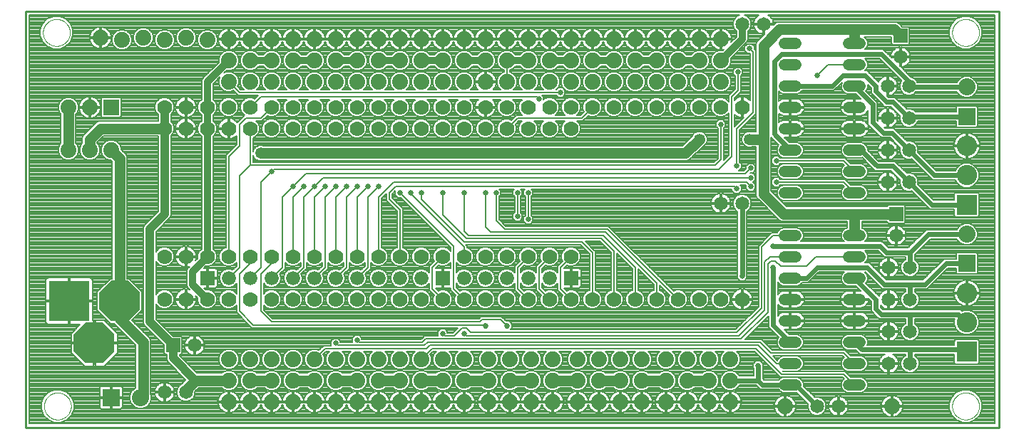
<source format=gbl>
G75*
%MOIN*%
%OFA0B0*%
%FSLAX25Y25*%
%IPPOS*%
%LPD*%
%AMOC8*
5,1,8,0,0,1.08239X$1,22.5*
%
%ADD10C,0.01000*%
%ADD11C,0.00000*%
%ADD12OC8,0.19000*%
%ADD13R,0.19000X0.19000*%
%ADD14C,0.07000*%
%ADD15R,0.07400X0.07400*%
%ADD16C,0.07400*%
%ADD17C,0.06500*%
%ADD18C,0.05200*%
%ADD19R,0.08000X0.08000*%
%ADD20C,0.08000*%
%ADD21R,0.09500X0.09500*%
%ADD22C,0.09500*%
%ADD23R,0.06500X0.06500*%
%ADD24R,0.06600X0.06600*%
%ADD25C,0.06600*%
%ADD26C,0.04000*%
%ADD27C,0.02400*%
%ADD28C,0.05000*%
%ADD29C,0.00800*%
%ADD30C,0.02500*%
%ADD31C,0.05315*%
%ADD32C,0.01600*%
%ADD33C,0.02700*%
%ADD34C,0.03200*%
D10*
X0010350Y0018333D02*
X0010350Y0213333D01*
X0465350Y0213333D01*
X0465350Y0018333D01*
X0010350Y0018333D01*
D11*
X0019051Y0028333D02*
X0019053Y0028491D01*
X0019059Y0028649D01*
X0019069Y0028807D01*
X0019083Y0028965D01*
X0019101Y0029122D01*
X0019122Y0029279D01*
X0019148Y0029435D01*
X0019178Y0029591D01*
X0019211Y0029746D01*
X0019249Y0029899D01*
X0019290Y0030052D01*
X0019335Y0030204D01*
X0019384Y0030355D01*
X0019437Y0030504D01*
X0019493Y0030652D01*
X0019553Y0030798D01*
X0019617Y0030943D01*
X0019685Y0031086D01*
X0019756Y0031228D01*
X0019830Y0031368D01*
X0019908Y0031505D01*
X0019990Y0031641D01*
X0020074Y0031775D01*
X0020163Y0031906D01*
X0020254Y0032035D01*
X0020349Y0032162D01*
X0020446Y0032287D01*
X0020547Y0032409D01*
X0020651Y0032528D01*
X0020758Y0032645D01*
X0020868Y0032759D01*
X0020981Y0032870D01*
X0021096Y0032979D01*
X0021214Y0033084D01*
X0021335Y0033186D01*
X0021458Y0033286D01*
X0021584Y0033382D01*
X0021712Y0033475D01*
X0021842Y0033565D01*
X0021975Y0033651D01*
X0022110Y0033735D01*
X0022246Y0033814D01*
X0022385Y0033891D01*
X0022526Y0033963D01*
X0022668Y0034033D01*
X0022812Y0034098D01*
X0022958Y0034160D01*
X0023105Y0034218D01*
X0023254Y0034273D01*
X0023404Y0034324D01*
X0023555Y0034371D01*
X0023707Y0034414D01*
X0023860Y0034453D01*
X0024015Y0034489D01*
X0024170Y0034520D01*
X0024326Y0034548D01*
X0024482Y0034572D01*
X0024639Y0034592D01*
X0024797Y0034608D01*
X0024954Y0034620D01*
X0025113Y0034628D01*
X0025271Y0034632D01*
X0025429Y0034632D01*
X0025587Y0034628D01*
X0025746Y0034620D01*
X0025903Y0034608D01*
X0026061Y0034592D01*
X0026218Y0034572D01*
X0026374Y0034548D01*
X0026530Y0034520D01*
X0026685Y0034489D01*
X0026840Y0034453D01*
X0026993Y0034414D01*
X0027145Y0034371D01*
X0027296Y0034324D01*
X0027446Y0034273D01*
X0027595Y0034218D01*
X0027742Y0034160D01*
X0027888Y0034098D01*
X0028032Y0034033D01*
X0028174Y0033963D01*
X0028315Y0033891D01*
X0028454Y0033814D01*
X0028590Y0033735D01*
X0028725Y0033651D01*
X0028858Y0033565D01*
X0028988Y0033475D01*
X0029116Y0033382D01*
X0029242Y0033286D01*
X0029365Y0033186D01*
X0029486Y0033084D01*
X0029604Y0032979D01*
X0029719Y0032870D01*
X0029832Y0032759D01*
X0029942Y0032645D01*
X0030049Y0032528D01*
X0030153Y0032409D01*
X0030254Y0032287D01*
X0030351Y0032162D01*
X0030446Y0032035D01*
X0030537Y0031906D01*
X0030626Y0031775D01*
X0030710Y0031641D01*
X0030792Y0031505D01*
X0030870Y0031368D01*
X0030944Y0031228D01*
X0031015Y0031086D01*
X0031083Y0030943D01*
X0031147Y0030798D01*
X0031207Y0030652D01*
X0031263Y0030504D01*
X0031316Y0030355D01*
X0031365Y0030204D01*
X0031410Y0030052D01*
X0031451Y0029899D01*
X0031489Y0029746D01*
X0031522Y0029591D01*
X0031552Y0029435D01*
X0031578Y0029279D01*
X0031599Y0029122D01*
X0031617Y0028965D01*
X0031631Y0028807D01*
X0031641Y0028649D01*
X0031647Y0028491D01*
X0031649Y0028333D01*
X0031647Y0028175D01*
X0031641Y0028017D01*
X0031631Y0027859D01*
X0031617Y0027701D01*
X0031599Y0027544D01*
X0031578Y0027387D01*
X0031552Y0027231D01*
X0031522Y0027075D01*
X0031489Y0026920D01*
X0031451Y0026767D01*
X0031410Y0026614D01*
X0031365Y0026462D01*
X0031316Y0026311D01*
X0031263Y0026162D01*
X0031207Y0026014D01*
X0031147Y0025868D01*
X0031083Y0025723D01*
X0031015Y0025580D01*
X0030944Y0025438D01*
X0030870Y0025298D01*
X0030792Y0025161D01*
X0030710Y0025025D01*
X0030626Y0024891D01*
X0030537Y0024760D01*
X0030446Y0024631D01*
X0030351Y0024504D01*
X0030254Y0024379D01*
X0030153Y0024257D01*
X0030049Y0024138D01*
X0029942Y0024021D01*
X0029832Y0023907D01*
X0029719Y0023796D01*
X0029604Y0023687D01*
X0029486Y0023582D01*
X0029365Y0023480D01*
X0029242Y0023380D01*
X0029116Y0023284D01*
X0028988Y0023191D01*
X0028858Y0023101D01*
X0028725Y0023015D01*
X0028590Y0022931D01*
X0028454Y0022852D01*
X0028315Y0022775D01*
X0028174Y0022703D01*
X0028032Y0022633D01*
X0027888Y0022568D01*
X0027742Y0022506D01*
X0027595Y0022448D01*
X0027446Y0022393D01*
X0027296Y0022342D01*
X0027145Y0022295D01*
X0026993Y0022252D01*
X0026840Y0022213D01*
X0026685Y0022177D01*
X0026530Y0022146D01*
X0026374Y0022118D01*
X0026218Y0022094D01*
X0026061Y0022074D01*
X0025903Y0022058D01*
X0025746Y0022046D01*
X0025587Y0022038D01*
X0025429Y0022034D01*
X0025271Y0022034D01*
X0025113Y0022038D01*
X0024954Y0022046D01*
X0024797Y0022058D01*
X0024639Y0022074D01*
X0024482Y0022094D01*
X0024326Y0022118D01*
X0024170Y0022146D01*
X0024015Y0022177D01*
X0023860Y0022213D01*
X0023707Y0022252D01*
X0023555Y0022295D01*
X0023404Y0022342D01*
X0023254Y0022393D01*
X0023105Y0022448D01*
X0022958Y0022506D01*
X0022812Y0022568D01*
X0022668Y0022633D01*
X0022526Y0022703D01*
X0022385Y0022775D01*
X0022246Y0022852D01*
X0022110Y0022931D01*
X0021975Y0023015D01*
X0021842Y0023101D01*
X0021712Y0023191D01*
X0021584Y0023284D01*
X0021458Y0023380D01*
X0021335Y0023480D01*
X0021214Y0023582D01*
X0021096Y0023687D01*
X0020981Y0023796D01*
X0020868Y0023907D01*
X0020758Y0024021D01*
X0020651Y0024138D01*
X0020547Y0024257D01*
X0020446Y0024379D01*
X0020349Y0024504D01*
X0020254Y0024631D01*
X0020163Y0024760D01*
X0020074Y0024891D01*
X0019990Y0025025D01*
X0019908Y0025161D01*
X0019830Y0025298D01*
X0019756Y0025438D01*
X0019685Y0025580D01*
X0019617Y0025723D01*
X0019553Y0025868D01*
X0019493Y0026014D01*
X0019437Y0026162D01*
X0019384Y0026311D01*
X0019335Y0026462D01*
X0019290Y0026614D01*
X0019249Y0026767D01*
X0019211Y0026920D01*
X0019178Y0027075D01*
X0019148Y0027231D01*
X0019122Y0027387D01*
X0019101Y0027544D01*
X0019083Y0027701D01*
X0019069Y0027859D01*
X0019059Y0028017D01*
X0019053Y0028175D01*
X0019051Y0028333D01*
X0018551Y0203333D02*
X0018553Y0203491D01*
X0018559Y0203649D01*
X0018569Y0203807D01*
X0018583Y0203965D01*
X0018601Y0204122D01*
X0018622Y0204279D01*
X0018648Y0204435D01*
X0018678Y0204591D01*
X0018711Y0204746D01*
X0018749Y0204899D01*
X0018790Y0205052D01*
X0018835Y0205204D01*
X0018884Y0205355D01*
X0018937Y0205504D01*
X0018993Y0205652D01*
X0019053Y0205798D01*
X0019117Y0205943D01*
X0019185Y0206086D01*
X0019256Y0206228D01*
X0019330Y0206368D01*
X0019408Y0206505D01*
X0019490Y0206641D01*
X0019574Y0206775D01*
X0019663Y0206906D01*
X0019754Y0207035D01*
X0019849Y0207162D01*
X0019946Y0207287D01*
X0020047Y0207409D01*
X0020151Y0207528D01*
X0020258Y0207645D01*
X0020368Y0207759D01*
X0020481Y0207870D01*
X0020596Y0207979D01*
X0020714Y0208084D01*
X0020835Y0208186D01*
X0020958Y0208286D01*
X0021084Y0208382D01*
X0021212Y0208475D01*
X0021342Y0208565D01*
X0021475Y0208651D01*
X0021610Y0208735D01*
X0021746Y0208814D01*
X0021885Y0208891D01*
X0022026Y0208963D01*
X0022168Y0209033D01*
X0022312Y0209098D01*
X0022458Y0209160D01*
X0022605Y0209218D01*
X0022754Y0209273D01*
X0022904Y0209324D01*
X0023055Y0209371D01*
X0023207Y0209414D01*
X0023360Y0209453D01*
X0023515Y0209489D01*
X0023670Y0209520D01*
X0023826Y0209548D01*
X0023982Y0209572D01*
X0024139Y0209592D01*
X0024297Y0209608D01*
X0024454Y0209620D01*
X0024613Y0209628D01*
X0024771Y0209632D01*
X0024929Y0209632D01*
X0025087Y0209628D01*
X0025246Y0209620D01*
X0025403Y0209608D01*
X0025561Y0209592D01*
X0025718Y0209572D01*
X0025874Y0209548D01*
X0026030Y0209520D01*
X0026185Y0209489D01*
X0026340Y0209453D01*
X0026493Y0209414D01*
X0026645Y0209371D01*
X0026796Y0209324D01*
X0026946Y0209273D01*
X0027095Y0209218D01*
X0027242Y0209160D01*
X0027388Y0209098D01*
X0027532Y0209033D01*
X0027674Y0208963D01*
X0027815Y0208891D01*
X0027954Y0208814D01*
X0028090Y0208735D01*
X0028225Y0208651D01*
X0028358Y0208565D01*
X0028488Y0208475D01*
X0028616Y0208382D01*
X0028742Y0208286D01*
X0028865Y0208186D01*
X0028986Y0208084D01*
X0029104Y0207979D01*
X0029219Y0207870D01*
X0029332Y0207759D01*
X0029442Y0207645D01*
X0029549Y0207528D01*
X0029653Y0207409D01*
X0029754Y0207287D01*
X0029851Y0207162D01*
X0029946Y0207035D01*
X0030037Y0206906D01*
X0030126Y0206775D01*
X0030210Y0206641D01*
X0030292Y0206505D01*
X0030370Y0206368D01*
X0030444Y0206228D01*
X0030515Y0206086D01*
X0030583Y0205943D01*
X0030647Y0205798D01*
X0030707Y0205652D01*
X0030763Y0205504D01*
X0030816Y0205355D01*
X0030865Y0205204D01*
X0030910Y0205052D01*
X0030951Y0204899D01*
X0030989Y0204746D01*
X0031022Y0204591D01*
X0031052Y0204435D01*
X0031078Y0204279D01*
X0031099Y0204122D01*
X0031117Y0203965D01*
X0031131Y0203807D01*
X0031141Y0203649D01*
X0031147Y0203491D01*
X0031149Y0203333D01*
X0031147Y0203175D01*
X0031141Y0203017D01*
X0031131Y0202859D01*
X0031117Y0202701D01*
X0031099Y0202544D01*
X0031078Y0202387D01*
X0031052Y0202231D01*
X0031022Y0202075D01*
X0030989Y0201920D01*
X0030951Y0201767D01*
X0030910Y0201614D01*
X0030865Y0201462D01*
X0030816Y0201311D01*
X0030763Y0201162D01*
X0030707Y0201014D01*
X0030647Y0200868D01*
X0030583Y0200723D01*
X0030515Y0200580D01*
X0030444Y0200438D01*
X0030370Y0200298D01*
X0030292Y0200161D01*
X0030210Y0200025D01*
X0030126Y0199891D01*
X0030037Y0199760D01*
X0029946Y0199631D01*
X0029851Y0199504D01*
X0029754Y0199379D01*
X0029653Y0199257D01*
X0029549Y0199138D01*
X0029442Y0199021D01*
X0029332Y0198907D01*
X0029219Y0198796D01*
X0029104Y0198687D01*
X0028986Y0198582D01*
X0028865Y0198480D01*
X0028742Y0198380D01*
X0028616Y0198284D01*
X0028488Y0198191D01*
X0028358Y0198101D01*
X0028225Y0198015D01*
X0028090Y0197931D01*
X0027954Y0197852D01*
X0027815Y0197775D01*
X0027674Y0197703D01*
X0027532Y0197633D01*
X0027388Y0197568D01*
X0027242Y0197506D01*
X0027095Y0197448D01*
X0026946Y0197393D01*
X0026796Y0197342D01*
X0026645Y0197295D01*
X0026493Y0197252D01*
X0026340Y0197213D01*
X0026185Y0197177D01*
X0026030Y0197146D01*
X0025874Y0197118D01*
X0025718Y0197094D01*
X0025561Y0197074D01*
X0025403Y0197058D01*
X0025246Y0197046D01*
X0025087Y0197038D01*
X0024929Y0197034D01*
X0024771Y0197034D01*
X0024613Y0197038D01*
X0024454Y0197046D01*
X0024297Y0197058D01*
X0024139Y0197074D01*
X0023982Y0197094D01*
X0023826Y0197118D01*
X0023670Y0197146D01*
X0023515Y0197177D01*
X0023360Y0197213D01*
X0023207Y0197252D01*
X0023055Y0197295D01*
X0022904Y0197342D01*
X0022754Y0197393D01*
X0022605Y0197448D01*
X0022458Y0197506D01*
X0022312Y0197568D01*
X0022168Y0197633D01*
X0022026Y0197703D01*
X0021885Y0197775D01*
X0021746Y0197852D01*
X0021610Y0197931D01*
X0021475Y0198015D01*
X0021342Y0198101D01*
X0021212Y0198191D01*
X0021084Y0198284D01*
X0020958Y0198380D01*
X0020835Y0198480D01*
X0020714Y0198582D01*
X0020596Y0198687D01*
X0020481Y0198796D01*
X0020368Y0198907D01*
X0020258Y0199021D01*
X0020151Y0199138D01*
X0020047Y0199257D01*
X0019946Y0199379D01*
X0019849Y0199504D01*
X0019754Y0199631D01*
X0019663Y0199760D01*
X0019574Y0199891D01*
X0019490Y0200025D01*
X0019408Y0200161D01*
X0019330Y0200298D01*
X0019256Y0200438D01*
X0019185Y0200580D01*
X0019117Y0200723D01*
X0019053Y0200868D01*
X0018993Y0201014D01*
X0018937Y0201162D01*
X0018884Y0201311D01*
X0018835Y0201462D01*
X0018790Y0201614D01*
X0018749Y0201767D01*
X0018711Y0201920D01*
X0018678Y0202075D01*
X0018648Y0202231D01*
X0018622Y0202387D01*
X0018601Y0202544D01*
X0018583Y0202701D01*
X0018569Y0202859D01*
X0018559Y0203017D01*
X0018553Y0203175D01*
X0018551Y0203333D01*
X0443551Y0203333D02*
X0443553Y0203491D01*
X0443559Y0203649D01*
X0443569Y0203807D01*
X0443583Y0203965D01*
X0443601Y0204122D01*
X0443622Y0204279D01*
X0443648Y0204435D01*
X0443678Y0204591D01*
X0443711Y0204746D01*
X0443749Y0204899D01*
X0443790Y0205052D01*
X0443835Y0205204D01*
X0443884Y0205355D01*
X0443937Y0205504D01*
X0443993Y0205652D01*
X0444053Y0205798D01*
X0444117Y0205943D01*
X0444185Y0206086D01*
X0444256Y0206228D01*
X0444330Y0206368D01*
X0444408Y0206505D01*
X0444490Y0206641D01*
X0444574Y0206775D01*
X0444663Y0206906D01*
X0444754Y0207035D01*
X0444849Y0207162D01*
X0444946Y0207287D01*
X0445047Y0207409D01*
X0445151Y0207528D01*
X0445258Y0207645D01*
X0445368Y0207759D01*
X0445481Y0207870D01*
X0445596Y0207979D01*
X0445714Y0208084D01*
X0445835Y0208186D01*
X0445958Y0208286D01*
X0446084Y0208382D01*
X0446212Y0208475D01*
X0446342Y0208565D01*
X0446475Y0208651D01*
X0446610Y0208735D01*
X0446746Y0208814D01*
X0446885Y0208891D01*
X0447026Y0208963D01*
X0447168Y0209033D01*
X0447312Y0209098D01*
X0447458Y0209160D01*
X0447605Y0209218D01*
X0447754Y0209273D01*
X0447904Y0209324D01*
X0448055Y0209371D01*
X0448207Y0209414D01*
X0448360Y0209453D01*
X0448515Y0209489D01*
X0448670Y0209520D01*
X0448826Y0209548D01*
X0448982Y0209572D01*
X0449139Y0209592D01*
X0449297Y0209608D01*
X0449454Y0209620D01*
X0449613Y0209628D01*
X0449771Y0209632D01*
X0449929Y0209632D01*
X0450087Y0209628D01*
X0450246Y0209620D01*
X0450403Y0209608D01*
X0450561Y0209592D01*
X0450718Y0209572D01*
X0450874Y0209548D01*
X0451030Y0209520D01*
X0451185Y0209489D01*
X0451340Y0209453D01*
X0451493Y0209414D01*
X0451645Y0209371D01*
X0451796Y0209324D01*
X0451946Y0209273D01*
X0452095Y0209218D01*
X0452242Y0209160D01*
X0452388Y0209098D01*
X0452532Y0209033D01*
X0452674Y0208963D01*
X0452815Y0208891D01*
X0452954Y0208814D01*
X0453090Y0208735D01*
X0453225Y0208651D01*
X0453358Y0208565D01*
X0453488Y0208475D01*
X0453616Y0208382D01*
X0453742Y0208286D01*
X0453865Y0208186D01*
X0453986Y0208084D01*
X0454104Y0207979D01*
X0454219Y0207870D01*
X0454332Y0207759D01*
X0454442Y0207645D01*
X0454549Y0207528D01*
X0454653Y0207409D01*
X0454754Y0207287D01*
X0454851Y0207162D01*
X0454946Y0207035D01*
X0455037Y0206906D01*
X0455126Y0206775D01*
X0455210Y0206641D01*
X0455292Y0206505D01*
X0455370Y0206368D01*
X0455444Y0206228D01*
X0455515Y0206086D01*
X0455583Y0205943D01*
X0455647Y0205798D01*
X0455707Y0205652D01*
X0455763Y0205504D01*
X0455816Y0205355D01*
X0455865Y0205204D01*
X0455910Y0205052D01*
X0455951Y0204899D01*
X0455989Y0204746D01*
X0456022Y0204591D01*
X0456052Y0204435D01*
X0456078Y0204279D01*
X0456099Y0204122D01*
X0456117Y0203965D01*
X0456131Y0203807D01*
X0456141Y0203649D01*
X0456147Y0203491D01*
X0456149Y0203333D01*
X0456147Y0203175D01*
X0456141Y0203017D01*
X0456131Y0202859D01*
X0456117Y0202701D01*
X0456099Y0202544D01*
X0456078Y0202387D01*
X0456052Y0202231D01*
X0456022Y0202075D01*
X0455989Y0201920D01*
X0455951Y0201767D01*
X0455910Y0201614D01*
X0455865Y0201462D01*
X0455816Y0201311D01*
X0455763Y0201162D01*
X0455707Y0201014D01*
X0455647Y0200868D01*
X0455583Y0200723D01*
X0455515Y0200580D01*
X0455444Y0200438D01*
X0455370Y0200298D01*
X0455292Y0200161D01*
X0455210Y0200025D01*
X0455126Y0199891D01*
X0455037Y0199760D01*
X0454946Y0199631D01*
X0454851Y0199504D01*
X0454754Y0199379D01*
X0454653Y0199257D01*
X0454549Y0199138D01*
X0454442Y0199021D01*
X0454332Y0198907D01*
X0454219Y0198796D01*
X0454104Y0198687D01*
X0453986Y0198582D01*
X0453865Y0198480D01*
X0453742Y0198380D01*
X0453616Y0198284D01*
X0453488Y0198191D01*
X0453358Y0198101D01*
X0453225Y0198015D01*
X0453090Y0197931D01*
X0452954Y0197852D01*
X0452815Y0197775D01*
X0452674Y0197703D01*
X0452532Y0197633D01*
X0452388Y0197568D01*
X0452242Y0197506D01*
X0452095Y0197448D01*
X0451946Y0197393D01*
X0451796Y0197342D01*
X0451645Y0197295D01*
X0451493Y0197252D01*
X0451340Y0197213D01*
X0451185Y0197177D01*
X0451030Y0197146D01*
X0450874Y0197118D01*
X0450718Y0197094D01*
X0450561Y0197074D01*
X0450403Y0197058D01*
X0450246Y0197046D01*
X0450087Y0197038D01*
X0449929Y0197034D01*
X0449771Y0197034D01*
X0449613Y0197038D01*
X0449454Y0197046D01*
X0449297Y0197058D01*
X0449139Y0197074D01*
X0448982Y0197094D01*
X0448826Y0197118D01*
X0448670Y0197146D01*
X0448515Y0197177D01*
X0448360Y0197213D01*
X0448207Y0197252D01*
X0448055Y0197295D01*
X0447904Y0197342D01*
X0447754Y0197393D01*
X0447605Y0197448D01*
X0447458Y0197506D01*
X0447312Y0197568D01*
X0447168Y0197633D01*
X0447026Y0197703D01*
X0446885Y0197775D01*
X0446746Y0197852D01*
X0446610Y0197931D01*
X0446475Y0198015D01*
X0446342Y0198101D01*
X0446212Y0198191D01*
X0446084Y0198284D01*
X0445958Y0198380D01*
X0445835Y0198480D01*
X0445714Y0198582D01*
X0445596Y0198687D01*
X0445481Y0198796D01*
X0445368Y0198907D01*
X0445258Y0199021D01*
X0445151Y0199138D01*
X0445047Y0199257D01*
X0444946Y0199379D01*
X0444849Y0199504D01*
X0444754Y0199631D01*
X0444663Y0199760D01*
X0444574Y0199891D01*
X0444490Y0200025D01*
X0444408Y0200161D01*
X0444330Y0200298D01*
X0444256Y0200438D01*
X0444185Y0200580D01*
X0444117Y0200723D01*
X0444053Y0200868D01*
X0443993Y0201014D01*
X0443937Y0201162D01*
X0443884Y0201311D01*
X0443835Y0201462D01*
X0443790Y0201614D01*
X0443749Y0201767D01*
X0443711Y0201920D01*
X0443678Y0202075D01*
X0443648Y0202231D01*
X0443622Y0202387D01*
X0443601Y0202544D01*
X0443583Y0202701D01*
X0443569Y0202859D01*
X0443559Y0203017D01*
X0443553Y0203175D01*
X0443551Y0203333D01*
X0443551Y0028333D02*
X0443553Y0028491D01*
X0443559Y0028649D01*
X0443569Y0028807D01*
X0443583Y0028965D01*
X0443601Y0029122D01*
X0443622Y0029279D01*
X0443648Y0029435D01*
X0443678Y0029591D01*
X0443711Y0029746D01*
X0443749Y0029899D01*
X0443790Y0030052D01*
X0443835Y0030204D01*
X0443884Y0030355D01*
X0443937Y0030504D01*
X0443993Y0030652D01*
X0444053Y0030798D01*
X0444117Y0030943D01*
X0444185Y0031086D01*
X0444256Y0031228D01*
X0444330Y0031368D01*
X0444408Y0031505D01*
X0444490Y0031641D01*
X0444574Y0031775D01*
X0444663Y0031906D01*
X0444754Y0032035D01*
X0444849Y0032162D01*
X0444946Y0032287D01*
X0445047Y0032409D01*
X0445151Y0032528D01*
X0445258Y0032645D01*
X0445368Y0032759D01*
X0445481Y0032870D01*
X0445596Y0032979D01*
X0445714Y0033084D01*
X0445835Y0033186D01*
X0445958Y0033286D01*
X0446084Y0033382D01*
X0446212Y0033475D01*
X0446342Y0033565D01*
X0446475Y0033651D01*
X0446610Y0033735D01*
X0446746Y0033814D01*
X0446885Y0033891D01*
X0447026Y0033963D01*
X0447168Y0034033D01*
X0447312Y0034098D01*
X0447458Y0034160D01*
X0447605Y0034218D01*
X0447754Y0034273D01*
X0447904Y0034324D01*
X0448055Y0034371D01*
X0448207Y0034414D01*
X0448360Y0034453D01*
X0448515Y0034489D01*
X0448670Y0034520D01*
X0448826Y0034548D01*
X0448982Y0034572D01*
X0449139Y0034592D01*
X0449297Y0034608D01*
X0449454Y0034620D01*
X0449613Y0034628D01*
X0449771Y0034632D01*
X0449929Y0034632D01*
X0450087Y0034628D01*
X0450246Y0034620D01*
X0450403Y0034608D01*
X0450561Y0034592D01*
X0450718Y0034572D01*
X0450874Y0034548D01*
X0451030Y0034520D01*
X0451185Y0034489D01*
X0451340Y0034453D01*
X0451493Y0034414D01*
X0451645Y0034371D01*
X0451796Y0034324D01*
X0451946Y0034273D01*
X0452095Y0034218D01*
X0452242Y0034160D01*
X0452388Y0034098D01*
X0452532Y0034033D01*
X0452674Y0033963D01*
X0452815Y0033891D01*
X0452954Y0033814D01*
X0453090Y0033735D01*
X0453225Y0033651D01*
X0453358Y0033565D01*
X0453488Y0033475D01*
X0453616Y0033382D01*
X0453742Y0033286D01*
X0453865Y0033186D01*
X0453986Y0033084D01*
X0454104Y0032979D01*
X0454219Y0032870D01*
X0454332Y0032759D01*
X0454442Y0032645D01*
X0454549Y0032528D01*
X0454653Y0032409D01*
X0454754Y0032287D01*
X0454851Y0032162D01*
X0454946Y0032035D01*
X0455037Y0031906D01*
X0455126Y0031775D01*
X0455210Y0031641D01*
X0455292Y0031505D01*
X0455370Y0031368D01*
X0455444Y0031228D01*
X0455515Y0031086D01*
X0455583Y0030943D01*
X0455647Y0030798D01*
X0455707Y0030652D01*
X0455763Y0030504D01*
X0455816Y0030355D01*
X0455865Y0030204D01*
X0455910Y0030052D01*
X0455951Y0029899D01*
X0455989Y0029746D01*
X0456022Y0029591D01*
X0456052Y0029435D01*
X0456078Y0029279D01*
X0456099Y0029122D01*
X0456117Y0028965D01*
X0456131Y0028807D01*
X0456141Y0028649D01*
X0456147Y0028491D01*
X0456149Y0028333D01*
X0456147Y0028175D01*
X0456141Y0028017D01*
X0456131Y0027859D01*
X0456117Y0027701D01*
X0456099Y0027544D01*
X0456078Y0027387D01*
X0456052Y0027231D01*
X0456022Y0027075D01*
X0455989Y0026920D01*
X0455951Y0026767D01*
X0455910Y0026614D01*
X0455865Y0026462D01*
X0455816Y0026311D01*
X0455763Y0026162D01*
X0455707Y0026014D01*
X0455647Y0025868D01*
X0455583Y0025723D01*
X0455515Y0025580D01*
X0455444Y0025438D01*
X0455370Y0025298D01*
X0455292Y0025161D01*
X0455210Y0025025D01*
X0455126Y0024891D01*
X0455037Y0024760D01*
X0454946Y0024631D01*
X0454851Y0024504D01*
X0454754Y0024379D01*
X0454653Y0024257D01*
X0454549Y0024138D01*
X0454442Y0024021D01*
X0454332Y0023907D01*
X0454219Y0023796D01*
X0454104Y0023687D01*
X0453986Y0023582D01*
X0453865Y0023480D01*
X0453742Y0023380D01*
X0453616Y0023284D01*
X0453488Y0023191D01*
X0453358Y0023101D01*
X0453225Y0023015D01*
X0453090Y0022931D01*
X0452954Y0022852D01*
X0452815Y0022775D01*
X0452674Y0022703D01*
X0452532Y0022633D01*
X0452388Y0022568D01*
X0452242Y0022506D01*
X0452095Y0022448D01*
X0451946Y0022393D01*
X0451796Y0022342D01*
X0451645Y0022295D01*
X0451493Y0022252D01*
X0451340Y0022213D01*
X0451185Y0022177D01*
X0451030Y0022146D01*
X0450874Y0022118D01*
X0450718Y0022094D01*
X0450561Y0022074D01*
X0450403Y0022058D01*
X0450246Y0022046D01*
X0450087Y0022038D01*
X0449929Y0022034D01*
X0449771Y0022034D01*
X0449613Y0022038D01*
X0449454Y0022046D01*
X0449297Y0022058D01*
X0449139Y0022074D01*
X0448982Y0022094D01*
X0448826Y0022118D01*
X0448670Y0022146D01*
X0448515Y0022177D01*
X0448360Y0022213D01*
X0448207Y0022252D01*
X0448055Y0022295D01*
X0447904Y0022342D01*
X0447754Y0022393D01*
X0447605Y0022448D01*
X0447458Y0022506D01*
X0447312Y0022568D01*
X0447168Y0022633D01*
X0447026Y0022703D01*
X0446885Y0022775D01*
X0446746Y0022852D01*
X0446610Y0022931D01*
X0446475Y0023015D01*
X0446342Y0023101D01*
X0446212Y0023191D01*
X0446084Y0023284D01*
X0445958Y0023380D01*
X0445835Y0023480D01*
X0445714Y0023582D01*
X0445596Y0023687D01*
X0445481Y0023796D01*
X0445368Y0023907D01*
X0445258Y0024021D01*
X0445151Y0024138D01*
X0445047Y0024257D01*
X0444946Y0024379D01*
X0444849Y0024504D01*
X0444754Y0024631D01*
X0444663Y0024760D01*
X0444574Y0024891D01*
X0444490Y0025025D01*
X0444408Y0025161D01*
X0444330Y0025298D01*
X0444256Y0025438D01*
X0444185Y0025580D01*
X0444117Y0025723D01*
X0444053Y0025868D01*
X0443993Y0026014D01*
X0443937Y0026162D01*
X0443884Y0026311D01*
X0443835Y0026462D01*
X0443790Y0026614D01*
X0443749Y0026767D01*
X0443711Y0026920D01*
X0443678Y0027075D01*
X0443648Y0027231D01*
X0443622Y0027387D01*
X0443601Y0027544D01*
X0443583Y0027701D01*
X0443569Y0027859D01*
X0443559Y0028017D01*
X0443553Y0028175D01*
X0443551Y0028333D01*
D12*
X0054350Y0077533D03*
X0042550Y0057833D03*
D13*
X0030750Y0077533D03*
D14*
X0075350Y0078333D03*
X0085350Y0078333D03*
X0095350Y0078333D03*
X0105350Y0078333D03*
X0115350Y0078333D03*
X0125350Y0078333D03*
X0135350Y0078333D03*
X0145350Y0078333D03*
X0155350Y0078333D03*
X0165350Y0078333D03*
X0175350Y0078333D03*
X0185350Y0078333D03*
X0195350Y0078333D03*
X0205350Y0078333D03*
X0215350Y0078333D03*
X0225350Y0078333D03*
X0235350Y0078333D03*
X0245350Y0078333D03*
X0255350Y0078333D03*
X0265350Y0078333D03*
X0275350Y0078333D03*
X0285350Y0078333D03*
X0295350Y0078333D03*
X0305350Y0078333D03*
X0315350Y0078333D03*
X0325350Y0078333D03*
X0335350Y0078333D03*
X0345350Y0078333D03*
X0265350Y0098333D03*
X0255350Y0098333D03*
X0245350Y0098333D03*
X0235350Y0098333D03*
X0225350Y0098333D03*
X0215350Y0098333D03*
X0205350Y0098333D03*
X0195350Y0098333D03*
X0185350Y0098333D03*
X0175350Y0098333D03*
X0165350Y0098333D03*
X0155350Y0098333D03*
X0145350Y0098333D03*
X0135350Y0098333D03*
X0125350Y0098333D03*
X0115350Y0098333D03*
X0105350Y0098333D03*
X0095350Y0098333D03*
X0085350Y0098333D03*
X0075350Y0098333D03*
X0075350Y0158333D03*
X0085350Y0158333D03*
X0095350Y0158333D03*
X0105350Y0158333D03*
X0115350Y0158333D03*
X0125350Y0158333D03*
X0135350Y0158333D03*
X0145350Y0158333D03*
X0155350Y0158333D03*
X0165350Y0158333D03*
X0175350Y0158333D03*
X0185350Y0158333D03*
X0195350Y0158333D03*
X0205350Y0158333D03*
X0215350Y0158333D03*
X0225350Y0158333D03*
X0235350Y0158333D03*
X0245350Y0158333D03*
X0255350Y0158333D03*
X0265350Y0158333D03*
X0265350Y0168333D03*
X0255350Y0168333D03*
X0245350Y0168333D03*
X0235350Y0168333D03*
X0225350Y0168333D03*
X0215350Y0168333D03*
X0205350Y0168333D03*
X0195350Y0168333D03*
X0185350Y0168333D03*
X0175350Y0168333D03*
X0165350Y0168333D03*
X0155350Y0168333D03*
X0145350Y0168333D03*
X0135350Y0168333D03*
X0125350Y0168333D03*
X0115350Y0168333D03*
X0105350Y0168333D03*
X0095350Y0168333D03*
X0085350Y0168333D03*
X0075350Y0168333D03*
X0275350Y0168333D03*
X0285350Y0168333D03*
X0295350Y0168333D03*
X0305350Y0168333D03*
X0315350Y0168333D03*
X0325350Y0168333D03*
X0335350Y0168333D03*
X0345350Y0168333D03*
D15*
X0050350Y0168333D03*
D16*
X0040350Y0168333D03*
X0030350Y0168333D03*
X0030350Y0148333D03*
X0040350Y0148333D03*
X0050350Y0148333D03*
X0105350Y0180333D03*
X0115350Y0180333D03*
X0125350Y0180333D03*
X0135350Y0180333D03*
X0145350Y0180333D03*
X0155350Y0180333D03*
X0165350Y0180333D03*
X0175350Y0180333D03*
X0185350Y0180333D03*
X0195350Y0180333D03*
X0205350Y0180333D03*
X0215350Y0180333D03*
X0225350Y0180333D03*
X0235350Y0180333D03*
X0245350Y0180333D03*
X0255350Y0180333D03*
X0265350Y0180333D03*
X0275350Y0180333D03*
X0285350Y0180333D03*
X0295350Y0180333D03*
X0305350Y0180333D03*
X0315350Y0180333D03*
X0325350Y0180333D03*
X0335350Y0180333D03*
X0335350Y0190333D03*
X0325350Y0190333D03*
X0315350Y0190333D03*
X0305350Y0190333D03*
X0295350Y0190333D03*
X0285350Y0190333D03*
X0275350Y0190333D03*
X0265350Y0190333D03*
X0255350Y0190333D03*
X0245350Y0190333D03*
X0235350Y0190333D03*
X0225350Y0190333D03*
X0215350Y0190333D03*
X0205350Y0190333D03*
X0195350Y0190333D03*
X0185350Y0190333D03*
X0175350Y0190333D03*
X0165350Y0190333D03*
X0155350Y0190333D03*
X0145350Y0190333D03*
X0135350Y0190333D03*
X0125350Y0190333D03*
X0115350Y0190333D03*
X0105350Y0190333D03*
X0105350Y0200333D03*
X0115350Y0200333D03*
X0125350Y0200333D03*
X0135350Y0200333D03*
X0145350Y0200333D03*
X0155350Y0200333D03*
X0165350Y0200333D03*
X0175350Y0200333D03*
X0185350Y0200333D03*
X0195350Y0200333D03*
X0205350Y0200333D03*
X0215350Y0200333D03*
X0225350Y0200333D03*
X0235350Y0200333D03*
X0245350Y0200333D03*
X0255350Y0200333D03*
X0265350Y0200333D03*
X0275350Y0200333D03*
X0285350Y0200333D03*
X0295350Y0200333D03*
X0305350Y0200333D03*
X0315350Y0200333D03*
X0325350Y0200333D03*
X0335350Y0200333D03*
X0095350Y0199833D03*
X0085350Y0200833D03*
X0075350Y0199833D03*
X0065350Y0200833D03*
X0055350Y0199833D03*
X0045350Y0200833D03*
X0105350Y0050333D03*
X0115350Y0050333D03*
X0125350Y0050333D03*
X0135350Y0050333D03*
X0145350Y0050333D03*
X0155350Y0050333D03*
X0165350Y0050333D03*
X0175350Y0050333D03*
X0185350Y0050333D03*
X0195350Y0050333D03*
X0205350Y0050333D03*
X0215350Y0050333D03*
X0226850Y0050333D03*
X0236850Y0050333D03*
X0246850Y0050333D03*
X0256850Y0050333D03*
X0268350Y0050333D03*
X0278350Y0050333D03*
X0288350Y0050333D03*
X0298350Y0050333D03*
X0309850Y0050333D03*
X0319850Y0050333D03*
X0329850Y0050333D03*
X0339850Y0050333D03*
X0339850Y0040333D03*
X0329850Y0040333D03*
X0319850Y0040333D03*
X0309850Y0040333D03*
X0298350Y0040333D03*
X0288350Y0040333D03*
X0278350Y0040333D03*
X0268350Y0040333D03*
X0256850Y0040333D03*
X0246850Y0040333D03*
X0236850Y0040333D03*
X0226850Y0040333D03*
X0215350Y0040333D03*
X0205350Y0040333D03*
X0195350Y0040333D03*
X0185350Y0040333D03*
X0175350Y0040333D03*
X0165350Y0040333D03*
X0155350Y0040333D03*
X0145350Y0040333D03*
X0135350Y0040333D03*
X0125350Y0040333D03*
X0115350Y0040333D03*
X0105350Y0040333D03*
X0105350Y0030333D03*
X0115350Y0030333D03*
X0125350Y0030333D03*
X0135350Y0030333D03*
X0145350Y0030333D03*
X0155350Y0030333D03*
X0165350Y0030333D03*
X0175350Y0030333D03*
X0185350Y0030333D03*
X0195350Y0030333D03*
X0205350Y0030333D03*
X0215350Y0030333D03*
X0226850Y0030333D03*
X0236850Y0030333D03*
X0246850Y0030333D03*
X0256850Y0030333D03*
X0268350Y0030333D03*
X0278350Y0030333D03*
X0288350Y0030333D03*
X0298350Y0030333D03*
X0309850Y0030333D03*
X0319850Y0030333D03*
X0329850Y0030333D03*
X0339850Y0030333D03*
X0365350Y0028333D03*
X0415350Y0028333D03*
D17*
X0390350Y0028333D03*
X0380350Y0028333D03*
X0413850Y0048333D03*
X0423850Y0048333D03*
X0423850Y0063333D03*
X0413850Y0063333D03*
X0413850Y0078333D03*
X0423850Y0078333D03*
X0423850Y0093333D03*
X0413850Y0093333D03*
X0417350Y0108333D03*
X0413350Y0133333D03*
X0423350Y0133333D03*
X0423350Y0148333D03*
X0413350Y0148333D03*
X0413350Y0163333D03*
X0423350Y0163333D03*
X0423350Y0178333D03*
X0413350Y0178333D03*
X0419350Y0191833D03*
X0355350Y0207333D03*
X0345350Y0207333D03*
X0345350Y0123333D03*
X0335350Y0123333D03*
X0089350Y0056833D03*
X0085350Y0034833D03*
X0075350Y0034833D03*
D18*
X0365250Y0038333D02*
X0370450Y0038333D01*
X0370450Y0048333D02*
X0365250Y0048333D01*
X0365250Y0058333D02*
X0370450Y0058333D01*
X0370450Y0068333D02*
X0365250Y0068333D01*
X0365250Y0078333D02*
X0370450Y0078333D01*
X0370450Y0088333D02*
X0365250Y0088333D01*
X0365250Y0098333D02*
X0370450Y0098333D01*
X0370450Y0108333D02*
X0365250Y0108333D01*
X0395250Y0108333D02*
X0400450Y0108333D01*
X0400450Y0098333D02*
X0395250Y0098333D01*
X0395250Y0088333D02*
X0400450Y0088333D01*
X0400450Y0078333D02*
X0395250Y0078333D01*
X0395250Y0068333D02*
X0400450Y0068333D01*
X0400450Y0058333D02*
X0395250Y0058333D01*
X0395250Y0048333D02*
X0400450Y0048333D01*
X0400450Y0038333D02*
X0395250Y0038333D01*
X0395250Y0128333D02*
X0400450Y0128333D01*
X0400450Y0138333D02*
X0395250Y0138333D01*
X0395250Y0148333D02*
X0400450Y0148333D01*
X0400450Y0158333D02*
X0395250Y0158333D01*
X0395250Y0168333D02*
X0400450Y0168333D01*
X0400450Y0178333D02*
X0395250Y0178333D01*
X0395250Y0188333D02*
X0400450Y0188333D01*
X0400450Y0198333D02*
X0395250Y0198333D01*
X0370450Y0198333D02*
X0365250Y0198333D01*
X0365250Y0188333D02*
X0370450Y0188333D01*
X0370450Y0178333D02*
X0365250Y0178333D01*
X0365250Y0168333D02*
X0370450Y0168333D01*
X0370450Y0158333D02*
X0365250Y0158333D01*
X0365250Y0148333D02*
X0370450Y0148333D01*
X0370450Y0138333D02*
X0365250Y0138333D01*
X0365250Y0128333D02*
X0370450Y0128333D01*
D19*
X0450350Y0095105D03*
X0450350Y0164003D03*
X0050350Y0032333D03*
D20*
X0064130Y0032333D03*
X0450350Y0108885D03*
X0450350Y0177782D03*
D21*
X0450350Y0122664D03*
X0450350Y0053802D03*
D22*
X0450350Y0067581D03*
X0450350Y0081361D03*
X0450350Y0136444D03*
X0450350Y0150223D03*
D23*
X0417350Y0118333D03*
X0419350Y0201833D03*
X0079350Y0056833D03*
D24*
X0095350Y0088333D03*
X0205350Y0088333D03*
X0265350Y0088333D03*
D25*
X0255350Y0088333D03*
X0245350Y0088333D03*
X0235350Y0088333D03*
X0225350Y0088333D03*
X0215350Y0088333D03*
X0195350Y0088333D03*
X0185350Y0088333D03*
X0175350Y0088333D03*
X0165350Y0088333D03*
X0155350Y0088333D03*
X0145350Y0088333D03*
X0135350Y0088333D03*
X0125350Y0088333D03*
X0115350Y0088333D03*
X0105350Y0088333D03*
D26*
X0079350Y0056833D02*
X0068350Y0067833D01*
X0068350Y0111333D01*
X0075350Y0118333D01*
X0075350Y0158333D01*
X0075350Y0168333D01*
X0079350Y0056833D02*
X0079350Y0050833D01*
X0089850Y0040333D01*
D27*
X0339850Y0040333D02*
X0352850Y0040333D01*
X0352850Y0047333D01*
X0352850Y0040333D02*
X0354850Y0038333D01*
X0367850Y0038333D01*
X0370350Y0038333D01*
X0380350Y0028333D01*
X0423850Y0048333D02*
X0423850Y0054833D01*
X0449319Y0054833D01*
X0450350Y0053802D01*
X0450350Y0067581D02*
X0446598Y0071333D01*
X0423850Y0071333D01*
X0423850Y0063333D01*
X0423850Y0071333D02*
X0410350Y0071333D01*
X0407850Y0073833D01*
X0407850Y0078333D01*
X0397850Y0088333D01*
X0403850Y0093333D02*
X0411850Y0085333D01*
X0424350Y0085333D01*
X0423850Y0084833D01*
X0423850Y0078333D01*
X0424350Y0085333D02*
X0430850Y0085333D01*
X0440622Y0095105D01*
X0450350Y0095105D01*
X0450350Y0108885D02*
X0432401Y0108885D01*
X0423850Y0100333D01*
X0423850Y0093333D01*
X0423850Y0100333D02*
X0412850Y0100333D01*
X0409850Y0103333D01*
X0359850Y0103333D01*
X0359850Y0093333D02*
X0359850Y0066333D01*
X0367850Y0058333D01*
X0397850Y0058333D02*
X0401350Y0054833D01*
X0423850Y0054833D01*
X0450130Y0067802D02*
X0450350Y0067581D01*
X0403850Y0093333D02*
X0380350Y0093333D01*
X0375350Y0088333D01*
X0367850Y0088333D01*
X0345350Y0090333D02*
X0345350Y0123333D01*
X0367850Y0148333D02*
X0360350Y0155833D01*
X0360350Y0189833D01*
X0363850Y0193333D01*
X0410350Y0193333D01*
X0423350Y0180333D01*
X0423350Y0178333D01*
X0423901Y0177782D01*
X0450350Y0177782D01*
X0450350Y0164003D02*
X0424019Y0164003D01*
X0423350Y0163333D01*
X0415850Y0170833D01*
X0412850Y0170833D01*
X0407850Y0175833D01*
X0407850Y0178333D01*
X0402850Y0183333D01*
X0392350Y0183333D01*
X0387350Y0178333D01*
X0367850Y0178333D01*
X0397850Y0178333D02*
X0406350Y0169833D01*
X0406350Y0161333D01*
X0411350Y0156333D01*
X0415350Y0156333D01*
X0423350Y0148333D01*
X0435240Y0136444D01*
X0450350Y0136444D01*
X0450350Y0122664D02*
X0434019Y0122664D01*
X0423350Y0133333D01*
X0415850Y0140833D01*
X0408350Y0140833D01*
X0400850Y0148333D01*
X0397850Y0148333D01*
D28*
X0355350Y0153333D02*
X0355350Y0127735D01*
X0364752Y0118333D01*
X0397850Y0118333D01*
X0417350Y0118333D01*
X0397850Y0118333D02*
X0397850Y0108333D01*
X0325350Y0153333D02*
X0318850Y0146833D01*
X0120350Y0146833D01*
X0075350Y0158333D02*
X0045350Y0158333D01*
X0040350Y0153333D01*
X0040350Y0148333D01*
X0030350Y0148333D02*
X0030350Y0168333D01*
X0050350Y0148333D02*
X0054350Y0144333D01*
X0054350Y0077533D01*
X0054350Y0069333D01*
X0065350Y0058333D01*
X0065350Y0033554D01*
X0064130Y0032333D01*
X0085350Y0034833D02*
X0085350Y0035833D01*
X0089850Y0040333D01*
X0105350Y0040333D01*
X0115350Y0040333D02*
X0125350Y0040333D01*
X0135350Y0040333D02*
X0145350Y0040333D01*
X0155350Y0040333D02*
X0165350Y0040333D01*
X0175350Y0040333D02*
X0185350Y0040333D01*
X0195350Y0040333D02*
X0205350Y0040333D01*
X0215350Y0040333D02*
X0226850Y0040333D01*
X0236850Y0040333D02*
X0246850Y0040333D01*
X0256850Y0040333D02*
X0268350Y0040333D01*
X0278350Y0040333D02*
X0288350Y0040333D01*
X0298350Y0040333D02*
X0309850Y0040333D01*
X0319850Y0040333D02*
X0329850Y0040333D01*
X0348850Y0153333D02*
X0355350Y0153333D01*
X0355350Y0197333D01*
X0362850Y0204833D01*
X0398350Y0204833D01*
X0416350Y0204833D01*
X0419350Y0201833D01*
X0397850Y0204333D02*
X0397850Y0198333D01*
D29*
X0402541Y0201333D02*
X0403502Y0200373D01*
X0404050Y0199049D01*
X0404050Y0197617D01*
X0403502Y0196294D01*
X0402741Y0195533D01*
X0411261Y0195533D01*
X0415361Y0191433D01*
X0418950Y0191433D01*
X0419750Y0191433D01*
X0419750Y0187189D01*
X0420439Y0187298D01*
X0421135Y0187524D01*
X0421787Y0187856D01*
X0422379Y0188287D01*
X0422897Y0188804D01*
X0423327Y0189396D01*
X0423659Y0190048D01*
X0423885Y0190744D01*
X0423995Y0191433D01*
X0419750Y0191433D01*
X0419750Y0192233D01*
X0423995Y0192233D01*
X0423885Y0192922D01*
X0423659Y0193618D01*
X0423327Y0194270D01*
X0422897Y0194863D01*
X0422379Y0195380D01*
X0421787Y0195810D01*
X0421135Y0196143D01*
X0420439Y0196369D01*
X0419750Y0196478D01*
X0419750Y0192233D01*
X0418950Y0192233D01*
X0418950Y0191433D01*
X0418950Y0187845D01*
X0424223Y0182572D01*
X0425757Y0181936D01*
X0426953Y0180741D01*
X0427267Y0179982D01*
X0445849Y0179982D01*
X0446111Y0180614D01*
X0447518Y0182021D01*
X0449355Y0182782D01*
X0451345Y0182782D01*
X0453182Y0182021D01*
X0454589Y0180614D01*
X0455350Y0178777D01*
X0455350Y0176788D01*
X0454589Y0174950D01*
X0453182Y0173543D01*
X0451345Y0172782D01*
X0449355Y0172782D01*
X0447518Y0173543D01*
X0446111Y0174950D01*
X0445849Y0175582D01*
X0426609Y0175582D01*
X0425757Y0174730D01*
X0424195Y0174083D01*
X0422505Y0174083D01*
X0420943Y0174730D01*
X0419747Y0175926D01*
X0419100Y0177488D01*
X0419100Y0179179D01*
X0419747Y0180741D01*
X0419789Y0180783D01*
X0409439Y0191133D01*
X0402741Y0191133D01*
X0403502Y0190373D01*
X0404050Y0189049D01*
X0404050Y0187617D01*
X0403502Y0186294D01*
X0402741Y0185533D01*
X0403761Y0185533D01*
X0408761Y0180533D01*
X0409086Y0180208D01*
X0409373Y0180770D01*
X0409803Y0181363D01*
X0410321Y0181880D01*
X0410913Y0182310D01*
X0411565Y0182643D01*
X0412261Y0182869D01*
X0412984Y0182983D01*
X0413061Y0182983D01*
X0413061Y0178622D01*
X0413639Y0178622D01*
X0418000Y0178622D01*
X0418000Y0178699D01*
X0417885Y0179422D01*
X0417659Y0180118D01*
X0417327Y0180770D01*
X0416897Y0181363D01*
X0416379Y0181880D01*
X0415787Y0182310D01*
X0415135Y0182643D01*
X0414439Y0182869D01*
X0413716Y0182983D01*
X0413639Y0182983D01*
X0413639Y0178622D01*
X0413639Y0178044D01*
X0413639Y0173683D01*
X0413716Y0173683D01*
X0414439Y0173798D01*
X0415135Y0174024D01*
X0415787Y0174356D01*
X0416379Y0174787D01*
X0416897Y0175304D01*
X0417327Y0175896D01*
X0417659Y0176548D01*
X0417885Y0177244D01*
X0418000Y0177967D01*
X0418000Y0178044D01*
X0413639Y0178044D01*
X0413061Y0178044D01*
X0413061Y0173734D01*
X0413761Y0173033D01*
X0416761Y0173033D01*
X0422297Y0167497D01*
X0422505Y0167583D01*
X0424195Y0167583D01*
X0425757Y0166936D01*
X0426491Y0166203D01*
X0445350Y0166203D01*
X0445350Y0168417D01*
X0445936Y0169003D01*
X0454764Y0169003D01*
X0455350Y0168417D01*
X0455350Y0159588D01*
X0454764Y0159003D01*
X0445936Y0159003D01*
X0445350Y0159588D01*
X0445350Y0161803D01*
X0427316Y0161803D01*
X0426953Y0160926D01*
X0425757Y0159730D01*
X0424195Y0159083D01*
X0422505Y0159083D01*
X0420943Y0159730D01*
X0419747Y0160926D01*
X0419100Y0162488D01*
X0419100Y0164179D01*
X0419186Y0164386D01*
X0414939Y0168633D01*
X0411939Y0168633D01*
X0410650Y0169922D01*
X0405650Y0174922D01*
X0405650Y0177422D01*
X0404050Y0179022D01*
X0404050Y0177617D01*
X0403502Y0176294D01*
X0403251Y0176043D01*
X0407261Y0172033D01*
X0408550Y0170745D01*
X0408550Y0162245D01*
X0408942Y0161853D01*
X0408814Y0162244D01*
X0408700Y0162967D01*
X0408700Y0163044D01*
X0413061Y0163044D01*
X0413639Y0163044D01*
X0413639Y0158683D01*
X0413716Y0158683D01*
X0414439Y0158798D01*
X0415135Y0159024D01*
X0415787Y0159356D01*
X0416379Y0159787D01*
X0416897Y0160304D01*
X0417327Y0160896D01*
X0417659Y0161548D01*
X0417885Y0162244D01*
X0418000Y0162967D01*
X0418000Y0163044D01*
X0413639Y0163044D01*
X0413639Y0163622D01*
X0418000Y0163622D01*
X0418000Y0163699D01*
X0417885Y0164422D01*
X0417659Y0165118D01*
X0417327Y0165770D01*
X0416897Y0166363D01*
X0416379Y0166880D01*
X0415787Y0167310D01*
X0415135Y0167643D01*
X0414439Y0167869D01*
X0413716Y0167983D01*
X0413639Y0167983D01*
X0413639Y0163622D01*
X0413061Y0163622D01*
X0413061Y0163044D01*
X0413061Y0158683D01*
X0412984Y0158683D01*
X0412261Y0158798D01*
X0411870Y0158925D01*
X0412261Y0158533D01*
X0416261Y0158533D01*
X0422297Y0152497D01*
X0422505Y0152583D01*
X0424195Y0152583D01*
X0425757Y0151936D01*
X0426953Y0150741D01*
X0427600Y0149179D01*
X0427600Y0147488D01*
X0427514Y0147281D01*
X0436151Y0138644D01*
X0445038Y0138644D01*
X0445475Y0139701D01*
X0447093Y0141318D01*
X0449206Y0142194D01*
X0451494Y0142194D01*
X0453607Y0141318D01*
X0455225Y0139701D01*
X0456100Y0137587D01*
X0456100Y0135300D01*
X0455225Y0133186D01*
X0453607Y0131569D01*
X0451494Y0130694D01*
X0449206Y0130694D01*
X0447093Y0131569D01*
X0445475Y0133186D01*
X0445038Y0134244D01*
X0434328Y0134244D01*
X0424403Y0144169D01*
X0424195Y0144083D01*
X0422505Y0144083D01*
X0420943Y0144730D01*
X0419747Y0145926D01*
X0419100Y0147488D01*
X0419100Y0149179D01*
X0419186Y0149386D01*
X0414439Y0154133D01*
X0410439Y0154133D01*
X0409150Y0155422D01*
X0404150Y0160422D01*
X0404150Y0166813D01*
X0403995Y0166439D01*
X0403557Y0165783D01*
X0403000Y0165226D01*
X0402345Y0164789D01*
X0401617Y0164487D01*
X0400844Y0164333D01*
X0398250Y0164333D01*
X0398250Y0167933D01*
X0397450Y0167933D01*
X0397450Y0164333D01*
X0394856Y0164333D01*
X0394083Y0164487D01*
X0393355Y0164789D01*
X0392700Y0165226D01*
X0392143Y0165783D01*
X0391705Y0166439D01*
X0391404Y0167167D01*
X0391251Y0167933D01*
X0397450Y0167933D01*
X0397450Y0168733D01*
X0391251Y0168733D01*
X0391404Y0169500D01*
X0391705Y0170228D01*
X0392143Y0170883D01*
X0392700Y0171440D01*
X0393355Y0171878D01*
X0394083Y0172180D01*
X0394856Y0172333D01*
X0397450Y0172333D01*
X0397450Y0168733D01*
X0398250Y0168733D01*
X0398250Y0172333D01*
X0400739Y0172333D01*
X0398339Y0174733D01*
X0394534Y0174733D01*
X0393211Y0175281D01*
X0392198Y0176294D01*
X0391650Y0177617D01*
X0391650Y0179049D01*
X0391984Y0179856D01*
X0388261Y0176133D01*
X0373341Y0176133D01*
X0372489Y0175281D01*
X0371166Y0174733D01*
X0364534Y0174733D01*
X0363211Y0175281D01*
X0362550Y0175942D01*
X0362550Y0171290D01*
X0362700Y0171440D01*
X0363355Y0171878D01*
X0364083Y0172180D01*
X0364856Y0172333D01*
X0367450Y0172333D01*
X0367450Y0168733D01*
X0368250Y0168733D01*
X0374449Y0168733D01*
X0374296Y0169500D01*
X0373995Y0170228D01*
X0373557Y0170883D01*
X0373000Y0171440D01*
X0372345Y0171878D01*
X0371617Y0172180D01*
X0370844Y0172333D01*
X0368250Y0172333D01*
X0368250Y0168733D01*
X0368250Y0167933D01*
X0368250Y0164333D01*
X0370844Y0164333D01*
X0371617Y0164487D01*
X0372345Y0164789D01*
X0373000Y0165226D01*
X0373557Y0165783D01*
X0373995Y0166439D01*
X0374296Y0167167D01*
X0374449Y0167933D01*
X0368250Y0167933D01*
X0367450Y0167933D01*
X0367450Y0164333D01*
X0364856Y0164333D01*
X0364083Y0164487D01*
X0363355Y0164789D01*
X0362700Y0165226D01*
X0362550Y0165377D01*
X0362550Y0161290D01*
X0362700Y0161440D01*
X0363355Y0161878D01*
X0364083Y0162180D01*
X0364856Y0162333D01*
X0367450Y0162333D01*
X0367450Y0158733D01*
X0368250Y0158733D01*
X0374449Y0158733D01*
X0374296Y0159500D01*
X0373995Y0160228D01*
X0373557Y0160883D01*
X0373000Y0161440D01*
X0372345Y0161878D01*
X0371617Y0162180D01*
X0370844Y0162333D01*
X0368250Y0162333D01*
X0368250Y0158733D01*
X0368250Y0157933D01*
X0368250Y0154333D01*
X0370844Y0154333D01*
X0371617Y0154487D01*
X0372345Y0154789D01*
X0373000Y0155226D01*
X0373557Y0155783D01*
X0373995Y0156439D01*
X0374296Y0157167D01*
X0374449Y0157933D01*
X0368250Y0157933D01*
X0367450Y0157933D01*
X0367450Y0154333D01*
X0364961Y0154333D01*
X0367361Y0151933D01*
X0371166Y0151933D01*
X0372489Y0151385D01*
X0373502Y0150373D01*
X0374050Y0149049D01*
X0374050Y0147617D01*
X0373502Y0146294D01*
X0372489Y0145281D01*
X0371166Y0144733D01*
X0364534Y0144733D01*
X0363211Y0145281D01*
X0362198Y0146294D01*
X0361650Y0147617D01*
X0361650Y0149049D01*
X0362198Y0150373D01*
X0362449Y0150623D01*
X0359439Y0153633D01*
X0358850Y0154222D01*
X0358850Y0129185D01*
X0366201Y0121833D01*
X0413100Y0121833D01*
X0413100Y0121998D01*
X0413686Y0122583D01*
X0421014Y0122583D01*
X0421600Y0121998D01*
X0421600Y0114669D01*
X0421014Y0114083D01*
X0413686Y0114083D01*
X0413100Y0114669D01*
X0413100Y0114833D01*
X0401350Y0114833D01*
X0401350Y0111857D01*
X0402489Y0111385D01*
X0403502Y0110373D01*
X0404050Y0109049D01*
X0404050Y0107617D01*
X0403502Y0106294D01*
X0402741Y0105533D01*
X0410761Y0105533D01*
X0413761Y0102533D01*
X0422939Y0102533D01*
X0431490Y0111084D01*
X0445849Y0111084D01*
X0446111Y0111717D01*
X0447518Y0113123D01*
X0449355Y0113884D01*
X0451345Y0113884D01*
X0453182Y0113123D01*
X0454589Y0111717D01*
X0455350Y0109879D01*
X0455350Y0107890D01*
X0454589Y0106052D01*
X0453182Y0104646D01*
X0451345Y0103885D01*
X0449355Y0103885D01*
X0447518Y0104646D01*
X0446111Y0106052D01*
X0445849Y0106685D01*
X0433312Y0106685D01*
X0426050Y0099422D01*
X0426050Y0097022D01*
X0426257Y0096936D01*
X0427453Y0095741D01*
X0428100Y0094179D01*
X0428100Y0092488D01*
X0427453Y0090926D01*
X0426257Y0089730D01*
X0424695Y0089083D01*
X0423005Y0089083D01*
X0421443Y0089730D01*
X0420247Y0090926D01*
X0419600Y0092488D01*
X0419600Y0094179D01*
X0420247Y0095741D01*
X0421443Y0096936D01*
X0421650Y0097022D01*
X0421650Y0098133D01*
X0411939Y0098133D01*
X0410650Y0099422D01*
X0408939Y0101133D01*
X0402741Y0101133D01*
X0403502Y0100373D01*
X0404050Y0099049D01*
X0404050Y0097617D01*
X0403502Y0096294D01*
X0402741Y0095533D01*
X0404761Y0095533D01*
X0412761Y0087533D01*
X0429939Y0087533D01*
X0439710Y0097305D01*
X0445350Y0097305D01*
X0445350Y0099519D01*
X0445936Y0100105D01*
X0454764Y0100105D01*
X0455350Y0099519D01*
X0455350Y0090691D01*
X0454764Y0090105D01*
X0445936Y0090105D01*
X0445350Y0090691D01*
X0445350Y0092905D01*
X0441533Y0092905D01*
X0431761Y0083133D01*
X0426050Y0083133D01*
X0426050Y0082022D01*
X0426257Y0081936D01*
X0427453Y0080741D01*
X0428100Y0079179D01*
X0428100Y0077488D01*
X0427453Y0075926D01*
X0426257Y0074730D01*
X0424695Y0074083D01*
X0423005Y0074083D01*
X0421443Y0074730D01*
X0420247Y0075926D01*
X0419600Y0077488D01*
X0419600Y0079179D01*
X0420247Y0080741D01*
X0421443Y0081936D01*
X0421650Y0082022D01*
X0421650Y0083133D01*
X0410939Y0083133D01*
X0409650Y0084422D01*
X0402939Y0091133D01*
X0402741Y0091133D01*
X0403502Y0090373D01*
X0404050Y0089049D01*
X0404050Y0087617D01*
X0403502Y0086294D01*
X0403251Y0086043D01*
X0408761Y0080533D01*
X0409451Y0079843D01*
X0409541Y0080118D01*
X0409873Y0080770D01*
X0410303Y0081363D01*
X0410821Y0081880D01*
X0411413Y0082310D01*
X0412065Y0082643D01*
X0412761Y0082869D01*
X0413484Y0082983D01*
X0413561Y0082983D01*
X0413561Y0078622D01*
X0414139Y0078622D01*
X0418500Y0078622D01*
X0418500Y0078699D01*
X0418385Y0079422D01*
X0418159Y0080118D01*
X0417827Y0080770D01*
X0417397Y0081363D01*
X0416879Y0081880D01*
X0416287Y0082310D01*
X0415635Y0082643D01*
X0414939Y0082869D01*
X0414216Y0082983D01*
X0414139Y0082983D01*
X0414139Y0078622D01*
X0414139Y0078044D01*
X0414139Y0073683D01*
X0414216Y0073683D01*
X0414939Y0073798D01*
X0415635Y0074024D01*
X0416287Y0074356D01*
X0416879Y0074787D01*
X0417397Y0075304D01*
X0417827Y0075896D01*
X0418159Y0076548D01*
X0418385Y0077244D01*
X0418500Y0077967D01*
X0418500Y0078044D01*
X0414139Y0078044D01*
X0413561Y0078044D01*
X0413561Y0073683D01*
X0413484Y0073683D01*
X0412761Y0073798D01*
X0412065Y0074024D01*
X0411413Y0074356D01*
X0410821Y0074787D01*
X0410303Y0075304D01*
X0410050Y0075653D01*
X0410050Y0074745D01*
X0411261Y0073533D01*
X0447509Y0073533D01*
X0448149Y0072893D01*
X0449206Y0073331D01*
X0451494Y0073331D01*
X0453607Y0072456D01*
X0455225Y0070838D01*
X0456100Y0068725D01*
X0456100Y0066438D01*
X0455225Y0064324D01*
X0453607Y0062707D01*
X0451494Y0061831D01*
X0449206Y0061831D01*
X0447093Y0062707D01*
X0445475Y0064324D01*
X0444600Y0066438D01*
X0444600Y0068725D01*
X0444769Y0069133D01*
X0426050Y0069133D01*
X0426050Y0067022D01*
X0426257Y0066936D01*
X0427453Y0065741D01*
X0428100Y0064179D01*
X0428100Y0062488D01*
X0427453Y0060926D01*
X0426257Y0059730D01*
X0424695Y0059083D01*
X0423005Y0059083D01*
X0421443Y0059730D01*
X0420247Y0060926D01*
X0419600Y0062488D01*
X0419600Y0064179D01*
X0420247Y0065741D01*
X0421443Y0066936D01*
X0421650Y0067022D01*
X0421650Y0069133D01*
X0409439Y0069133D01*
X0408150Y0070422D01*
X0405650Y0072922D01*
X0405650Y0077422D01*
X0404339Y0078733D01*
X0398250Y0078733D01*
X0398250Y0077933D01*
X0398250Y0074333D01*
X0400844Y0074333D01*
X0401617Y0074487D01*
X0402345Y0074789D01*
X0403000Y0075226D01*
X0403557Y0075783D01*
X0403995Y0076439D01*
X0404296Y0077167D01*
X0404449Y0077933D01*
X0398250Y0077933D01*
X0397450Y0077933D01*
X0397450Y0074333D01*
X0394856Y0074333D01*
X0394083Y0074487D01*
X0393355Y0074789D01*
X0392700Y0075226D01*
X0392143Y0075783D01*
X0391705Y0076439D01*
X0391404Y0077167D01*
X0391251Y0077933D01*
X0397450Y0077933D01*
X0397450Y0078733D01*
X0391251Y0078733D01*
X0391404Y0079500D01*
X0391705Y0080228D01*
X0392143Y0080883D01*
X0392700Y0081440D01*
X0393355Y0081878D01*
X0394083Y0082180D01*
X0394856Y0082333D01*
X0397450Y0082333D01*
X0397450Y0078733D01*
X0398250Y0078733D01*
X0398250Y0082333D01*
X0400739Y0082333D01*
X0398339Y0084733D01*
X0394534Y0084733D01*
X0393211Y0085281D01*
X0392198Y0086294D01*
X0391650Y0087617D01*
X0391650Y0089049D01*
X0392198Y0090373D01*
X0392959Y0091133D01*
X0381261Y0091133D01*
X0376261Y0086133D01*
X0373341Y0086133D01*
X0372489Y0085281D01*
X0371166Y0084733D01*
X0364534Y0084733D01*
X0363211Y0085281D01*
X0362198Y0086294D01*
X0362050Y0086652D01*
X0362050Y0080744D01*
X0362143Y0080883D01*
X0362700Y0081440D01*
X0363355Y0081878D01*
X0364083Y0082180D01*
X0364856Y0082333D01*
X0367450Y0082333D01*
X0367450Y0078733D01*
X0368250Y0078733D01*
X0374449Y0078733D01*
X0374296Y0079500D01*
X0373995Y0080228D01*
X0373557Y0080883D01*
X0373000Y0081440D01*
X0372345Y0081878D01*
X0371617Y0082180D01*
X0370844Y0082333D01*
X0368250Y0082333D01*
X0368250Y0078733D01*
X0368250Y0077933D01*
X0368250Y0074333D01*
X0370844Y0074333D01*
X0371617Y0074487D01*
X0372345Y0074789D01*
X0373000Y0075226D01*
X0373557Y0075783D01*
X0373995Y0076439D01*
X0374296Y0077167D01*
X0374449Y0077933D01*
X0368250Y0077933D01*
X0367450Y0077933D01*
X0367450Y0074333D01*
X0364856Y0074333D01*
X0364083Y0074487D01*
X0363355Y0074789D01*
X0362700Y0075226D01*
X0362143Y0075783D01*
X0362050Y0075923D01*
X0362050Y0070744D01*
X0362143Y0070883D01*
X0362700Y0071440D01*
X0363355Y0071878D01*
X0364083Y0072180D01*
X0364856Y0072333D01*
X0367450Y0072333D01*
X0367450Y0068733D01*
X0368250Y0068733D01*
X0374449Y0068733D01*
X0374296Y0069500D01*
X0373995Y0070228D01*
X0373557Y0070883D01*
X0373000Y0071440D01*
X0372345Y0071878D01*
X0371617Y0072180D01*
X0370844Y0072333D01*
X0368250Y0072333D01*
X0368250Y0068733D01*
X0368250Y0067933D01*
X0368250Y0064333D01*
X0370844Y0064333D01*
X0371617Y0064487D01*
X0372345Y0064789D01*
X0373000Y0065226D01*
X0373557Y0065783D01*
X0373995Y0066439D01*
X0374296Y0067167D01*
X0374449Y0067933D01*
X0368250Y0067933D01*
X0367450Y0067933D01*
X0367450Y0064333D01*
X0364961Y0064333D01*
X0367361Y0061933D01*
X0371166Y0061933D01*
X0372489Y0061385D01*
X0373502Y0060373D01*
X0374050Y0059049D01*
X0374050Y0057617D01*
X0373502Y0056294D01*
X0372489Y0055281D01*
X0371166Y0054733D01*
X0364534Y0054733D01*
X0363211Y0055281D01*
X0362198Y0056294D01*
X0361650Y0057617D01*
X0361650Y0059049D01*
X0362198Y0060373D01*
X0362449Y0060623D01*
X0357650Y0065422D01*
X0357650Y0070653D01*
X0346730Y0059733D01*
X0354430Y0059733D01*
X0359430Y0054733D01*
X0393430Y0054733D01*
X0394250Y0053913D01*
X0396230Y0051933D01*
X0401166Y0051933D01*
X0402489Y0051385D01*
X0403502Y0050373D01*
X0404050Y0049049D01*
X0404050Y0047617D01*
X0403502Y0046294D01*
X0402489Y0045281D01*
X0401166Y0044733D01*
X0394534Y0044733D01*
X0393211Y0045281D01*
X0392198Y0046294D01*
X0391650Y0047617D01*
X0391650Y0049049D01*
X0392198Y0050373D01*
X0393014Y0051189D01*
X0392270Y0051933D01*
X0359730Y0051933D01*
X0361930Y0049733D01*
X0361933Y0049733D01*
X0362198Y0050373D01*
X0363211Y0051385D01*
X0364534Y0051933D01*
X0371166Y0051933D01*
X0372489Y0051385D01*
X0373502Y0050373D01*
X0374050Y0049049D01*
X0374050Y0047617D01*
X0373502Y0046294D01*
X0372489Y0045281D01*
X0371166Y0044733D01*
X0364534Y0044733D01*
X0364356Y0044807D01*
X0364430Y0044733D01*
X0393430Y0044733D01*
X0394250Y0043913D01*
X0396230Y0041933D01*
X0401166Y0041933D01*
X0402489Y0041385D01*
X0403502Y0040373D01*
X0404050Y0039049D01*
X0404050Y0037617D01*
X0403502Y0036294D01*
X0402489Y0035281D01*
X0401166Y0034733D01*
X0394534Y0034733D01*
X0393211Y0035281D01*
X0392198Y0036294D01*
X0391650Y0037617D01*
X0391650Y0039049D01*
X0392198Y0040373D01*
X0393014Y0041189D01*
X0392270Y0041933D01*
X0363270Y0041933D01*
X0351270Y0053933D01*
X0342897Y0053933D01*
X0343834Y0052996D01*
X0344550Y0051268D01*
X0344550Y0049398D01*
X0343834Y0047671D01*
X0342512Y0046349D01*
X0340785Y0045633D01*
X0338915Y0045633D01*
X0337188Y0046349D01*
X0335866Y0047671D01*
X0335150Y0049398D01*
X0335150Y0051268D01*
X0335866Y0052996D01*
X0336803Y0053933D01*
X0332897Y0053933D01*
X0333834Y0052996D01*
X0334550Y0051268D01*
X0334550Y0049398D01*
X0333834Y0047671D01*
X0332512Y0046349D01*
X0330785Y0045633D01*
X0328915Y0045633D01*
X0327188Y0046349D01*
X0325866Y0047671D01*
X0325150Y0049398D01*
X0325150Y0051268D01*
X0325866Y0052996D01*
X0326803Y0053933D01*
X0322897Y0053933D01*
X0323834Y0052996D01*
X0324550Y0051268D01*
X0324550Y0049398D01*
X0323834Y0047671D01*
X0322512Y0046349D01*
X0320785Y0045633D01*
X0318915Y0045633D01*
X0317188Y0046349D01*
X0315866Y0047671D01*
X0315150Y0049398D01*
X0315150Y0051268D01*
X0315866Y0052996D01*
X0316803Y0053933D01*
X0312897Y0053933D01*
X0313834Y0052996D01*
X0314550Y0051268D01*
X0314550Y0049398D01*
X0313834Y0047671D01*
X0312512Y0046349D01*
X0310785Y0045633D01*
X0308915Y0045633D01*
X0307188Y0046349D01*
X0305866Y0047671D01*
X0305150Y0049398D01*
X0305150Y0051268D01*
X0305866Y0052996D01*
X0306803Y0053933D01*
X0301397Y0053933D01*
X0302334Y0052996D01*
X0303050Y0051268D01*
X0303050Y0049398D01*
X0302334Y0047671D01*
X0301012Y0046349D01*
X0299285Y0045633D01*
X0297415Y0045633D01*
X0295688Y0046349D01*
X0294366Y0047671D01*
X0293650Y0049398D01*
X0293650Y0051268D01*
X0294366Y0052996D01*
X0295303Y0053933D01*
X0291397Y0053933D01*
X0292334Y0052996D01*
X0293050Y0051268D01*
X0293050Y0049398D01*
X0292334Y0047671D01*
X0291012Y0046349D01*
X0289285Y0045633D01*
X0287415Y0045633D01*
X0285688Y0046349D01*
X0284366Y0047671D01*
X0283650Y0049398D01*
X0283650Y0051268D01*
X0284366Y0052996D01*
X0285303Y0053933D01*
X0281397Y0053933D01*
X0282334Y0052996D01*
X0283050Y0051268D01*
X0283050Y0049398D01*
X0282334Y0047671D01*
X0281012Y0046349D01*
X0279285Y0045633D01*
X0277415Y0045633D01*
X0275688Y0046349D01*
X0274366Y0047671D01*
X0273650Y0049398D01*
X0273650Y0051268D01*
X0274366Y0052996D01*
X0275303Y0053933D01*
X0271397Y0053933D01*
X0272334Y0052996D01*
X0273050Y0051268D01*
X0273050Y0049398D01*
X0272334Y0047671D01*
X0271012Y0046349D01*
X0269285Y0045633D01*
X0267415Y0045633D01*
X0265688Y0046349D01*
X0264366Y0047671D01*
X0263650Y0049398D01*
X0263650Y0051268D01*
X0264366Y0052996D01*
X0265303Y0053933D01*
X0259897Y0053933D01*
X0260834Y0052996D01*
X0261550Y0051268D01*
X0261550Y0049398D01*
X0260834Y0047671D01*
X0259512Y0046349D01*
X0257785Y0045633D01*
X0255915Y0045633D01*
X0254188Y0046349D01*
X0252866Y0047671D01*
X0252150Y0049398D01*
X0252150Y0051268D01*
X0252866Y0052996D01*
X0253803Y0053933D01*
X0249897Y0053933D01*
X0250834Y0052996D01*
X0251550Y0051268D01*
X0251550Y0049398D01*
X0250834Y0047671D01*
X0249512Y0046349D01*
X0247785Y0045633D01*
X0245915Y0045633D01*
X0244188Y0046349D01*
X0242866Y0047671D01*
X0242150Y0049398D01*
X0242150Y0051268D01*
X0242866Y0052996D01*
X0243803Y0053933D01*
X0239897Y0053933D01*
X0240834Y0052996D01*
X0241550Y0051268D01*
X0241550Y0049398D01*
X0240834Y0047671D01*
X0239512Y0046349D01*
X0237785Y0045633D01*
X0235915Y0045633D01*
X0234188Y0046349D01*
X0232866Y0047671D01*
X0232150Y0049398D01*
X0232150Y0051268D01*
X0232866Y0052996D01*
X0233803Y0053933D01*
X0229897Y0053933D01*
X0230834Y0052996D01*
X0231550Y0051268D01*
X0231550Y0049398D01*
X0230834Y0047671D01*
X0229512Y0046349D01*
X0227785Y0045633D01*
X0225915Y0045633D01*
X0224188Y0046349D01*
X0222866Y0047671D01*
X0222150Y0049398D01*
X0222150Y0051268D01*
X0222866Y0052996D01*
X0223803Y0053933D01*
X0218397Y0053933D01*
X0219334Y0052996D01*
X0220050Y0051268D01*
X0220050Y0049398D01*
X0219334Y0047671D01*
X0218012Y0046349D01*
X0216285Y0045633D01*
X0214415Y0045633D01*
X0212688Y0046349D01*
X0211366Y0047671D01*
X0210650Y0049398D01*
X0210650Y0051268D01*
X0211366Y0052996D01*
X0212303Y0053933D01*
X0208397Y0053933D01*
X0209334Y0052996D01*
X0210050Y0051268D01*
X0210050Y0049398D01*
X0209334Y0047671D01*
X0208012Y0046349D01*
X0206285Y0045633D01*
X0204415Y0045633D01*
X0202688Y0046349D01*
X0201366Y0047671D01*
X0200650Y0049398D01*
X0200650Y0051268D01*
X0201366Y0052996D01*
X0202303Y0053933D01*
X0200930Y0053933D01*
X0199527Y0052531D01*
X0200050Y0051268D01*
X0200050Y0049398D01*
X0199334Y0047671D01*
X0198012Y0046349D01*
X0196285Y0045633D01*
X0194415Y0045633D01*
X0192688Y0046349D01*
X0191366Y0047671D01*
X0190650Y0049398D01*
X0190650Y0051268D01*
X0191366Y0052996D01*
X0192303Y0053933D01*
X0188397Y0053933D01*
X0189334Y0052996D01*
X0190050Y0051268D01*
X0190050Y0049398D01*
X0189334Y0047671D01*
X0188012Y0046349D01*
X0186285Y0045633D01*
X0184415Y0045633D01*
X0182688Y0046349D01*
X0181366Y0047671D01*
X0180650Y0049398D01*
X0180650Y0051268D01*
X0181366Y0052996D01*
X0182303Y0053933D01*
X0178397Y0053933D01*
X0179334Y0052996D01*
X0180050Y0051268D01*
X0180050Y0049398D01*
X0179334Y0047671D01*
X0178012Y0046349D01*
X0176285Y0045633D01*
X0174415Y0045633D01*
X0172688Y0046349D01*
X0171366Y0047671D01*
X0170650Y0049398D01*
X0170650Y0051268D01*
X0171366Y0052996D01*
X0172303Y0053933D01*
X0168397Y0053933D01*
X0169334Y0052996D01*
X0170050Y0051268D01*
X0170050Y0049398D01*
X0169334Y0047671D01*
X0168012Y0046349D01*
X0166285Y0045633D01*
X0164415Y0045633D01*
X0162688Y0046349D01*
X0161366Y0047671D01*
X0160650Y0049398D01*
X0160650Y0051268D01*
X0161366Y0052996D01*
X0162303Y0053933D01*
X0158397Y0053933D01*
X0159334Y0052996D01*
X0160050Y0051268D01*
X0160050Y0049398D01*
X0159334Y0047671D01*
X0158012Y0046349D01*
X0156285Y0045633D01*
X0154415Y0045633D01*
X0152688Y0046349D01*
X0151366Y0047671D01*
X0150650Y0049398D01*
X0150650Y0051268D01*
X0151366Y0052996D01*
X0152303Y0053933D01*
X0150930Y0053933D01*
X0149527Y0052531D01*
X0150050Y0051268D01*
X0150050Y0049398D01*
X0149334Y0047671D01*
X0148012Y0046349D01*
X0146285Y0045633D01*
X0144415Y0045633D01*
X0142688Y0046349D01*
X0141366Y0047671D01*
X0140650Y0049398D01*
X0140650Y0051268D01*
X0141366Y0052996D01*
X0142688Y0054318D01*
X0144415Y0055033D01*
X0146285Y0055033D01*
X0147547Y0054510D01*
X0149770Y0056733D01*
X0153268Y0056733D01*
X0153100Y0056901D01*
X0153100Y0058765D01*
X0154418Y0060083D01*
X0156282Y0060083D01*
X0157600Y0058765D01*
X0157600Y0058233D01*
X0163268Y0058233D01*
X0163100Y0058401D01*
X0163100Y0060265D01*
X0164418Y0061583D01*
X0166282Y0061583D01*
X0167600Y0060265D01*
X0167600Y0059733D01*
X0195270Y0059733D01*
X0195950Y0060413D01*
X0195950Y0060413D01*
X0196770Y0061233D01*
X0203268Y0061233D01*
X0203100Y0061401D01*
X0203100Y0063265D01*
X0204418Y0064583D01*
X0206282Y0064583D01*
X0207600Y0063265D01*
X0207600Y0062733D01*
X0210270Y0062733D01*
X0212470Y0064933D01*
X0116270Y0064933D01*
X0115450Y0065753D01*
X0108950Y0072253D01*
X0108950Y0075569D01*
X0107899Y0074518D01*
X0106245Y0073833D01*
X0104455Y0073833D01*
X0102801Y0074518D01*
X0101535Y0075784D01*
X0100850Y0077438D01*
X0100850Y0079228D01*
X0101535Y0080882D01*
X0102801Y0082148D01*
X0104455Y0082833D01*
X0106245Y0082833D01*
X0107899Y0082148D01*
X0108950Y0081097D01*
X0108950Y0085852D01*
X0107786Y0084688D01*
X0106205Y0084033D01*
X0104495Y0084033D01*
X0102914Y0084688D01*
X0101705Y0085898D01*
X0101050Y0087478D01*
X0101050Y0089189D01*
X0101705Y0090769D01*
X0102914Y0091979D01*
X0104495Y0092633D01*
X0106205Y0092633D01*
X0107241Y0092204D01*
X0108950Y0093913D01*
X0108950Y0095569D01*
X0107899Y0094518D01*
X0106245Y0093833D01*
X0104455Y0093833D01*
X0102801Y0094518D01*
X0101535Y0095784D01*
X0100850Y0097438D01*
X0100850Y0099228D01*
X0101535Y0100882D01*
X0102801Y0102148D01*
X0103950Y0102624D01*
X0103950Y0145913D01*
X0108950Y0150913D01*
X0108950Y0155004D01*
X0108542Y0154596D01*
X0107918Y0154142D01*
X0107231Y0153792D01*
X0106497Y0153554D01*
X0105750Y0153436D01*
X0105750Y0157933D01*
X0104950Y0157933D01*
X0104950Y0153436D01*
X0104203Y0153554D01*
X0103469Y0153792D01*
X0102782Y0154142D01*
X0102158Y0154596D01*
X0101612Y0155141D01*
X0101159Y0155765D01*
X0100809Y0156452D01*
X0100571Y0157186D01*
X0100452Y0157933D01*
X0104950Y0157933D01*
X0104950Y0158733D01*
X0100452Y0158733D01*
X0100571Y0159481D01*
X0100809Y0160214D01*
X0101159Y0160901D01*
X0101612Y0161525D01*
X0102158Y0162071D01*
X0102782Y0162524D01*
X0103469Y0162874D01*
X0104203Y0163113D01*
X0104950Y0163231D01*
X0104950Y0158733D01*
X0105750Y0158733D01*
X0105750Y0163231D01*
X0106497Y0163113D01*
X0107231Y0162874D01*
X0107918Y0162524D01*
X0108542Y0162071D01*
X0109087Y0161525D01*
X0109287Y0161250D01*
X0111950Y0163913D01*
X0112678Y0164641D01*
X0111535Y0165784D01*
X0110850Y0167438D01*
X0110850Y0169228D01*
X0111535Y0170882D01*
X0112801Y0172148D01*
X0114455Y0172833D01*
X0116245Y0172833D01*
X0117394Y0172357D01*
X0118970Y0173933D01*
X0109770Y0173933D01*
X0107547Y0176156D01*
X0106285Y0175633D01*
X0104415Y0175633D01*
X0102688Y0176349D01*
X0101366Y0177671D01*
X0100650Y0179398D01*
X0100650Y0181268D01*
X0101137Y0182443D01*
X0097950Y0179256D01*
X0097950Y0172097D01*
X0099165Y0170882D01*
X0099850Y0169228D01*
X0099850Y0167438D01*
X0099165Y0165784D01*
X0097950Y0164569D01*
X0097950Y0162097D01*
X0099165Y0160882D01*
X0099850Y0159228D01*
X0099850Y0157438D01*
X0099165Y0155784D01*
X0097950Y0154569D01*
X0097950Y0102097D01*
X0099165Y0100882D01*
X0099850Y0099228D01*
X0099850Y0097438D01*
X0099165Y0095784D01*
X0097899Y0094518D01*
X0096245Y0093833D01*
X0094527Y0093833D01*
X0093727Y0093033D01*
X0094963Y0093033D01*
X0094963Y0088721D01*
X0095737Y0088721D01*
X0095737Y0093033D01*
X0098834Y0093033D01*
X0099190Y0092938D01*
X0099510Y0092754D01*
X0099770Y0092493D01*
X0099955Y0092174D01*
X0100050Y0091818D01*
X0100050Y0088721D01*
X0095737Y0088721D01*
X0095737Y0087946D01*
X0095737Y0083633D01*
X0098834Y0083633D01*
X0099190Y0083729D01*
X0099510Y0083913D01*
X0099770Y0084174D01*
X0099955Y0084493D01*
X0100050Y0084849D01*
X0100050Y0087946D01*
X0095737Y0087946D01*
X0094963Y0087946D01*
X0094963Y0083633D01*
X0093727Y0083633D01*
X0094527Y0082833D01*
X0096245Y0082833D01*
X0097899Y0082148D01*
X0099165Y0080882D01*
X0099850Y0079228D01*
X0099850Y0077438D01*
X0099165Y0075784D01*
X0097899Y0074518D01*
X0096245Y0073833D01*
X0094455Y0073833D01*
X0092801Y0074518D01*
X0091535Y0075784D01*
X0090850Y0077438D01*
X0090850Y0079156D01*
X0089939Y0080068D01*
X0090129Y0079481D01*
X0090248Y0078733D01*
X0085750Y0078733D01*
X0085750Y0077933D01*
X0085750Y0073436D01*
X0086497Y0073554D01*
X0087231Y0073792D01*
X0087918Y0074142D01*
X0088542Y0074596D01*
X0089087Y0075141D01*
X0089541Y0075765D01*
X0089891Y0076452D01*
X0090129Y0077186D01*
X0090248Y0077933D01*
X0085750Y0077933D01*
X0084950Y0077933D01*
X0084950Y0073436D01*
X0084203Y0073554D01*
X0083469Y0073792D01*
X0082782Y0074142D01*
X0082158Y0074596D01*
X0081612Y0075141D01*
X0081159Y0075765D01*
X0080809Y0076452D01*
X0080571Y0077186D01*
X0080452Y0077933D01*
X0084950Y0077933D01*
X0084950Y0078733D01*
X0080452Y0078733D01*
X0080571Y0079481D01*
X0080809Y0080214D01*
X0081159Y0080901D01*
X0081612Y0081525D01*
X0082158Y0082071D01*
X0082782Y0082524D01*
X0083469Y0082874D01*
X0084203Y0083113D01*
X0084950Y0083231D01*
X0084950Y0078733D01*
X0085750Y0078733D01*
X0085750Y0083231D01*
X0086497Y0083113D01*
X0087084Y0082922D01*
X0086877Y0083129D01*
X0086146Y0083861D01*
X0085750Y0084816D01*
X0085750Y0091851D01*
X0086146Y0092806D01*
X0087084Y0093745D01*
X0086497Y0093554D01*
X0085750Y0093436D01*
X0085750Y0097933D01*
X0084950Y0097933D01*
X0084950Y0093436D01*
X0084203Y0093554D01*
X0083469Y0093792D01*
X0082782Y0094142D01*
X0082158Y0094596D01*
X0081612Y0095141D01*
X0081159Y0095765D01*
X0080809Y0096452D01*
X0080571Y0097186D01*
X0080452Y0097933D01*
X0084950Y0097933D01*
X0084950Y0098733D01*
X0080452Y0098733D01*
X0080571Y0099481D01*
X0080809Y0100214D01*
X0081159Y0100901D01*
X0081612Y0101525D01*
X0082158Y0102071D01*
X0082782Y0102524D01*
X0083469Y0102874D01*
X0084203Y0103113D01*
X0084950Y0103231D01*
X0084950Y0098733D01*
X0085750Y0098733D01*
X0090248Y0098733D01*
X0090129Y0099481D01*
X0089891Y0100214D01*
X0089541Y0100901D01*
X0089087Y0101525D01*
X0088542Y0102071D01*
X0087918Y0102524D01*
X0087231Y0102874D01*
X0086497Y0103113D01*
X0085750Y0103231D01*
X0085750Y0098733D01*
X0085750Y0097933D01*
X0090248Y0097933D01*
X0090129Y0097186D01*
X0089939Y0096599D01*
X0090850Y0097510D01*
X0090850Y0099228D01*
X0091535Y0100882D01*
X0092750Y0102097D01*
X0092750Y0154569D01*
X0091535Y0155784D01*
X0090850Y0157438D01*
X0090850Y0159228D01*
X0091535Y0160882D01*
X0092750Y0162097D01*
X0092750Y0164569D01*
X0091535Y0165784D01*
X0090850Y0167438D01*
X0090850Y0169228D01*
X0091535Y0170882D01*
X0092750Y0172097D01*
X0092750Y0180851D01*
X0093146Y0181806D01*
X0100676Y0189336D01*
X0100650Y0189398D01*
X0100650Y0191268D01*
X0101366Y0192996D01*
X0102688Y0194318D01*
X0104415Y0195033D01*
X0106285Y0195033D01*
X0108012Y0194318D01*
X0109334Y0192996D01*
X0110050Y0191268D01*
X0110050Y0189398D01*
X0109334Y0187671D01*
X0108012Y0186349D01*
X0106285Y0185633D01*
X0104415Y0185633D01*
X0104353Y0185659D01*
X0103240Y0184547D01*
X0104415Y0185033D01*
X0106285Y0185033D01*
X0108012Y0184318D01*
X0109334Y0182996D01*
X0110050Y0181268D01*
X0110050Y0179398D01*
X0109527Y0178136D01*
X0110930Y0176733D01*
X0112303Y0176733D01*
X0111366Y0177671D01*
X0110650Y0179398D01*
X0110650Y0181268D01*
X0111366Y0182996D01*
X0112688Y0184318D01*
X0114415Y0185033D01*
X0116285Y0185033D01*
X0118012Y0184318D01*
X0119334Y0182996D01*
X0120050Y0181268D01*
X0120050Y0179398D01*
X0119334Y0177671D01*
X0118397Y0176733D01*
X0122303Y0176733D01*
X0121366Y0177671D01*
X0120650Y0179398D01*
X0120650Y0181268D01*
X0121366Y0182996D01*
X0122688Y0184318D01*
X0124415Y0185033D01*
X0126285Y0185033D01*
X0128012Y0184318D01*
X0129334Y0182996D01*
X0130050Y0181268D01*
X0130050Y0179398D01*
X0129334Y0177671D01*
X0128397Y0176733D01*
X0132303Y0176733D01*
X0131366Y0177671D01*
X0130650Y0179398D01*
X0130650Y0181268D01*
X0131366Y0182996D01*
X0132688Y0184318D01*
X0134415Y0185033D01*
X0136285Y0185033D01*
X0138012Y0184318D01*
X0139334Y0182996D01*
X0140050Y0181268D01*
X0140050Y0179398D01*
X0139334Y0177671D01*
X0138397Y0176733D01*
X0142303Y0176733D01*
X0141366Y0177671D01*
X0140650Y0179398D01*
X0140650Y0181268D01*
X0141366Y0182996D01*
X0142688Y0184318D01*
X0144415Y0185033D01*
X0146285Y0185033D01*
X0148012Y0184318D01*
X0149334Y0182996D01*
X0150050Y0181268D01*
X0150050Y0179398D01*
X0149334Y0177671D01*
X0148397Y0176733D01*
X0152303Y0176733D01*
X0151366Y0177671D01*
X0150650Y0179398D01*
X0150650Y0181268D01*
X0151366Y0182996D01*
X0152688Y0184318D01*
X0154415Y0185033D01*
X0156285Y0185033D01*
X0158012Y0184318D01*
X0159334Y0182996D01*
X0160050Y0181268D01*
X0160050Y0179398D01*
X0159334Y0177671D01*
X0158397Y0176733D01*
X0162303Y0176733D01*
X0161366Y0177671D01*
X0160650Y0179398D01*
X0160650Y0181268D01*
X0161366Y0182996D01*
X0162688Y0184318D01*
X0164415Y0185033D01*
X0166285Y0185033D01*
X0168012Y0184318D01*
X0169334Y0182996D01*
X0170050Y0181268D01*
X0170050Y0179398D01*
X0169334Y0177671D01*
X0168397Y0176733D01*
X0172303Y0176733D01*
X0171366Y0177671D01*
X0170650Y0179398D01*
X0170650Y0181268D01*
X0171366Y0182996D01*
X0172688Y0184318D01*
X0174415Y0185033D01*
X0176285Y0185033D01*
X0178012Y0184318D01*
X0179334Y0182996D01*
X0180050Y0181268D01*
X0180050Y0179398D01*
X0179334Y0177671D01*
X0178397Y0176733D01*
X0182303Y0176733D01*
X0181366Y0177671D01*
X0180650Y0179398D01*
X0180650Y0181268D01*
X0181366Y0182996D01*
X0182688Y0184318D01*
X0184415Y0185033D01*
X0186285Y0185033D01*
X0188012Y0184318D01*
X0189334Y0182996D01*
X0190050Y0181268D01*
X0190050Y0179398D01*
X0189334Y0177671D01*
X0188397Y0176733D01*
X0192303Y0176733D01*
X0191366Y0177671D01*
X0190650Y0179398D01*
X0190650Y0181268D01*
X0191366Y0182996D01*
X0192688Y0184318D01*
X0194415Y0185033D01*
X0196285Y0185033D01*
X0198012Y0184318D01*
X0199334Y0182996D01*
X0200050Y0181268D01*
X0200050Y0179398D01*
X0199334Y0177671D01*
X0198397Y0176733D01*
X0202303Y0176733D01*
X0201366Y0177671D01*
X0200650Y0179398D01*
X0200650Y0181268D01*
X0201366Y0182996D01*
X0202688Y0184318D01*
X0204415Y0185033D01*
X0206285Y0185033D01*
X0208012Y0184318D01*
X0209334Y0182996D01*
X0210050Y0181268D01*
X0210050Y0179398D01*
X0209334Y0177671D01*
X0208397Y0176733D01*
X0212303Y0176733D01*
X0211366Y0177671D01*
X0210650Y0179398D01*
X0210650Y0181268D01*
X0211366Y0182996D01*
X0212688Y0184318D01*
X0214415Y0185033D01*
X0216285Y0185033D01*
X0218012Y0184318D01*
X0219334Y0182996D01*
X0220050Y0181268D01*
X0220050Y0179398D01*
X0219334Y0177671D01*
X0218397Y0176733D01*
X0221738Y0176733D01*
X0221460Y0177011D01*
X0220988Y0177660D01*
X0220624Y0178376D01*
X0220376Y0179139D01*
X0220250Y0179932D01*
X0220250Y0179933D01*
X0224950Y0179933D01*
X0224950Y0180733D01*
X0220250Y0180733D01*
X0220250Y0180735D01*
X0220376Y0181528D01*
X0220624Y0182291D01*
X0220988Y0183006D01*
X0221460Y0183656D01*
X0222028Y0184223D01*
X0222677Y0184695D01*
X0223392Y0185060D01*
X0224156Y0185308D01*
X0224949Y0185433D01*
X0224950Y0185433D01*
X0224950Y0180733D01*
X0225750Y0180733D01*
X0230450Y0180733D01*
X0230450Y0180735D01*
X0230324Y0181528D01*
X0230076Y0182291D01*
X0229712Y0183006D01*
X0229240Y0183656D01*
X0228672Y0184223D01*
X0228023Y0184695D01*
X0227308Y0185060D01*
X0226544Y0185308D01*
X0225751Y0185433D01*
X0225750Y0185433D01*
X0225750Y0180733D01*
X0225750Y0179933D01*
X0230450Y0179933D01*
X0230450Y0179932D01*
X0230324Y0179139D01*
X0230076Y0178376D01*
X0229712Y0177660D01*
X0229240Y0177011D01*
X0228962Y0176733D01*
X0232303Y0176733D01*
X0231366Y0177671D01*
X0230650Y0179398D01*
X0230650Y0181268D01*
X0231366Y0182996D01*
X0232688Y0184318D01*
X0233950Y0184841D01*
X0233950Y0185826D01*
X0232688Y0186349D01*
X0231366Y0187671D01*
X0230650Y0189398D01*
X0230650Y0191268D01*
X0231366Y0192996D01*
X0232688Y0194318D01*
X0234415Y0195033D01*
X0236285Y0195033D01*
X0238012Y0194318D01*
X0239334Y0192996D01*
X0239360Y0192933D01*
X0241340Y0192933D01*
X0241366Y0192996D01*
X0242688Y0194318D01*
X0244415Y0195033D01*
X0246285Y0195033D01*
X0248012Y0194318D01*
X0249334Y0192996D01*
X0250050Y0191268D01*
X0250050Y0189398D01*
X0249334Y0187671D01*
X0248012Y0186349D01*
X0246285Y0185633D01*
X0244415Y0185633D01*
X0242688Y0186349D01*
X0241366Y0187671D01*
X0241340Y0187733D01*
X0239360Y0187733D01*
X0239334Y0187671D01*
X0238012Y0186349D01*
X0236750Y0185826D01*
X0236750Y0184841D01*
X0238012Y0184318D01*
X0239334Y0182996D01*
X0240050Y0181268D01*
X0240050Y0179398D01*
X0239334Y0177671D01*
X0238397Y0176733D01*
X0242303Y0176733D01*
X0241366Y0177671D01*
X0240650Y0179398D01*
X0240650Y0181268D01*
X0241366Y0182996D01*
X0242688Y0184318D01*
X0244415Y0185033D01*
X0246285Y0185033D01*
X0248012Y0184318D01*
X0249334Y0182996D01*
X0250050Y0181268D01*
X0250050Y0179398D01*
X0249334Y0177671D01*
X0248397Y0176733D01*
X0252303Y0176733D01*
X0251366Y0177671D01*
X0250650Y0179398D01*
X0250650Y0181268D01*
X0251366Y0182996D01*
X0252688Y0184318D01*
X0254415Y0185033D01*
X0256285Y0185033D01*
X0258012Y0184318D01*
X0259334Y0182996D01*
X0260050Y0181268D01*
X0260050Y0179398D01*
X0259334Y0177671D01*
X0258397Y0176733D01*
X0258568Y0176733D01*
X0259418Y0177583D01*
X0261282Y0177583D01*
X0262600Y0176265D01*
X0262600Y0174401D01*
X0261282Y0173083D01*
X0259418Y0173083D01*
X0258568Y0173933D01*
X0251932Y0173933D01*
X0252600Y0173265D01*
X0252600Y0171947D01*
X0252801Y0172148D01*
X0254455Y0172833D01*
X0256245Y0172833D01*
X0257899Y0172148D01*
X0259165Y0170882D01*
X0259850Y0169228D01*
X0259850Y0167438D01*
X0259165Y0165784D01*
X0258114Y0164733D01*
X0262586Y0164733D01*
X0261535Y0165784D01*
X0260850Y0167438D01*
X0260850Y0169228D01*
X0261535Y0170882D01*
X0262801Y0172148D01*
X0264455Y0172833D01*
X0266245Y0172833D01*
X0267899Y0172148D01*
X0269165Y0170882D01*
X0269850Y0169228D01*
X0269850Y0167438D01*
X0269165Y0165784D01*
X0268114Y0164733D01*
X0269770Y0164733D01*
X0271326Y0166289D01*
X0270850Y0167438D01*
X0270850Y0169228D01*
X0271535Y0170882D01*
X0272801Y0172148D01*
X0274455Y0172833D01*
X0276245Y0172833D01*
X0277899Y0172148D01*
X0279165Y0170882D01*
X0279850Y0169228D01*
X0279850Y0167438D01*
X0279165Y0165784D01*
X0277899Y0164518D01*
X0276245Y0163833D01*
X0274455Y0163833D01*
X0273306Y0164309D01*
X0270930Y0161933D01*
X0268114Y0161933D01*
X0269165Y0160882D01*
X0269850Y0159228D01*
X0269850Y0157438D01*
X0269165Y0155784D01*
X0267899Y0154518D01*
X0266245Y0153833D01*
X0264455Y0153833D01*
X0262801Y0154518D01*
X0261535Y0155784D01*
X0260850Y0157438D01*
X0260850Y0159228D01*
X0261535Y0160882D01*
X0262586Y0161933D01*
X0258114Y0161933D01*
X0259165Y0160882D01*
X0259850Y0159228D01*
X0259850Y0157438D01*
X0259165Y0155784D01*
X0257899Y0154518D01*
X0256245Y0153833D01*
X0254455Y0153833D01*
X0252801Y0154518D01*
X0251535Y0155784D01*
X0250850Y0157438D01*
X0250850Y0159228D01*
X0251535Y0160882D01*
X0252586Y0161933D01*
X0248114Y0161933D01*
X0249165Y0160882D01*
X0249850Y0159228D01*
X0249850Y0157438D01*
X0249165Y0155784D01*
X0247899Y0154518D01*
X0246245Y0153833D01*
X0244455Y0153833D01*
X0242801Y0154518D01*
X0241535Y0155784D01*
X0240850Y0157438D01*
X0240850Y0159228D01*
X0241535Y0160882D01*
X0242586Y0161933D01*
X0240930Y0161933D01*
X0239374Y0160377D01*
X0239850Y0159228D01*
X0239850Y0157438D01*
X0239165Y0155784D01*
X0237899Y0154518D01*
X0236245Y0153833D01*
X0234455Y0153833D01*
X0232801Y0154518D01*
X0231535Y0155784D01*
X0230850Y0157438D01*
X0230850Y0159228D01*
X0231535Y0160882D01*
X0232801Y0162148D01*
X0234455Y0162833D01*
X0236245Y0162833D01*
X0237394Y0162357D01*
X0238950Y0163913D01*
X0238950Y0163913D01*
X0239770Y0164733D01*
X0242586Y0164733D01*
X0241535Y0165784D01*
X0240850Y0167438D01*
X0240850Y0169228D01*
X0241535Y0170882D01*
X0242586Y0171933D01*
X0238114Y0171933D01*
X0239165Y0170882D01*
X0239850Y0169228D01*
X0239850Y0167438D01*
X0239165Y0165784D01*
X0237899Y0164518D01*
X0236245Y0163833D01*
X0234455Y0163833D01*
X0232801Y0164518D01*
X0231535Y0165784D01*
X0230850Y0167438D01*
X0230850Y0169228D01*
X0231535Y0170882D01*
X0232586Y0171933D01*
X0228680Y0171933D01*
X0229087Y0171525D01*
X0229541Y0170901D01*
X0229891Y0170214D01*
X0230129Y0169481D01*
X0230248Y0168733D01*
X0225750Y0168733D01*
X0225750Y0167933D01*
X0225750Y0163436D01*
X0226497Y0163554D01*
X0227231Y0163792D01*
X0227918Y0164142D01*
X0228542Y0164596D01*
X0229087Y0165141D01*
X0229541Y0165765D01*
X0229891Y0166452D01*
X0230129Y0167186D01*
X0230248Y0167933D01*
X0225750Y0167933D01*
X0224950Y0167933D01*
X0224950Y0163436D01*
X0224203Y0163554D01*
X0223469Y0163792D01*
X0222782Y0164142D01*
X0222158Y0164596D01*
X0221612Y0165141D01*
X0221159Y0165765D01*
X0220809Y0166452D01*
X0220571Y0167186D01*
X0220452Y0167933D01*
X0224950Y0167933D01*
X0224950Y0168733D01*
X0220452Y0168733D01*
X0220571Y0169481D01*
X0220809Y0170214D01*
X0221159Y0170901D01*
X0221612Y0171525D01*
X0222020Y0171933D01*
X0218114Y0171933D01*
X0219165Y0170882D01*
X0219850Y0169228D01*
X0219850Y0167438D01*
X0219165Y0165784D01*
X0217899Y0164518D01*
X0216245Y0163833D01*
X0214455Y0163833D01*
X0212801Y0164518D01*
X0211535Y0165784D01*
X0210850Y0167438D01*
X0210850Y0169228D01*
X0211535Y0170882D01*
X0212586Y0171933D01*
X0208114Y0171933D01*
X0209165Y0170882D01*
X0209850Y0169228D01*
X0209850Y0167438D01*
X0209165Y0165784D01*
X0207899Y0164518D01*
X0206245Y0163833D01*
X0204455Y0163833D01*
X0202801Y0164518D01*
X0201535Y0165784D01*
X0200850Y0167438D01*
X0200850Y0169228D01*
X0201535Y0170882D01*
X0202586Y0171933D01*
X0198114Y0171933D01*
X0199165Y0170882D01*
X0199850Y0169228D01*
X0199850Y0167438D01*
X0199165Y0165784D01*
X0197899Y0164518D01*
X0196245Y0163833D01*
X0194455Y0163833D01*
X0192801Y0164518D01*
X0191535Y0165784D01*
X0190850Y0167438D01*
X0190850Y0169228D01*
X0191535Y0170882D01*
X0192586Y0171933D01*
X0188114Y0171933D01*
X0189165Y0170882D01*
X0189850Y0169228D01*
X0189850Y0167438D01*
X0189165Y0165784D01*
X0187899Y0164518D01*
X0186245Y0163833D01*
X0184455Y0163833D01*
X0182801Y0164518D01*
X0181535Y0165784D01*
X0180850Y0167438D01*
X0180850Y0169228D01*
X0181535Y0170882D01*
X0182586Y0171933D01*
X0178114Y0171933D01*
X0179165Y0170882D01*
X0179850Y0169228D01*
X0179850Y0167438D01*
X0179165Y0165784D01*
X0177899Y0164518D01*
X0176245Y0163833D01*
X0174455Y0163833D01*
X0172801Y0164518D01*
X0171535Y0165784D01*
X0170850Y0167438D01*
X0170850Y0169228D01*
X0171535Y0170882D01*
X0172586Y0171933D01*
X0168114Y0171933D01*
X0169165Y0170882D01*
X0169850Y0169228D01*
X0169850Y0167438D01*
X0169165Y0165784D01*
X0167899Y0164518D01*
X0166245Y0163833D01*
X0164455Y0163833D01*
X0162801Y0164518D01*
X0161535Y0165784D01*
X0160850Y0167438D01*
X0160850Y0169228D01*
X0161535Y0170882D01*
X0162586Y0171933D01*
X0158114Y0171933D01*
X0159165Y0170882D01*
X0159850Y0169228D01*
X0159850Y0167438D01*
X0159165Y0165784D01*
X0157899Y0164518D01*
X0156245Y0163833D01*
X0154455Y0163833D01*
X0152801Y0164518D01*
X0151535Y0165784D01*
X0150850Y0167438D01*
X0150850Y0169228D01*
X0151535Y0170882D01*
X0152586Y0171933D01*
X0148114Y0171933D01*
X0149165Y0170882D01*
X0149850Y0169228D01*
X0149850Y0167438D01*
X0149165Y0165784D01*
X0147899Y0164518D01*
X0146245Y0163833D01*
X0144455Y0163833D01*
X0142801Y0164518D01*
X0141535Y0165784D01*
X0140850Y0167438D01*
X0140850Y0169228D01*
X0141535Y0170882D01*
X0142586Y0171933D01*
X0138114Y0171933D01*
X0139165Y0170882D01*
X0139850Y0169228D01*
X0139850Y0167438D01*
X0139165Y0165784D01*
X0137899Y0164518D01*
X0136245Y0163833D01*
X0134455Y0163833D01*
X0132801Y0164518D01*
X0131535Y0165784D01*
X0130850Y0167438D01*
X0130850Y0169228D01*
X0131535Y0170882D01*
X0132586Y0171933D01*
X0128114Y0171933D01*
X0129165Y0170882D01*
X0129850Y0169228D01*
X0129850Y0167438D01*
X0129165Y0165784D01*
X0127899Y0164518D01*
X0126245Y0163833D01*
X0124455Y0163833D01*
X0123306Y0164309D01*
X0120930Y0161933D01*
X0118114Y0161933D01*
X0119165Y0160882D01*
X0119850Y0159228D01*
X0119850Y0157438D01*
X0119165Y0155784D01*
X0117899Y0154518D01*
X0116750Y0154042D01*
X0116750Y0147700D01*
X0117249Y0148905D01*
X0118278Y0149934D01*
X0119622Y0150491D01*
X0121078Y0150491D01*
X0121458Y0150333D01*
X0317400Y0150333D01*
X0322092Y0155025D01*
X0322249Y0155405D01*
X0323278Y0156434D01*
X0324622Y0156991D01*
X0326078Y0156991D01*
X0327422Y0156434D01*
X0328451Y0155405D01*
X0329007Y0154061D01*
X0329007Y0152606D01*
X0328451Y0151262D01*
X0327422Y0150233D01*
X0327042Y0150075D01*
X0321817Y0144851D01*
X0320833Y0143866D01*
X0319546Y0143333D01*
X0121458Y0143333D01*
X0121078Y0143176D01*
X0119622Y0143176D01*
X0118278Y0143733D01*
X0117249Y0144762D01*
X0116750Y0145967D01*
X0116750Y0142733D01*
X0332270Y0142733D01*
X0333950Y0144413D01*
X0333950Y0158551D01*
X0333100Y0159401D01*
X0333100Y0161265D01*
X0334418Y0162583D01*
X0336282Y0162583D01*
X0337600Y0161265D01*
X0337600Y0159401D01*
X0336750Y0158551D01*
X0336750Y0143713D01*
X0338950Y0145913D01*
X0338950Y0165569D01*
X0337899Y0164518D01*
X0336245Y0163833D01*
X0334455Y0163833D01*
X0332801Y0164518D01*
X0331535Y0165784D01*
X0330850Y0167438D01*
X0330850Y0169228D01*
X0331535Y0170882D01*
X0332801Y0172148D01*
X0334455Y0172833D01*
X0336245Y0172833D01*
X0337899Y0172148D01*
X0338950Y0171097D01*
X0338950Y0173913D01*
X0339770Y0174733D01*
X0341950Y0176913D01*
X0341950Y0183051D01*
X0341100Y0183901D01*
X0341100Y0185765D01*
X0342418Y0187083D01*
X0344282Y0187083D01*
X0345600Y0185765D01*
X0345600Y0183901D01*
X0344750Y0183051D01*
X0344750Y0175753D01*
X0341750Y0172753D01*
X0341750Y0171663D01*
X0342158Y0172071D01*
X0342782Y0172524D01*
X0343469Y0172874D01*
X0344203Y0173113D01*
X0344950Y0173231D01*
X0344950Y0168733D01*
X0345750Y0168733D01*
X0345750Y0173231D01*
X0346497Y0173113D01*
X0347231Y0172874D01*
X0347918Y0172524D01*
X0348542Y0172071D01*
X0348950Y0171663D01*
X0348950Y0193583D01*
X0347918Y0193583D01*
X0346600Y0194901D01*
X0346600Y0196765D01*
X0347918Y0198083D01*
X0349782Y0198083D01*
X0351100Y0196765D01*
X0351100Y0195563D01*
X0351750Y0194913D01*
X0351750Y0165253D01*
X0344250Y0157753D01*
X0344250Y0142615D01*
X0345100Y0141765D01*
X0345100Y0139901D01*
X0343932Y0138733D01*
X0346270Y0138733D01*
X0347100Y0139563D01*
X0347100Y0140765D01*
X0348418Y0142083D01*
X0350282Y0142083D01*
X0351600Y0140765D01*
X0351600Y0138901D01*
X0350282Y0137583D01*
X0349080Y0137583D01*
X0349080Y0137583D01*
X0350282Y0137583D01*
X0351600Y0136265D01*
X0351600Y0134401D01*
X0350532Y0133333D01*
X0351600Y0132265D01*
X0351600Y0130401D01*
X0350282Y0129083D01*
X0348418Y0129083D01*
X0347100Y0130401D01*
X0347100Y0131603D01*
X0346770Y0131933D01*
X0344432Y0131933D01*
X0345100Y0131265D01*
X0345100Y0129401D01*
X0343782Y0128083D01*
X0341918Y0128083D01*
X0340600Y0129401D01*
X0340600Y0129933D01*
X0246932Y0129933D01*
X0247600Y0129265D01*
X0247600Y0127401D01*
X0246750Y0126551D01*
X0246750Y0117615D01*
X0247600Y0116765D01*
X0247600Y0114901D01*
X0246282Y0113583D01*
X0244418Y0113583D01*
X0243100Y0114901D01*
X0243100Y0116765D01*
X0243950Y0117615D01*
X0243950Y0126551D01*
X0243100Y0127401D01*
X0243100Y0129265D01*
X0243768Y0129933D01*
X0241932Y0129933D01*
X0242600Y0129265D01*
X0242600Y0127401D01*
X0241750Y0126551D01*
X0241750Y0119115D01*
X0242600Y0118265D01*
X0242600Y0116401D01*
X0241282Y0115083D01*
X0239418Y0115083D01*
X0238100Y0116401D01*
X0238100Y0118265D01*
X0238950Y0119115D01*
X0238950Y0126551D01*
X0238100Y0127401D01*
X0238100Y0129265D01*
X0238768Y0129933D01*
X0231932Y0129933D01*
X0232600Y0129265D01*
X0232600Y0127401D01*
X0231750Y0126551D01*
X0231750Y0115913D01*
X0234930Y0112733D01*
X0282930Y0112733D01*
X0313306Y0082357D01*
X0314455Y0082833D01*
X0316245Y0082833D01*
X0317899Y0082148D01*
X0319165Y0080882D01*
X0319850Y0079228D01*
X0319850Y0077438D01*
X0319165Y0075784D01*
X0317899Y0074518D01*
X0316245Y0073833D01*
X0314455Y0073833D01*
X0312801Y0074518D01*
X0311535Y0075784D01*
X0310850Y0077438D01*
X0310850Y0079228D01*
X0311326Y0080377D01*
X0306750Y0084953D01*
X0306750Y0082624D01*
X0307899Y0082148D01*
X0309165Y0080882D01*
X0309850Y0079228D01*
X0309850Y0077438D01*
X0309165Y0075784D01*
X0307899Y0074518D01*
X0306245Y0073833D01*
X0304455Y0073833D01*
X0302801Y0074518D01*
X0301535Y0075784D01*
X0300850Y0077438D01*
X0300850Y0079228D01*
X0301535Y0080882D01*
X0302801Y0082148D01*
X0303950Y0082624D01*
X0303950Y0085253D01*
X0296750Y0092453D01*
X0296750Y0082624D01*
X0297899Y0082148D01*
X0299165Y0080882D01*
X0299850Y0079228D01*
X0299850Y0077438D01*
X0299165Y0075784D01*
X0297899Y0074518D01*
X0296245Y0073833D01*
X0294455Y0073833D01*
X0292801Y0074518D01*
X0291535Y0075784D01*
X0290850Y0077438D01*
X0290850Y0079228D01*
X0291535Y0080882D01*
X0292801Y0082148D01*
X0293950Y0082624D01*
X0293950Y0092753D01*
X0286750Y0099953D01*
X0286750Y0082624D01*
X0287899Y0082148D01*
X0289165Y0080882D01*
X0289850Y0079228D01*
X0289850Y0077438D01*
X0289165Y0075784D01*
X0287899Y0074518D01*
X0286245Y0073833D01*
X0284455Y0073833D01*
X0282801Y0074518D01*
X0281535Y0075784D01*
X0280850Y0077438D01*
X0280850Y0079228D01*
X0281535Y0080882D01*
X0282801Y0082148D01*
X0283950Y0082624D01*
X0283950Y0100253D01*
X0278770Y0105433D01*
X0272230Y0105433D01*
X0275930Y0101733D01*
X0276750Y0100913D01*
X0276750Y0082624D01*
X0277899Y0082148D01*
X0279165Y0080882D01*
X0279850Y0079228D01*
X0279850Y0077438D01*
X0279165Y0075784D01*
X0277899Y0074518D01*
X0276245Y0073833D01*
X0274455Y0073833D01*
X0272801Y0074518D01*
X0271535Y0075784D01*
X0270850Y0077438D01*
X0270850Y0079228D01*
X0271535Y0080882D01*
X0272801Y0082148D01*
X0273950Y0082624D01*
X0273950Y0099753D01*
X0269770Y0103933D01*
X0216230Y0103933D01*
X0216750Y0103413D01*
X0216750Y0102624D01*
X0217899Y0102148D01*
X0219165Y0100882D01*
X0219850Y0099228D01*
X0219850Y0097438D01*
X0219165Y0095784D01*
X0217899Y0094518D01*
X0216245Y0093833D01*
X0214455Y0093833D01*
X0212801Y0094518D01*
X0211750Y0095569D01*
X0211750Y0090814D01*
X0212914Y0091979D01*
X0214495Y0092633D01*
X0216205Y0092633D01*
X0217786Y0091979D01*
X0218995Y0090769D01*
X0219650Y0089189D01*
X0219650Y0087478D01*
X0218995Y0085898D01*
X0217786Y0084688D01*
X0216205Y0084033D01*
X0214495Y0084033D01*
X0212914Y0084688D01*
X0211750Y0085852D01*
X0211750Y0083913D01*
X0213306Y0082357D01*
X0214455Y0082833D01*
X0216245Y0082833D01*
X0217899Y0082148D01*
X0219165Y0080882D01*
X0219850Y0079228D01*
X0219850Y0077438D01*
X0219165Y0075784D01*
X0217899Y0074518D01*
X0216245Y0073833D01*
X0214455Y0073833D01*
X0212801Y0074518D01*
X0211535Y0075784D01*
X0210850Y0077438D01*
X0210850Y0079228D01*
X0211326Y0080377D01*
X0209770Y0081933D01*
X0208950Y0082753D01*
X0208950Y0083664D01*
X0208834Y0083633D01*
X0205737Y0083633D01*
X0205737Y0087946D01*
X0204963Y0087946D01*
X0204963Y0083633D01*
X0202030Y0083633D01*
X0203306Y0082357D01*
X0204455Y0082833D01*
X0206245Y0082833D01*
X0207899Y0082148D01*
X0209165Y0080882D01*
X0209850Y0079228D01*
X0209850Y0077438D01*
X0209165Y0075784D01*
X0207899Y0074518D01*
X0206245Y0073833D01*
X0204455Y0073833D01*
X0202801Y0074518D01*
X0201535Y0075784D01*
X0200850Y0077438D01*
X0200850Y0079228D01*
X0201326Y0080377D01*
X0198950Y0082753D01*
X0198950Y0085852D01*
X0197786Y0084688D01*
X0196205Y0084033D01*
X0194495Y0084033D01*
X0192914Y0084688D01*
X0191705Y0085898D01*
X0191050Y0087478D01*
X0191050Y0089189D01*
X0191705Y0090769D01*
X0192914Y0091979D01*
X0194495Y0092633D01*
X0196205Y0092633D01*
X0197786Y0091979D01*
X0198950Y0090814D01*
X0198950Y0093913D01*
X0199770Y0094733D01*
X0201326Y0096289D01*
X0200850Y0097438D01*
X0200850Y0099228D01*
X0201535Y0100882D01*
X0202801Y0102148D01*
X0204455Y0102833D01*
X0206245Y0102833D01*
X0207899Y0102148D01*
X0208950Y0101097D01*
X0208950Y0102753D01*
X0185620Y0126083D01*
X0184418Y0126083D01*
X0183100Y0127401D01*
X0183100Y0129103D01*
X0181750Y0127753D01*
X0181750Y0125913D01*
X0186750Y0120913D01*
X0186750Y0102624D01*
X0187899Y0102148D01*
X0189165Y0100882D01*
X0189850Y0099228D01*
X0189850Y0097438D01*
X0189165Y0095784D01*
X0187899Y0094518D01*
X0186245Y0093833D01*
X0184455Y0093833D01*
X0182801Y0094518D01*
X0181535Y0095784D01*
X0180850Y0097438D01*
X0180850Y0099228D01*
X0181535Y0100882D01*
X0182801Y0102148D01*
X0183950Y0102624D01*
X0183950Y0119753D01*
X0179770Y0123933D01*
X0178950Y0124753D01*
X0178950Y0127953D01*
X0176750Y0125753D01*
X0176750Y0102624D01*
X0177899Y0102148D01*
X0179165Y0100882D01*
X0179850Y0099228D01*
X0179850Y0097438D01*
X0179165Y0095784D01*
X0177899Y0094518D01*
X0176245Y0093833D01*
X0174455Y0093833D01*
X0172801Y0094518D01*
X0171750Y0095569D01*
X0171750Y0092753D01*
X0169221Y0090224D01*
X0169650Y0089189D01*
X0169650Y0087478D01*
X0168995Y0085898D01*
X0167786Y0084688D01*
X0166205Y0084033D01*
X0164495Y0084033D01*
X0162914Y0084688D01*
X0161705Y0085898D01*
X0161050Y0087478D01*
X0161050Y0089189D01*
X0161705Y0090769D01*
X0162914Y0091979D01*
X0164495Y0092633D01*
X0166205Y0092633D01*
X0167241Y0092204D01*
X0168950Y0093913D01*
X0168950Y0095569D01*
X0167899Y0094518D01*
X0166245Y0093833D01*
X0164455Y0093833D01*
X0162801Y0094518D01*
X0161750Y0095569D01*
X0161750Y0092753D01*
X0159221Y0090224D01*
X0159650Y0089189D01*
X0159650Y0087478D01*
X0158995Y0085898D01*
X0157786Y0084688D01*
X0156205Y0084033D01*
X0154495Y0084033D01*
X0152914Y0084688D01*
X0151705Y0085898D01*
X0151050Y0087478D01*
X0151050Y0089189D01*
X0151705Y0090769D01*
X0152914Y0091979D01*
X0154495Y0092633D01*
X0156205Y0092633D01*
X0157241Y0092204D01*
X0158950Y0093913D01*
X0158950Y0095569D01*
X0157899Y0094518D01*
X0156245Y0093833D01*
X0154455Y0093833D01*
X0152801Y0094518D01*
X0151750Y0095569D01*
X0151750Y0092753D01*
X0149221Y0090224D01*
X0149650Y0089189D01*
X0149650Y0087478D01*
X0148995Y0085898D01*
X0147786Y0084688D01*
X0146205Y0084033D01*
X0144495Y0084033D01*
X0142914Y0084688D01*
X0141705Y0085898D01*
X0141050Y0087478D01*
X0141050Y0089189D01*
X0141705Y0090769D01*
X0142914Y0091979D01*
X0144495Y0092633D01*
X0146205Y0092633D01*
X0147241Y0092204D01*
X0148950Y0093913D01*
X0148950Y0095569D01*
X0147899Y0094518D01*
X0146245Y0093833D01*
X0144455Y0093833D01*
X0142801Y0094518D01*
X0141750Y0095569D01*
X0141750Y0092753D01*
X0140930Y0091933D01*
X0140930Y0091933D01*
X0139221Y0090224D01*
X0139650Y0089189D01*
X0139650Y0087478D01*
X0138995Y0085898D01*
X0137786Y0084688D01*
X0136205Y0084033D01*
X0134495Y0084033D01*
X0132914Y0084688D01*
X0131705Y0085898D01*
X0131050Y0087478D01*
X0131050Y0089189D01*
X0131705Y0090769D01*
X0132914Y0091979D01*
X0134495Y0092633D01*
X0136205Y0092633D01*
X0137241Y0092204D01*
X0138950Y0093913D01*
X0138950Y0095569D01*
X0137899Y0094518D01*
X0136245Y0093833D01*
X0134455Y0093833D01*
X0132801Y0094518D01*
X0131750Y0095569D01*
X0131750Y0092753D01*
X0129221Y0090224D01*
X0129650Y0089189D01*
X0129650Y0087478D01*
X0128995Y0085898D01*
X0127786Y0084688D01*
X0126205Y0084033D01*
X0124495Y0084033D01*
X0122914Y0084688D01*
X0121750Y0085852D01*
X0121750Y0081097D01*
X0122801Y0082148D01*
X0124455Y0082833D01*
X0126245Y0082833D01*
X0127899Y0082148D01*
X0129165Y0080882D01*
X0129850Y0079228D01*
X0129850Y0077438D01*
X0129165Y0075784D01*
X0127899Y0074518D01*
X0126245Y0073833D01*
X0124455Y0073833D01*
X0122801Y0074518D01*
X0121750Y0075569D01*
X0121750Y0073413D01*
X0125930Y0069233D01*
X0222270Y0069233D01*
X0222450Y0069413D01*
X0223270Y0070233D01*
X0232930Y0070233D01*
X0234980Y0068183D01*
X0236323Y0068183D01*
X0237700Y0066807D01*
X0237700Y0064860D01*
X0237073Y0064233D01*
X0342270Y0064233D01*
X0352950Y0074913D01*
X0352950Y0103413D01*
X0358450Y0108913D01*
X0359270Y0109733D01*
X0361933Y0109733D01*
X0362198Y0110373D01*
X0363211Y0111385D01*
X0364534Y0111933D01*
X0371166Y0111933D01*
X0372489Y0111385D01*
X0373502Y0110373D01*
X0374050Y0109049D01*
X0374050Y0107617D01*
X0373502Y0106294D01*
X0372741Y0105533D01*
X0392959Y0105533D01*
X0392198Y0106294D01*
X0391650Y0107617D01*
X0391650Y0109049D01*
X0392198Y0110373D01*
X0393211Y0111385D01*
X0394350Y0111857D01*
X0394350Y0114833D01*
X0364056Y0114833D01*
X0362769Y0115366D01*
X0353367Y0124768D01*
X0352383Y0125752D01*
X0351850Y0127039D01*
X0351850Y0149833D01*
X0349958Y0149833D01*
X0349578Y0149676D01*
X0348122Y0149676D01*
X0346778Y0150233D01*
X0345749Y0151262D01*
X0345193Y0152606D01*
X0345193Y0154061D01*
X0345749Y0155405D01*
X0346778Y0156434D01*
X0348122Y0156991D01*
X0349578Y0156991D01*
X0349958Y0156833D01*
X0351850Y0156833D01*
X0351850Y0198030D01*
X0352383Y0199316D01*
X0355757Y0202690D01*
X0355716Y0202683D01*
X0355639Y0202683D01*
X0355639Y0207044D01*
X0355061Y0207044D01*
X0355061Y0202683D01*
X0354984Y0202683D01*
X0354261Y0202798D01*
X0353565Y0203024D01*
X0352913Y0203356D01*
X0352321Y0203787D01*
X0351803Y0204304D01*
X0351373Y0204896D01*
X0351041Y0205548D01*
X0350814Y0206244D01*
X0350700Y0206967D01*
X0350700Y0207044D01*
X0355061Y0207044D01*
X0355061Y0207622D01*
X0350700Y0207622D01*
X0350700Y0207699D01*
X0350814Y0208422D01*
X0351041Y0209118D01*
X0351373Y0209770D01*
X0351803Y0210363D01*
X0352321Y0210880D01*
X0352913Y0211310D01*
X0353154Y0211433D01*
X0346557Y0211433D01*
X0347757Y0210936D01*
X0348953Y0209741D01*
X0349600Y0208179D01*
X0349600Y0206488D01*
X0348953Y0204926D01*
X0347950Y0203923D01*
X0347950Y0199816D01*
X0347554Y0198861D01*
X0346823Y0198129D01*
X0346823Y0198129D01*
X0340024Y0191331D01*
X0340050Y0191268D01*
X0340050Y0189398D01*
X0339334Y0187671D01*
X0338012Y0186349D01*
X0336285Y0185633D01*
X0334415Y0185633D01*
X0332688Y0186349D01*
X0331366Y0187671D01*
X0330650Y0189398D01*
X0330650Y0191268D01*
X0331366Y0192996D01*
X0332688Y0194318D01*
X0334415Y0195033D01*
X0336285Y0195033D01*
X0336347Y0195007D01*
X0336773Y0195433D01*
X0336544Y0195359D01*
X0335751Y0195233D01*
X0335750Y0195233D01*
X0335750Y0199933D01*
X0334950Y0199933D01*
X0334950Y0195233D01*
X0334949Y0195233D01*
X0334156Y0195359D01*
X0333392Y0195607D01*
X0332677Y0195971D01*
X0332028Y0196443D01*
X0331460Y0197011D01*
X0330988Y0197660D01*
X0330624Y0198376D01*
X0330376Y0199139D01*
X0330350Y0199301D01*
X0330324Y0199139D01*
X0330076Y0198376D01*
X0329712Y0197660D01*
X0329240Y0197011D01*
X0328672Y0196443D01*
X0328023Y0195971D01*
X0327308Y0195607D01*
X0326544Y0195359D01*
X0325751Y0195233D01*
X0325750Y0195233D01*
X0325750Y0199933D01*
X0324950Y0199933D01*
X0324950Y0195233D01*
X0324949Y0195233D01*
X0324156Y0195359D01*
X0323392Y0195607D01*
X0322677Y0195971D01*
X0322028Y0196443D01*
X0321460Y0197011D01*
X0320988Y0197660D01*
X0320624Y0198376D01*
X0320376Y0199139D01*
X0320350Y0199301D01*
X0320324Y0199139D01*
X0320076Y0198376D01*
X0319712Y0197660D01*
X0319240Y0197011D01*
X0318672Y0196443D01*
X0318023Y0195971D01*
X0317308Y0195607D01*
X0316544Y0195359D01*
X0315751Y0195233D01*
X0315750Y0195233D01*
X0315750Y0199933D01*
X0314950Y0199933D01*
X0314950Y0195233D01*
X0314949Y0195233D01*
X0314156Y0195359D01*
X0313392Y0195607D01*
X0312677Y0195971D01*
X0312028Y0196443D01*
X0311460Y0197011D01*
X0310988Y0197660D01*
X0310624Y0198376D01*
X0310376Y0199139D01*
X0310350Y0199301D01*
X0310324Y0199139D01*
X0310076Y0198376D01*
X0309712Y0197660D01*
X0309240Y0197011D01*
X0308672Y0196443D01*
X0308023Y0195971D01*
X0307308Y0195607D01*
X0306544Y0195359D01*
X0305751Y0195233D01*
X0305750Y0195233D01*
X0305750Y0199933D01*
X0304950Y0199933D01*
X0304950Y0195233D01*
X0304949Y0195233D01*
X0304156Y0195359D01*
X0303392Y0195607D01*
X0302677Y0195971D01*
X0302028Y0196443D01*
X0301460Y0197011D01*
X0300988Y0197660D01*
X0300624Y0198376D01*
X0300376Y0199139D01*
X0300350Y0199301D01*
X0300324Y0199139D01*
X0300076Y0198376D01*
X0299712Y0197660D01*
X0299240Y0197011D01*
X0298672Y0196443D01*
X0298023Y0195971D01*
X0297308Y0195607D01*
X0296544Y0195359D01*
X0295751Y0195233D01*
X0295750Y0195233D01*
X0295750Y0199933D01*
X0294950Y0199933D01*
X0294950Y0195233D01*
X0294949Y0195233D01*
X0294156Y0195359D01*
X0293392Y0195607D01*
X0292677Y0195971D01*
X0292028Y0196443D01*
X0291460Y0197011D01*
X0290988Y0197660D01*
X0290624Y0198376D01*
X0290376Y0199139D01*
X0290350Y0199301D01*
X0290324Y0199139D01*
X0290076Y0198376D01*
X0289712Y0197660D01*
X0289240Y0197011D01*
X0288672Y0196443D01*
X0288023Y0195971D01*
X0287308Y0195607D01*
X0286544Y0195359D01*
X0285751Y0195233D01*
X0285750Y0195233D01*
X0285750Y0199933D01*
X0284950Y0199933D01*
X0284950Y0195233D01*
X0284949Y0195233D01*
X0284156Y0195359D01*
X0283392Y0195607D01*
X0282677Y0195971D01*
X0282028Y0196443D01*
X0281460Y0197011D01*
X0280988Y0197660D01*
X0280624Y0198376D01*
X0280376Y0199139D01*
X0280350Y0199301D01*
X0280324Y0199139D01*
X0280076Y0198376D01*
X0279712Y0197660D01*
X0279240Y0197011D01*
X0278672Y0196443D01*
X0278023Y0195971D01*
X0277308Y0195607D01*
X0276544Y0195359D01*
X0275751Y0195233D01*
X0275750Y0195233D01*
X0275750Y0199933D01*
X0274950Y0199933D01*
X0274950Y0195233D01*
X0274949Y0195233D01*
X0274156Y0195359D01*
X0273392Y0195607D01*
X0272677Y0195971D01*
X0272028Y0196443D01*
X0271460Y0197011D01*
X0270988Y0197660D01*
X0270624Y0198376D01*
X0270376Y0199139D01*
X0270350Y0199301D01*
X0270324Y0199139D01*
X0270076Y0198376D01*
X0269712Y0197660D01*
X0269240Y0197011D01*
X0268672Y0196443D01*
X0268023Y0195971D01*
X0267308Y0195607D01*
X0266544Y0195359D01*
X0265751Y0195233D01*
X0265750Y0195233D01*
X0265750Y0199933D01*
X0264950Y0199933D01*
X0264950Y0195233D01*
X0264949Y0195233D01*
X0264156Y0195359D01*
X0263392Y0195607D01*
X0262677Y0195971D01*
X0262028Y0196443D01*
X0261460Y0197011D01*
X0260988Y0197660D01*
X0260624Y0198376D01*
X0260376Y0199139D01*
X0260350Y0199301D01*
X0260324Y0199139D01*
X0260076Y0198376D01*
X0259712Y0197660D01*
X0259240Y0197011D01*
X0258672Y0196443D01*
X0258023Y0195971D01*
X0257308Y0195607D01*
X0256544Y0195359D01*
X0255751Y0195233D01*
X0255750Y0195233D01*
X0255750Y0199933D01*
X0254950Y0199933D01*
X0254950Y0195233D01*
X0254949Y0195233D01*
X0254156Y0195359D01*
X0253392Y0195607D01*
X0252677Y0195971D01*
X0252028Y0196443D01*
X0251460Y0197011D01*
X0250988Y0197660D01*
X0250624Y0198376D01*
X0250376Y0199139D01*
X0250350Y0199301D01*
X0250324Y0199139D01*
X0250076Y0198376D01*
X0249712Y0197660D01*
X0249240Y0197011D01*
X0248672Y0196443D01*
X0248023Y0195971D01*
X0247308Y0195607D01*
X0246544Y0195359D01*
X0245751Y0195233D01*
X0245750Y0195233D01*
X0245750Y0199933D01*
X0244950Y0199933D01*
X0244950Y0195233D01*
X0244949Y0195233D01*
X0244156Y0195359D01*
X0243392Y0195607D01*
X0242677Y0195971D01*
X0242028Y0196443D01*
X0241460Y0197011D01*
X0240988Y0197660D01*
X0240624Y0198376D01*
X0240376Y0199139D01*
X0240350Y0199301D01*
X0240324Y0199139D01*
X0240076Y0198376D01*
X0239712Y0197660D01*
X0239240Y0197011D01*
X0238672Y0196443D01*
X0238023Y0195971D01*
X0237308Y0195607D01*
X0236544Y0195359D01*
X0235751Y0195233D01*
X0235750Y0195233D01*
X0235750Y0199933D01*
X0234950Y0199933D01*
X0234950Y0195233D01*
X0234949Y0195233D01*
X0234156Y0195359D01*
X0233392Y0195607D01*
X0232677Y0195971D01*
X0232028Y0196443D01*
X0231460Y0197011D01*
X0230988Y0197660D01*
X0230624Y0198376D01*
X0230376Y0199139D01*
X0230350Y0199301D01*
X0230324Y0199139D01*
X0230076Y0198376D01*
X0229712Y0197660D01*
X0229240Y0197011D01*
X0228672Y0196443D01*
X0228023Y0195971D01*
X0227308Y0195607D01*
X0226544Y0195359D01*
X0225751Y0195233D01*
X0225750Y0195233D01*
X0225750Y0199933D01*
X0224950Y0199933D01*
X0224950Y0195233D01*
X0224949Y0195233D01*
X0224156Y0195359D01*
X0223392Y0195607D01*
X0222677Y0195971D01*
X0222028Y0196443D01*
X0221460Y0197011D01*
X0220988Y0197660D01*
X0220624Y0198376D01*
X0220376Y0199139D01*
X0220350Y0199301D01*
X0220324Y0199139D01*
X0220076Y0198376D01*
X0219712Y0197660D01*
X0219240Y0197011D01*
X0218672Y0196443D01*
X0218023Y0195971D01*
X0217308Y0195607D01*
X0216544Y0195359D01*
X0215751Y0195233D01*
X0215750Y0195233D01*
X0215750Y0199933D01*
X0214950Y0199933D01*
X0214950Y0195233D01*
X0214949Y0195233D01*
X0214156Y0195359D01*
X0213392Y0195607D01*
X0212677Y0195971D01*
X0212028Y0196443D01*
X0211460Y0197011D01*
X0210988Y0197660D01*
X0210624Y0198376D01*
X0210376Y0199139D01*
X0210350Y0199301D01*
X0210324Y0199139D01*
X0210076Y0198376D01*
X0209712Y0197660D01*
X0209240Y0197011D01*
X0208672Y0196443D01*
X0208023Y0195971D01*
X0207308Y0195607D01*
X0206544Y0195359D01*
X0205751Y0195233D01*
X0205750Y0195233D01*
X0205750Y0199933D01*
X0204950Y0199933D01*
X0204950Y0195233D01*
X0204949Y0195233D01*
X0204156Y0195359D01*
X0203392Y0195607D01*
X0202677Y0195971D01*
X0202028Y0196443D01*
X0201460Y0197011D01*
X0200988Y0197660D01*
X0200624Y0198376D01*
X0200376Y0199139D01*
X0200350Y0199301D01*
X0200324Y0199139D01*
X0200076Y0198376D01*
X0199712Y0197660D01*
X0199240Y0197011D01*
X0198672Y0196443D01*
X0198023Y0195971D01*
X0197308Y0195607D01*
X0196544Y0195359D01*
X0195751Y0195233D01*
X0195750Y0195233D01*
X0195750Y0199933D01*
X0194950Y0199933D01*
X0194950Y0195233D01*
X0194949Y0195233D01*
X0194156Y0195359D01*
X0193392Y0195607D01*
X0192677Y0195971D01*
X0192028Y0196443D01*
X0191460Y0197011D01*
X0190988Y0197660D01*
X0190624Y0198376D01*
X0190376Y0199139D01*
X0190350Y0199301D01*
X0190324Y0199139D01*
X0190076Y0198376D01*
X0189712Y0197660D01*
X0189240Y0197011D01*
X0188672Y0196443D01*
X0188023Y0195971D01*
X0187308Y0195607D01*
X0186544Y0195359D01*
X0185751Y0195233D01*
X0185750Y0195233D01*
X0185750Y0199933D01*
X0184950Y0199933D01*
X0184950Y0195233D01*
X0184949Y0195233D01*
X0184156Y0195359D01*
X0183392Y0195607D01*
X0182677Y0195971D01*
X0182028Y0196443D01*
X0181460Y0197011D01*
X0180988Y0197660D01*
X0180624Y0198376D01*
X0180376Y0199139D01*
X0180350Y0199301D01*
X0180324Y0199139D01*
X0180076Y0198376D01*
X0179712Y0197660D01*
X0179240Y0197011D01*
X0178672Y0196443D01*
X0178023Y0195971D01*
X0177308Y0195607D01*
X0176544Y0195359D01*
X0175751Y0195233D01*
X0175750Y0195233D01*
X0175750Y0199933D01*
X0174950Y0199933D01*
X0174950Y0195233D01*
X0174949Y0195233D01*
X0174156Y0195359D01*
X0173392Y0195607D01*
X0172677Y0195971D01*
X0172028Y0196443D01*
X0171460Y0197011D01*
X0170988Y0197660D01*
X0170624Y0198376D01*
X0170376Y0199139D01*
X0170350Y0199301D01*
X0170324Y0199139D01*
X0170076Y0198376D01*
X0169712Y0197660D01*
X0169240Y0197011D01*
X0168672Y0196443D01*
X0168023Y0195971D01*
X0167308Y0195607D01*
X0166544Y0195359D01*
X0165751Y0195233D01*
X0165750Y0195233D01*
X0165750Y0199933D01*
X0164950Y0199933D01*
X0164950Y0195233D01*
X0164949Y0195233D01*
X0164156Y0195359D01*
X0163392Y0195607D01*
X0162677Y0195971D01*
X0162028Y0196443D01*
X0161460Y0197011D01*
X0160988Y0197660D01*
X0160624Y0198376D01*
X0160376Y0199139D01*
X0160350Y0199301D01*
X0160324Y0199139D01*
X0160076Y0198376D01*
X0159712Y0197660D01*
X0159240Y0197011D01*
X0158672Y0196443D01*
X0158023Y0195971D01*
X0157308Y0195607D01*
X0156544Y0195359D01*
X0155751Y0195233D01*
X0155750Y0195233D01*
X0155750Y0199933D01*
X0154950Y0199933D01*
X0154950Y0195233D01*
X0154949Y0195233D01*
X0154156Y0195359D01*
X0153392Y0195607D01*
X0152677Y0195971D01*
X0152028Y0196443D01*
X0151460Y0197011D01*
X0150988Y0197660D01*
X0150624Y0198376D01*
X0150376Y0199139D01*
X0150350Y0199301D01*
X0150324Y0199139D01*
X0150076Y0198376D01*
X0149712Y0197660D01*
X0149240Y0197011D01*
X0148672Y0196443D01*
X0148023Y0195971D01*
X0147308Y0195607D01*
X0146544Y0195359D01*
X0145751Y0195233D01*
X0145750Y0195233D01*
X0145750Y0199933D01*
X0144950Y0199933D01*
X0144950Y0195233D01*
X0144949Y0195233D01*
X0144156Y0195359D01*
X0143392Y0195607D01*
X0142677Y0195971D01*
X0142028Y0196443D01*
X0141460Y0197011D01*
X0140988Y0197660D01*
X0140624Y0198376D01*
X0140376Y0199139D01*
X0140350Y0199301D01*
X0140324Y0199139D01*
X0140076Y0198376D01*
X0139712Y0197660D01*
X0139240Y0197011D01*
X0138672Y0196443D01*
X0138023Y0195971D01*
X0137308Y0195607D01*
X0136544Y0195359D01*
X0135751Y0195233D01*
X0135750Y0195233D01*
X0135750Y0199933D01*
X0134950Y0199933D01*
X0134950Y0195233D01*
X0134949Y0195233D01*
X0134156Y0195359D01*
X0133392Y0195607D01*
X0132677Y0195971D01*
X0132028Y0196443D01*
X0131460Y0197011D01*
X0130988Y0197660D01*
X0130624Y0198376D01*
X0130376Y0199139D01*
X0130350Y0199301D01*
X0130324Y0199139D01*
X0130076Y0198376D01*
X0129712Y0197660D01*
X0129240Y0197011D01*
X0128672Y0196443D01*
X0128023Y0195971D01*
X0127308Y0195607D01*
X0126544Y0195359D01*
X0125751Y0195233D01*
X0125750Y0195233D01*
X0125750Y0199933D01*
X0124950Y0199933D01*
X0124950Y0195233D01*
X0124949Y0195233D01*
X0124156Y0195359D01*
X0123392Y0195607D01*
X0122677Y0195971D01*
X0122028Y0196443D01*
X0121460Y0197011D01*
X0120988Y0197660D01*
X0120624Y0198376D01*
X0120376Y0199139D01*
X0120350Y0199301D01*
X0120324Y0199139D01*
X0120076Y0198376D01*
X0119712Y0197660D01*
X0119240Y0197011D01*
X0118672Y0196443D01*
X0118023Y0195971D01*
X0117308Y0195607D01*
X0116544Y0195359D01*
X0115751Y0195233D01*
X0115750Y0195233D01*
X0115750Y0199933D01*
X0114950Y0199933D01*
X0114950Y0195233D01*
X0114949Y0195233D01*
X0114156Y0195359D01*
X0113392Y0195607D01*
X0112677Y0195971D01*
X0112028Y0196443D01*
X0111460Y0197011D01*
X0110988Y0197660D01*
X0110624Y0198376D01*
X0110376Y0199139D01*
X0110350Y0199301D01*
X0110324Y0199139D01*
X0110076Y0198376D01*
X0109712Y0197660D01*
X0109240Y0197011D01*
X0108672Y0196443D01*
X0108023Y0195971D01*
X0107308Y0195607D01*
X0106544Y0195359D01*
X0105751Y0195233D01*
X0105750Y0195233D01*
X0105750Y0199933D01*
X0104950Y0199933D01*
X0104950Y0195233D01*
X0104949Y0195233D01*
X0104156Y0195359D01*
X0103392Y0195607D01*
X0102677Y0195971D01*
X0102028Y0196443D01*
X0101460Y0197011D01*
X0100988Y0197660D01*
X0100624Y0198376D01*
X0100376Y0199139D01*
X0100250Y0199932D01*
X0100250Y0199933D01*
X0104950Y0199933D01*
X0104950Y0200733D01*
X0100250Y0200733D01*
X0100250Y0200735D01*
X0100376Y0201528D01*
X0100624Y0202291D01*
X0100988Y0203006D01*
X0101460Y0203656D01*
X0102028Y0204223D01*
X0102677Y0204695D01*
X0103392Y0205060D01*
X0104156Y0205308D01*
X0104949Y0205433D01*
X0104950Y0205433D01*
X0104950Y0200733D01*
X0105750Y0200733D01*
X0110450Y0200733D01*
X0114950Y0200733D01*
X0114950Y0199933D01*
X0105750Y0199933D01*
X0105750Y0200733D01*
X0105750Y0205433D01*
X0105751Y0205433D01*
X0106544Y0205308D01*
X0107308Y0205060D01*
X0108023Y0204695D01*
X0108672Y0204223D01*
X0109240Y0203656D01*
X0109712Y0203006D01*
X0110076Y0202291D01*
X0110324Y0201528D01*
X0110350Y0201366D01*
X0110376Y0201528D01*
X0110624Y0202291D01*
X0110988Y0203006D01*
X0111460Y0203656D01*
X0112028Y0204223D01*
X0112677Y0204695D01*
X0113392Y0205060D01*
X0114156Y0205308D01*
X0114949Y0205433D01*
X0114950Y0205433D01*
X0114950Y0200733D01*
X0115750Y0200733D01*
X0120450Y0200733D01*
X0124950Y0200733D01*
X0124950Y0199933D01*
X0115750Y0199933D01*
X0115750Y0200733D01*
X0115750Y0205433D01*
X0115751Y0205433D01*
X0116544Y0205308D01*
X0117308Y0205060D01*
X0118023Y0204695D01*
X0118672Y0204223D01*
X0119240Y0203656D01*
X0119712Y0203006D01*
X0120076Y0202291D01*
X0120324Y0201528D01*
X0120350Y0201366D01*
X0120376Y0201528D01*
X0120624Y0202291D01*
X0120988Y0203006D01*
X0121460Y0203656D01*
X0122028Y0204223D01*
X0122677Y0204695D01*
X0123392Y0205060D01*
X0124156Y0205308D01*
X0124949Y0205433D01*
X0124950Y0205433D01*
X0124950Y0200733D01*
X0125750Y0200733D01*
X0134950Y0200733D01*
X0134950Y0199933D01*
X0130250Y0199933D01*
X0125750Y0199933D01*
X0125750Y0200733D01*
X0125750Y0205433D01*
X0125751Y0205433D01*
X0126544Y0205308D01*
X0127308Y0205060D01*
X0128023Y0204695D01*
X0128672Y0204223D01*
X0129240Y0203656D01*
X0129712Y0203006D01*
X0130076Y0202291D01*
X0130324Y0201528D01*
X0130350Y0201366D01*
X0130376Y0201528D01*
X0130624Y0202291D01*
X0130988Y0203006D01*
X0131460Y0203656D01*
X0132028Y0204223D01*
X0132677Y0204695D01*
X0133392Y0205060D01*
X0134156Y0205308D01*
X0134949Y0205433D01*
X0134950Y0205433D01*
X0134950Y0200733D01*
X0135750Y0200733D01*
X0144950Y0200733D01*
X0144950Y0199933D01*
X0140250Y0199933D01*
X0135750Y0199933D01*
X0135750Y0200733D01*
X0135750Y0205433D01*
X0135751Y0205433D01*
X0136544Y0205308D01*
X0137308Y0205060D01*
X0138023Y0204695D01*
X0138672Y0204223D01*
X0139240Y0203656D01*
X0139712Y0203006D01*
X0140076Y0202291D01*
X0140324Y0201528D01*
X0140350Y0201366D01*
X0140376Y0201528D01*
X0140624Y0202291D01*
X0140988Y0203006D01*
X0141460Y0203656D01*
X0142028Y0204223D01*
X0142677Y0204695D01*
X0143392Y0205060D01*
X0144156Y0205308D01*
X0144949Y0205433D01*
X0144950Y0205433D01*
X0144950Y0200733D01*
X0145750Y0200733D01*
X0154950Y0200733D01*
X0154950Y0199933D01*
X0150250Y0199933D01*
X0145750Y0199933D01*
X0145750Y0200733D01*
X0145750Y0205433D01*
X0145751Y0205433D01*
X0146544Y0205308D01*
X0147308Y0205060D01*
X0148023Y0204695D01*
X0148672Y0204223D01*
X0149240Y0203656D01*
X0149712Y0203006D01*
X0150076Y0202291D01*
X0150324Y0201528D01*
X0150350Y0201366D01*
X0150376Y0201528D01*
X0150624Y0202291D01*
X0150988Y0203006D01*
X0151460Y0203656D01*
X0152028Y0204223D01*
X0152677Y0204695D01*
X0153392Y0205060D01*
X0154156Y0205308D01*
X0154949Y0205433D01*
X0154950Y0205433D01*
X0154950Y0200733D01*
X0155750Y0200733D01*
X0164950Y0200733D01*
X0164950Y0199933D01*
X0160450Y0199933D01*
X0155750Y0199933D01*
X0155750Y0200733D01*
X0155750Y0205433D01*
X0155751Y0205433D01*
X0156544Y0205308D01*
X0157308Y0205060D01*
X0158023Y0204695D01*
X0158672Y0204223D01*
X0159240Y0203656D01*
X0159712Y0203006D01*
X0160076Y0202291D01*
X0160324Y0201528D01*
X0160350Y0201366D01*
X0160376Y0201528D01*
X0160624Y0202291D01*
X0160988Y0203006D01*
X0161460Y0203656D01*
X0162028Y0204223D01*
X0162677Y0204695D01*
X0163392Y0205060D01*
X0164156Y0205308D01*
X0164949Y0205433D01*
X0164950Y0205433D01*
X0164950Y0200733D01*
X0165750Y0200733D01*
X0174950Y0200733D01*
X0174950Y0199933D01*
X0170250Y0199933D01*
X0165750Y0199933D01*
X0165750Y0200733D01*
X0165750Y0205433D01*
X0165751Y0205433D01*
X0166544Y0205308D01*
X0167308Y0205060D01*
X0168023Y0204695D01*
X0168672Y0204223D01*
X0169240Y0203656D01*
X0169712Y0203006D01*
X0170076Y0202291D01*
X0170324Y0201528D01*
X0170350Y0201366D01*
X0170376Y0201528D01*
X0170624Y0202291D01*
X0170988Y0203006D01*
X0171460Y0203656D01*
X0172028Y0204223D01*
X0172677Y0204695D01*
X0173392Y0205060D01*
X0174156Y0205308D01*
X0174949Y0205433D01*
X0174950Y0205433D01*
X0174950Y0200733D01*
X0175750Y0200733D01*
X0180450Y0200733D01*
X0184950Y0200733D01*
X0184950Y0199933D01*
X0175750Y0199933D01*
X0175750Y0200733D01*
X0175750Y0205433D01*
X0175751Y0205433D01*
X0176544Y0205308D01*
X0177308Y0205060D01*
X0178023Y0204695D01*
X0178672Y0204223D01*
X0179240Y0203656D01*
X0179712Y0203006D01*
X0180076Y0202291D01*
X0180324Y0201528D01*
X0180350Y0201366D01*
X0180376Y0201528D01*
X0180624Y0202291D01*
X0180988Y0203006D01*
X0181460Y0203656D01*
X0182028Y0204223D01*
X0182677Y0204695D01*
X0183392Y0205060D01*
X0184156Y0205308D01*
X0184949Y0205433D01*
X0184950Y0205433D01*
X0184950Y0200733D01*
X0185750Y0200733D01*
X0194950Y0200733D01*
X0194950Y0199933D01*
X0190250Y0199933D01*
X0185750Y0199933D01*
X0185750Y0200733D01*
X0185750Y0205433D01*
X0185751Y0205433D01*
X0186544Y0205308D01*
X0187308Y0205060D01*
X0188023Y0204695D01*
X0188672Y0204223D01*
X0189240Y0203656D01*
X0189712Y0203006D01*
X0190076Y0202291D01*
X0190324Y0201528D01*
X0190350Y0201366D01*
X0190376Y0201528D01*
X0190624Y0202291D01*
X0190988Y0203006D01*
X0191460Y0203656D01*
X0192028Y0204223D01*
X0192677Y0204695D01*
X0193392Y0205060D01*
X0194156Y0205308D01*
X0194949Y0205433D01*
X0194950Y0205433D01*
X0194950Y0200733D01*
X0195750Y0200733D01*
X0204950Y0200733D01*
X0204950Y0199933D01*
X0200250Y0199933D01*
X0195750Y0199933D01*
X0195750Y0200733D01*
X0195750Y0205433D01*
X0195751Y0205433D01*
X0196544Y0205308D01*
X0197308Y0205060D01*
X0198023Y0204695D01*
X0198672Y0204223D01*
X0199240Y0203656D01*
X0199712Y0203006D01*
X0200076Y0202291D01*
X0200324Y0201528D01*
X0200350Y0201366D01*
X0200376Y0201528D01*
X0200624Y0202291D01*
X0200988Y0203006D01*
X0201460Y0203656D01*
X0202028Y0204223D01*
X0202677Y0204695D01*
X0203392Y0205060D01*
X0204156Y0205308D01*
X0204949Y0205433D01*
X0204950Y0205433D01*
X0204950Y0200733D01*
X0205750Y0200733D01*
X0214950Y0200733D01*
X0214950Y0199933D01*
X0210450Y0199933D01*
X0205750Y0199933D01*
X0205750Y0200733D01*
X0205750Y0205433D01*
X0205751Y0205433D01*
X0206544Y0205308D01*
X0207308Y0205060D01*
X0208023Y0204695D01*
X0208672Y0204223D01*
X0209240Y0203656D01*
X0209712Y0203006D01*
X0210076Y0202291D01*
X0210324Y0201528D01*
X0210350Y0201366D01*
X0210376Y0201528D01*
X0210624Y0202291D01*
X0210988Y0203006D01*
X0211460Y0203656D01*
X0212028Y0204223D01*
X0212677Y0204695D01*
X0213392Y0205060D01*
X0214156Y0205308D01*
X0214949Y0205433D01*
X0214950Y0205433D01*
X0214950Y0200733D01*
X0215750Y0200733D01*
X0224950Y0200733D01*
X0224950Y0199933D01*
X0220250Y0199933D01*
X0215750Y0199933D01*
X0215750Y0200733D01*
X0215750Y0205433D01*
X0215751Y0205433D01*
X0216544Y0205308D01*
X0217308Y0205060D01*
X0218023Y0204695D01*
X0218672Y0204223D01*
X0219240Y0203656D01*
X0219712Y0203006D01*
X0220076Y0202291D01*
X0220324Y0201528D01*
X0220350Y0201366D01*
X0220376Y0201528D01*
X0220624Y0202291D01*
X0220988Y0203006D01*
X0221460Y0203656D01*
X0222028Y0204223D01*
X0222677Y0204695D01*
X0223392Y0205060D01*
X0224156Y0205308D01*
X0224949Y0205433D01*
X0224950Y0205433D01*
X0224950Y0200733D01*
X0225750Y0200733D01*
X0234950Y0200733D01*
X0234950Y0199933D01*
X0230450Y0199933D01*
X0225750Y0199933D01*
X0225750Y0200733D01*
X0225750Y0205433D01*
X0225751Y0205433D01*
X0226544Y0205308D01*
X0227308Y0205060D01*
X0228023Y0204695D01*
X0228672Y0204223D01*
X0229240Y0203656D01*
X0229712Y0203006D01*
X0230076Y0202291D01*
X0230324Y0201528D01*
X0230350Y0201366D01*
X0230376Y0201528D01*
X0230624Y0202291D01*
X0230988Y0203006D01*
X0231460Y0203656D01*
X0232028Y0204223D01*
X0232677Y0204695D01*
X0233392Y0205060D01*
X0234156Y0205308D01*
X0234949Y0205433D01*
X0234950Y0205433D01*
X0234950Y0200733D01*
X0235750Y0200733D01*
X0244950Y0200733D01*
X0244950Y0199933D01*
X0240250Y0199933D01*
X0235750Y0199933D01*
X0235750Y0200733D01*
X0235750Y0205433D01*
X0235751Y0205433D01*
X0236544Y0205308D01*
X0237308Y0205060D01*
X0238023Y0204695D01*
X0238672Y0204223D01*
X0239240Y0203656D01*
X0239712Y0203006D01*
X0240076Y0202291D01*
X0240324Y0201528D01*
X0240350Y0201366D01*
X0240376Y0201528D01*
X0240624Y0202291D01*
X0240988Y0203006D01*
X0241460Y0203656D01*
X0242028Y0204223D01*
X0242677Y0204695D01*
X0243392Y0205060D01*
X0244156Y0205308D01*
X0244949Y0205433D01*
X0244950Y0205433D01*
X0244950Y0200733D01*
X0245750Y0200733D01*
X0250450Y0200733D01*
X0254950Y0200733D01*
X0254950Y0199933D01*
X0245750Y0199933D01*
X0245750Y0200733D01*
X0245750Y0205433D01*
X0245751Y0205433D01*
X0246544Y0205308D01*
X0247308Y0205060D01*
X0248023Y0204695D01*
X0248672Y0204223D01*
X0249240Y0203656D01*
X0249712Y0203006D01*
X0250076Y0202291D01*
X0250324Y0201528D01*
X0250350Y0201366D01*
X0250376Y0201528D01*
X0250624Y0202291D01*
X0250988Y0203006D01*
X0251460Y0203656D01*
X0252028Y0204223D01*
X0252677Y0204695D01*
X0253392Y0205060D01*
X0254156Y0205308D01*
X0254949Y0205433D01*
X0254950Y0205433D01*
X0254950Y0200733D01*
X0255750Y0200733D01*
X0264950Y0200733D01*
X0264950Y0199933D01*
X0260250Y0199933D01*
X0255750Y0199933D01*
X0255750Y0200733D01*
X0255750Y0205433D01*
X0255751Y0205433D01*
X0256544Y0205308D01*
X0257308Y0205060D01*
X0258023Y0204695D01*
X0258672Y0204223D01*
X0259240Y0203656D01*
X0259712Y0203006D01*
X0260076Y0202291D01*
X0260324Y0201528D01*
X0260350Y0201366D01*
X0260376Y0201528D01*
X0260624Y0202291D01*
X0260988Y0203006D01*
X0261460Y0203656D01*
X0262028Y0204223D01*
X0262677Y0204695D01*
X0263392Y0205060D01*
X0264156Y0205308D01*
X0264949Y0205433D01*
X0264950Y0205433D01*
X0264950Y0200733D01*
X0265750Y0200733D01*
X0270250Y0200733D01*
X0274950Y0200733D01*
X0274950Y0199933D01*
X0265750Y0199933D01*
X0265750Y0200733D01*
X0265750Y0205433D01*
X0265751Y0205433D01*
X0266544Y0205308D01*
X0267308Y0205060D01*
X0268023Y0204695D01*
X0268672Y0204223D01*
X0269240Y0203656D01*
X0269712Y0203006D01*
X0270076Y0202291D01*
X0270324Y0201528D01*
X0270350Y0201366D01*
X0270376Y0201528D01*
X0270624Y0202291D01*
X0270988Y0203006D01*
X0271460Y0203656D01*
X0272028Y0204223D01*
X0272677Y0204695D01*
X0273392Y0205060D01*
X0274156Y0205308D01*
X0274949Y0205433D01*
X0274950Y0205433D01*
X0274950Y0200733D01*
X0275750Y0200733D01*
X0284950Y0200733D01*
X0284950Y0199933D01*
X0280450Y0199933D01*
X0275750Y0199933D01*
X0275750Y0200733D01*
X0275750Y0205433D01*
X0275751Y0205433D01*
X0276544Y0205308D01*
X0277308Y0205060D01*
X0278023Y0204695D01*
X0278672Y0204223D01*
X0279240Y0203656D01*
X0279712Y0203006D01*
X0280076Y0202291D01*
X0280324Y0201528D01*
X0280350Y0201366D01*
X0280376Y0201528D01*
X0280624Y0202291D01*
X0280988Y0203006D01*
X0281460Y0203656D01*
X0282028Y0204223D01*
X0282677Y0204695D01*
X0283392Y0205060D01*
X0284156Y0205308D01*
X0284949Y0205433D01*
X0284950Y0205433D01*
X0284950Y0200733D01*
X0285750Y0200733D01*
X0294950Y0200733D01*
X0294950Y0199933D01*
X0290250Y0199933D01*
X0285750Y0199933D01*
X0285750Y0200733D01*
X0285750Y0205433D01*
X0285751Y0205433D01*
X0286544Y0205308D01*
X0287308Y0205060D01*
X0288023Y0204695D01*
X0288672Y0204223D01*
X0289240Y0203656D01*
X0289712Y0203006D01*
X0290076Y0202291D01*
X0290324Y0201528D01*
X0290350Y0201366D01*
X0290376Y0201528D01*
X0290624Y0202291D01*
X0290988Y0203006D01*
X0291460Y0203656D01*
X0292028Y0204223D01*
X0292677Y0204695D01*
X0293392Y0205060D01*
X0294156Y0205308D01*
X0294949Y0205433D01*
X0294950Y0205433D01*
X0294950Y0200733D01*
X0295750Y0200733D01*
X0304950Y0200733D01*
X0304950Y0199933D01*
X0300450Y0199933D01*
X0295750Y0199933D01*
X0295750Y0200733D01*
X0295750Y0205433D01*
X0295751Y0205433D01*
X0296544Y0205308D01*
X0297308Y0205060D01*
X0298023Y0204695D01*
X0298672Y0204223D01*
X0299240Y0203656D01*
X0299712Y0203006D01*
X0300076Y0202291D01*
X0300324Y0201528D01*
X0300350Y0201366D01*
X0300376Y0201528D01*
X0300624Y0202291D01*
X0300988Y0203006D01*
X0301460Y0203656D01*
X0302028Y0204223D01*
X0302677Y0204695D01*
X0303392Y0205060D01*
X0304156Y0205308D01*
X0304949Y0205433D01*
X0304950Y0205433D01*
X0304950Y0200733D01*
X0305750Y0200733D01*
X0314950Y0200733D01*
X0314950Y0199933D01*
X0310250Y0199933D01*
X0305750Y0199933D01*
X0305750Y0200733D01*
X0305750Y0205433D01*
X0305751Y0205433D01*
X0306544Y0205308D01*
X0307308Y0205060D01*
X0308023Y0204695D01*
X0308672Y0204223D01*
X0309240Y0203656D01*
X0309712Y0203006D01*
X0310076Y0202291D01*
X0310324Y0201528D01*
X0310350Y0201366D01*
X0310376Y0201528D01*
X0310624Y0202291D01*
X0310988Y0203006D01*
X0311460Y0203656D01*
X0312028Y0204223D01*
X0312677Y0204695D01*
X0313392Y0205060D01*
X0314156Y0205308D01*
X0314949Y0205433D01*
X0314950Y0205433D01*
X0314950Y0200733D01*
X0315750Y0200733D01*
X0324950Y0200733D01*
X0324950Y0199933D01*
X0320250Y0199933D01*
X0315750Y0199933D01*
X0315750Y0200733D01*
X0315750Y0205433D01*
X0315751Y0205433D01*
X0316544Y0205308D01*
X0317308Y0205060D01*
X0318023Y0204695D01*
X0318672Y0204223D01*
X0319240Y0203656D01*
X0319712Y0203006D01*
X0320076Y0202291D01*
X0320324Y0201528D01*
X0320350Y0201366D01*
X0320376Y0201528D01*
X0320624Y0202291D01*
X0320988Y0203006D01*
X0321460Y0203656D01*
X0322028Y0204223D01*
X0322677Y0204695D01*
X0323392Y0205060D01*
X0324156Y0205308D01*
X0324949Y0205433D01*
X0324950Y0205433D01*
X0324950Y0200733D01*
X0325750Y0200733D01*
X0334950Y0200733D01*
X0334950Y0199933D01*
X0330250Y0199933D01*
X0325750Y0199933D01*
X0325750Y0200733D01*
X0325750Y0205433D01*
X0325751Y0205433D01*
X0326544Y0205308D01*
X0327308Y0205060D01*
X0328023Y0204695D01*
X0328672Y0204223D01*
X0329240Y0203656D01*
X0329712Y0203006D01*
X0330076Y0202291D01*
X0330324Y0201528D01*
X0330350Y0201366D01*
X0330376Y0201528D01*
X0330624Y0202291D01*
X0330988Y0203006D01*
X0331460Y0203656D01*
X0332028Y0204223D01*
X0332677Y0204695D01*
X0333392Y0205060D01*
X0334156Y0205308D01*
X0334949Y0205433D01*
X0334950Y0205433D01*
X0334950Y0200733D01*
X0335750Y0200733D01*
X0340450Y0200733D01*
X0340450Y0200735D01*
X0340324Y0201528D01*
X0340076Y0202291D01*
X0339712Y0203006D01*
X0339240Y0203656D01*
X0338672Y0204223D01*
X0338023Y0204695D01*
X0337308Y0205060D01*
X0336544Y0205308D01*
X0335751Y0205433D01*
X0335750Y0205433D01*
X0335750Y0200733D01*
X0335750Y0199933D01*
X0340450Y0199933D01*
X0340450Y0199932D01*
X0340324Y0199139D01*
X0340250Y0198910D01*
X0342750Y0201410D01*
X0342750Y0203923D01*
X0341747Y0204926D01*
X0341100Y0206488D01*
X0341100Y0208179D01*
X0341747Y0209741D01*
X0342943Y0210936D01*
X0344143Y0211433D01*
X0012250Y0211433D01*
X0012250Y0020233D01*
X0463450Y0020233D01*
X0463450Y0211433D01*
X0357546Y0211433D01*
X0357787Y0211310D01*
X0358379Y0210880D01*
X0358897Y0210363D01*
X0359327Y0209770D01*
X0359659Y0209118D01*
X0359885Y0208422D01*
X0360000Y0207699D01*
X0360000Y0207622D01*
X0355639Y0207622D01*
X0355639Y0207044D01*
X0360000Y0207044D01*
X0360000Y0206967D01*
X0359994Y0206927D01*
X0360867Y0207800D01*
X0362154Y0208333D01*
X0417046Y0208333D01*
X0418333Y0207800D01*
X0419317Y0206816D01*
X0420050Y0206083D01*
X0423014Y0206083D01*
X0423600Y0205498D01*
X0423600Y0198169D01*
X0423014Y0197583D01*
X0415686Y0197583D01*
X0415100Y0198169D01*
X0415100Y0201134D01*
X0414900Y0201333D01*
X0402541Y0201333D01*
X0402682Y0201192D02*
X0415041Y0201192D01*
X0415100Y0200394D02*
X0403481Y0200394D01*
X0403824Y0199595D02*
X0415100Y0199595D01*
X0415100Y0198797D02*
X0404050Y0198797D01*
X0404050Y0197998D02*
X0415271Y0197998D01*
X0416913Y0195810D02*
X0416321Y0195380D01*
X0415803Y0194863D01*
X0415373Y0194270D01*
X0415041Y0193618D01*
X0414814Y0192922D01*
X0414705Y0192233D01*
X0418950Y0192233D01*
X0418950Y0196478D01*
X0418261Y0196369D01*
X0417565Y0196143D01*
X0416913Y0195810D01*
X0416627Y0195603D02*
X0402811Y0195603D01*
X0403546Y0196401D02*
X0418467Y0196401D01*
X0418950Y0196401D02*
X0419750Y0196401D01*
X0420233Y0196401D02*
X0446466Y0196401D01*
X0445489Y0196806D02*
X0448319Y0195634D01*
X0451381Y0195634D01*
X0454211Y0196806D01*
X0456377Y0198972D01*
X0457549Y0201802D01*
X0457549Y0204865D01*
X0456377Y0207695D01*
X0454211Y0209860D01*
X0451381Y0211033D01*
X0448319Y0211033D01*
X0445489Y0209860D01*
X0443323Y0207695D01*
X0442151Y0204865D01*
X0442151Y0201802D01*
X0443323Y0198972D01*
X0445489Y0196806D01*
X0445095Y0197200D02*
X0403877Y0197200D01*
X0411990Y0194804D02*
X0415761Y0194804D01*
X0415238Y0194006D02*
X0412789Y0194006D01*
X0413587Y0193207D02*
X0414907Y0193207D01*
X0414733Y0192409D02*
X0414386Y0192409D01*
X0415184Y0191610D02*
X0418950Y0191610D01*
X0418950Y0190812D02*
X0419750Y0190812D01*
X0419750Y0191610D02*
X0463450Y0191610D01*
X0463450Y0190812D02*
X0423896Y0190812D01*
X0423641Y0190013D02*
X0463450Y0190013D01*
X0463450Y0189215D02*
X0423195Y0189215D01*
X0422509Y0188416D02*
X0463450Y0188416D01*
X0463450Y0187618D02*
X0421319Y0187618D01*
X0419975Y0186819D02*
X0463450Y0186819D01*
X0463450Y0186021D02*
X0420774Y0186021D01*
X0421572Y0185222D02*
X0463450Y0185222D01*
X0463450Y0184424D02*
X0422371Y0184424D01*
X0423169Y0183625D02*
X0463450Y0183625D01*
X0463450Y0182827D02*
X0423968Y0182827D01*
X0425536Y0182028D02*
X0447535Y0182028D01*
X0446726Y0181230D02*
X0426464Y0181230D01*
X0427081Y0180431D02*
X0446035Y0180431D01*
X0453165Y0182028D02*
X0463450Y0182028D01*
X0463450Y0181230D02*
X0453974Y0181230D01*
X0454665Y0180431D02*
X0463450Y0180431D01*
X0463450Y0179633D02*
X0454995Y0179633D01*
X0455326Y0178834D02*
X0463450Y0178834D01*
X0463450Y0178036D02*
X0455350Y0178036D01*
X0455350Y0177237D02*
X0463450Y0177237D01*
X0463450Y0176439D02*
X0455205Y0176439D01*
X0454875Y0175640D02*
X0463450Y0175640D01*
X0463450Y0174842D02*
X0454480Y0174842D01*
X0453682Y0174043D02*
X0463450Y0174043D01*
X0463450Y0173245D02*
X0452461Y0173245D01*
X0448239Y0173245D02*
X0413550Y0173245D01*
X0413639Y0174043D02*
X0413061Y0174043D01*
X0413061Y0174842D02*
X0413639Y0174842D01*
X0413639Y0175640D02*
X0413061Y0175640D01*
X0413061Y0176439D02*
X0413639Y0176439D01*
X0413639Y0177237D02*
X0413061Y0177237D01*
X0413061Y0178036D02*
X0413639Y0178036D01*
X0413639Y0178834D02*
X0413061Y0178834D01*
X0413061Y0179633D02*
X0413639Y0179633D01*
X0413639Y0180431D02*
X0413061Y0180431D01*
X0413061Y0181230D02*
X0413639Y0181230D01*
X0413639Y0182028D02*
X0413061Y0182028D01*
X0413061Y0182827D02*
X0413639Y0182827D01*
X0414569Y0182827D02*
X0417745Y0182827D01*
X0416947Y0183625D02*
X0405669Y0183625D01*
X0404871Y0184424D02*
X0416148Y0184424D01*
X0415350Y0185222D02*
X0404072Y0185222D01*
X0403229Y0186021D02*
X0414551Y0186021D01*
X0413753Y0186819D02*
X0403719Y0186819D01*
X0404050Y0187618D02*
X0412954Y0187618D01*
X0412156Y0188416D02*
X0404050Y0188416D01*
X0403982Y0189215D02*
X0411357Y0189215D01*
X0410559Y0190013D02*
X0403651Y0190013D01*
X0403063Y0190812D02*
X0409760Y0190812D01*
X0418950Y0190013D02*
X0419750Y0190013D01*
X0419750Y0189215D02*
X0418950Y0189215D01*
X0418950Y0188416D02*
X0419750Y0188416D01*
X0419750Y0187618D02*
X0419177Y0187618D01*
X0418950Y0192409D02*
X0419750Y0192409D01*
X0419750Y0193207D02*
X0418950Y0193207D01*
X0418950Y0194006D02*
X0419750Y0194006D01*
X0419750Y0194804D02*
X0418950Y0194804D01*
X0418950Y0195603D02*
X0419750Y0195603D01*
X0422073Y0195603D02*
X0463450Y0195603D01*
X0463450Y0196401D02*
X0453234Y0196401D01*
X0454605Y0197200D02*
X0463450Y0197200D01*
X0463450Y0197998D02*
X0455403Y0197998D01*
X0456202Y0198797D02*
X0463450Y0198797D01*
X0463450Y0199595D02*
X0456635Y0199595D01*
X0456966Y0200394D02*
X0463450Y0200394D01*
X0463450Y0201192D02*
X0457297Y0201192D01*
X0457549Y0201991D02*
X0463450Y0201991D01*
X0463450Y0202789D02*
X0457549Y0202789D01*
X0457549Y0203588D02*
X0463450Y0203588D01*
X0463450Y0204386D02*
X0457549Y0204386D01*
X0457417Y0205185D02*
X0463450Y0205185D01*
X0463450Y0205983D02*
X0457086Y0205983D01*
X0456755Y0206782D02*
X0463450Y0206782D01*
X0463450Y0207581D02*
X0456424Y0207581D01*
X0455693Y0208379D02*
X0463450Y0208379D01*
X0463450Y0209178D02*
X0454894Y0209178D01*
X0453932Y0209976D02*
X0463450Y0209976D01*
X0463450Y0210775D02*
X0452004Y0210775D01*
X0447696Y0210775D02*
X0358485Y0210775D01*
X0359178Y0209976D02*
X0445768Y0209976D01*
X0444806Y0209178D02*
X0359629Y0209178D01*
X0359892Y0208379D02*
X0444007Y0208379D01*
X0443276Y0207581D02*
X0418553Y0207581D01*
X0419351Y0206782D02*
X0442945Y0206782D01*
X0442614Y0205983D02*
X0423114Y0205983D01*
X0423600Y0205185D02*
X0442283Y0205185D01*
X0442151Y0204386D02*
X0423600Y0204386D01*
X0423600Y0203588D02*
X0442151Y0203588D01*
X0442151Y0202789D02*
X0423600Y0202789D01*
X0423600Y0201991D02*
X0442151Y0201991D01*
X0442403Y0201192D02*
X0423600Y0201192D01*
X0423600Y0200394D02*
X0442734Y0200394D01*
X0443065Y0199595D02*
X0423600Y0199595D01*
X0423600Y0198797D02*
X0443498Y0198797D01*
X0444297Y0197998D02*
X0423429Y0197998D01*
X0422939Y0194804D02*
X0463450Y0194804D01*
X0463450Y0194006D02*
X0423462Y0194006D01*
X0423793Y0193207D02*
X0463450Y0193207D01*
X0463450Y0192409D02*
X0423967Y0192409D01*
X0412131Y0182827D02*
X0406468Y0182827D01*
X0407266Y0182028D02*
X0410524Y0182028D01*
X0409707Y0181230D02*
X0408065Y0181230D01*
X0408863Y0180431D02*
X0409200Y0180431D01*
X0405036Y0178036D02*
X0404050Y0178036D01*
X0404050Y0178834D02*
X0404238Y0178834D01*
X0403893Y0177237D02*
X0405650Y0177237D01*
X0405650Y0176439D02*
X0403562Y0176439D01*
X0403655Y0175640D02*
X0405650Y0175640D01*
X0405730Y0174842D02*
X0404453Y0174842D01*
X0405252Y0174043D02*
X0406529Y0174043D01*
X0406050Y0173245D02*
X0407328Y0173245D01*
X0406849Y0172446D02*
X0408126Y0172446D01*
X0407647Y0171648D02*
X0408925Y0171648D01*
X0408446Y0170849D02*
X0409723Y0170849D01*
X0410522Y0170050D02*
X0408550Y0170050D01*
X0408550Y0169252D02*
X0411320Y0169252D01*
X0411603Y0167655D02*
X0408550Y0167655D01*
X0408550Y0168453D02*
X0415119Y0168453D01*
X0415097Y0167655D02*
X0415917Y0167655D01*
X0416403Y0166856D02*
X0416716Y0166856D01*
X0417118Y0166058D02*
X0417514Y0166058D01*
X0417587Y0165259D02*
X0418313Y0165259D01*
X0417873Y0164461D02*
X0419111Y0164461D01*
X0419100Y0163662D02*
X0418000Y0163662D01*
X0417984Y0162864D02*
X0419100Y0162864D01*
X0419275Y0162065D02*
X0417827Y0162065D01*
X0417516Y0161267D02*
X0419606Y0161267D01*
X0420205Y0160468D02*
X0417016Y0160468D01*
X0416219Y0159670D02*
X0421089Y0159670D01*
X0417520Y0157274D02*
X0463450Y0157274D01*
X0463450Y0156476D02*
X0418319Y0156476D01*
X0419117Y0155677D02*
X0447508Y0155677D01*
X0447127Y0155483D02*
X0446344Y0154914D01*
X0445659Y0154230D01*
X0445090Y0153446D01*
X0444651Y0152584D01*
X0444351Y0151663D01*
X0444200Y0150707D01*
X0444200Y0150623D01*
X0449950Y0150623D01*
X0449950Y0149823D01*
X0450750Y0149823D01*
X0450750Y0144073D01*
X0450834Y0144073D01*
X0451790Y0144225D01*
X0452711Y0144524D01*
X0453573Y0144963D01*
X0454356Y0145532D01*
X0455041Y0146217D01*
X0455610Y0147000D01*
X0456049Y0147862D01*
X0456349Y0148783D01*
X0456500Y0149739D01*
X0456500Y0149823D01*
X0450750Y0149823D01*
X0450750Y0150623D01*
X0456500Y0150623D01*
X0456500Y0150707D01*
X0456349Y0151663D01*
X0456049Y0152584D01*
X0455610Y0153446D01*
X0455041Y0154230D01*
X0454356Y0154914D01*
X0453573Y0155483D01*
X0452711Y0155923D01*
X0451790Y0156222D01*
X0450834Y0156373D01*
X0450750Y0156373D01*
X0450750Y0150623D01*
X0449950Y0150623D01*
X0449950Y0156373D01*
X0449866Y0156373D01*
X0448910Y0156222D01*
X0447989Y0155923D01*
X0447127Y0155483D01*
X0446308Y0154879D02*
X0419916Y0154879D01*
X0420714Y0154080D02*
X0445551Y0154080D01*
X0445006Y0153282D02*
X0421513Y0153282D01*
X0424437Y0152483D02*
X0444618Y0152483D01*
X0444358Y0151685D02*
X0426009Y0151685D01*
X0426808Y0150886D02*
X0444228Y0150886D01*
X0444200Y0149823D02*
X0444200Y0149739D01*
X0444351Y0148783D01*
X0444651Y0147862D01*
X0445090Y0147000D01*
X0445659Y0146217D01*
X0446344Y0145532D01*
X0447127Y0144963D01*
X0447989Y0144524D01*
X0448910Y0144225D01*
X0449866Y0144073D01*
X0449950Y0144073D01*
X0449950Y0149823D01*
X0444200Y0149823D01*
X0444271Y0149289D02*
X0427554Y0149289D01*
X0427600Y0148491D02*
X0444446Y0148491D01*
X0444737Y0147692D02*
X0427600Y0147692D01*
X0427901Y0146894D02*
X0445167Y0146894D01*
X0445781Y0146095D02*
X0428699Y0146095D01*
X0429498Y0145297D02*
X0446668Y0145297D01*
X0448068Y0144498D02*
X0430296Y0144498D01*
X0431095Y0143700D02*
X0463450Y0143700D01*
X0463450Y0144498D02*
X0452632Y0144498D01*
X0454032Y0145297D02*
X0463450Y0145297D01*
X0463450Y0146095D02*
X0454919Y0146095D01*
X0455533Y0146894D02*
X0463450Y0146894D01*
X0463450Y0147692D02*
X0455963Y0147692D01*
X0456254Y0148491D02*
X0463450Y0148491D01*
X0463450Y0149289D02*
X0456429Y0149289D01*
X0456472Y0150886D02*
X0463450Y0150886D01*
X0463450Y0150088D02*
X0450750Y0150088D01*
X0450750Y0150886D02*
X0449950Y0150886D01*
X0449950Y0150088D02*
X0427223Y0150088D01*
X0419146Y0149289D02*
X0417907Y0149289D01*
X0417885Y0149422D02*
X0417659Y0150118D01*
X0417327Y0150770D01*
X0416897Y0151363D01*
X0416379Y0151880D01*
X0415787Y0152310D01*
X0415135Y0152643D01*
X0414439Y0152869D01*
X0413716Y0152983D01*
X0413639Y0152983D01*
X0413639Y0148622D01*
X0418000Y0148622D01*
X0418000Y0148699D01*
X0417885Y0149422D01*
X0417669Y0150088D02*
X0418484Y0150088D01*
X0417686Y0150886D02*
X0417243Y0150886D01*
X0416887Y0151685D02*
X0416575Y0151685D01*
X0416089Y0152483D02*
X0415448Y0152483D01*
X0415290Y0153282D02*
X0366013Y0153282D01*
X0365214Y0154080D02*
X0414492Y0154080D01*
X0413061Y0152983D02*
X0412984Y0152983D01*
X0412261Y0152869D01*
X0411565Y0152643D01*
X0410913Y0152310D01*
X0410321Y0151880D01*
X0409803Y0151363D01*
X0409373Y0150770D01*
X0409041Y0150118D01*
X0408814Y0149422D01*
X0408700Y0148699D01*
X0408700Y0148622D01*
X0413061Y0148622D01*
X0413061Y0148044D01*
X0413639Y0148044D01*
X0413639Y0143683D01*
X0413716Y0143683D01*
X0414439Y0143798D01*
X0415135Y0144024D01*
X0415787Y0144356D01*
X0416379Y0144787D01*
X0416897Y0145304D01*
X0417327Y0145896D01*
X0417659Y0146548D01*
X0417885Y0147244D01*
X0418000Y0147967D01*
X0418000Y0148044D01*
X0413639Y0148044D01*
X0413639Y0148622D01*
X0413061Y0148622D01*
X0413061Y0152983D01*
X0413061Y0152483D02*
X0413639Y0152483D01*
X0413639Y0151685D02*
X0413061Y0151685D01*
X0413061Y0150886D02*
X0413639Y0150886D01*
X0413639Y0150088D02*
X0413061Y0150088D01*
X0413061Y0149289D02*
X0413639Y0149289D01*
X0413639Y0148491D02*
X0419100Y0148491D01*
X0419100Y0147692D02*
X0417956Y0147692D01*
X0417772Y0146894D02*
X0419346Y0146894D01*
X0419677Y0146095D02*
X0417428Y0146095D01*
X0416889Y0145297D02*
X0420376Y0145297D01*
X0421503Y0144498D02*
X0415982Y0144498D01*
X0416761Y0143033D02*
X0409261Y0143033D01*
X0404050Y0148245D01*
X0404050Y0149049D01*
X0403502Y0150373D01*
X0402489Y0151385D01*
X0401166Y0151933D01*
X0394534Y0151933D01*
X0393211Y0151385D01*
X0392198Y0150373D01*
X0391650Y0149049D01*
X0391650Y0147617D01*
X0392198Y0146294D01*
X0393211Y0145281D01*
X0394534Y0144733D01*
X0401166Y0144733D01*
X0401288Y0144784D01*
X0406150Y0139922D01*
X0407439Y0138633D01*
X0414939Y0138633D01*
X0419186Y0134386D01*
X0419100Y0134179D01*
X0419100Y0132488D01*
X0419747Y0130926D01*
X0420943Y0129730D01*
X0422505Y0129083D01*
X0424195Y0129083D01*
X0424403Y0129169D01*
X0433108Y0120464D01*
X0444600Y0120464D01*
X0444600Y0117500D01*
X0445186Y0116914D01*
X0455514Y0116914D01*
X0456100Y0117500D01*
X0456100Y0127828D01*
X0455514Y0128414D01*
X0445186Y0128414D01*
X0444600Y0127828D01*
X0444600Y0124864D01*
X0434931Y0124864D01*
X0427514Y0132281D01*
X0427600Y0132488D01*
X0427600Y0134179D01*
X0426953Y0135741D01*
X0425757Y0136936D01*
X0424195Y0137583D01*
X0422505Y0137583D01*
X0422297Y0137497D01*
X0416761Y0143033D01*
X0416893Y0142901D02*
X0425671Y0142901D01*
X0426469Y0142103D02*
X0417692Y0142103D01*
X0418491Y0141304D02*
X0427268Y0141304D01*
X0428066Y0140506D02*
X0419289Y0140506D01*
X0420088Y0139707D02*
X0428865Y0139707D01*
X0429664Y0138909D02*
X0420886Y0138909D01*
X0421685Y0138110D02*
X0430462Y0138110D01*
X0431261Y0137312D02*
X0424852Y0137312D01*
X0426181Y0136513D02*
X0432059Y0136513D01*
X0432858Y0135714D02*
X0426964Y0135714D01*
X0427295Y0134916D02*
X0433656Y0134916D01*
X0427600Y0134117D02*
X0445090Y0134117D01*
X0445420Y0133319D02*
X0427600Y0133319D01*
X0427600Y0132520D02*
X0446141Y0132520D01*
X0446940Y0131722D02*
X0428073Y0131722D01*
X0428871Y0130923D02*
X0448651Y0130923D01*
X0452049Y0130923D02*
X0463450Y0130923D01*
X0463450Y0130125D02*
X0429670Y0130125D01*
X0430468Y0129326D02*
X0463450Y0129326D01*
X0463450Y0128528D02*
X0431267Y0128528D01*
X0432065Y0127729D02*
X0444600Y0127729D01*
X0444600Y0126931D02*
X0432864Y0126931D01*
X0433662Y0126132D02*
X0444600Y0126132D01*
X0444600Y0125334D02*
X0434461Y0125334D01*
X0431432Y0122140D02*
X0421458Y0122140D01*
X0421600Y0121341D02*
X0432231Y0121341D01*
X0433029Y0120543D02*
X0421600Y0120543D01*
X0421600Y0119744D02*
X0444600Y0119744D01*
X0444600Y0118946D02*
X0421600Y0118946D01*
X0421600Y0118147D02*
X0444600Y0118147D01*
X0444751Y0117349D02*
X0421600Y0117349D01*
X0421600Y0116550D02*
X0463450Y0116550D01*
X0463450Y0115752D02*
X0421600Y0115752D01*
X0421600Y0114953D02*
X0463450Y0114953D01*
X0463450Y0114155D02*
X0421086Y0114155D01*
X0419787Y0112310D02*
X0420379Y0111880D01*
X0420897Y0111363D01*
X0421327Y0110770D01*
X0421659Y0110118D01*
X0421885Y0109422D01*
X0421995Y0108733D01*
X0417750Y0108733D01*
X0417750Y0107933D01*
X0417750Y0103689D01*
X0418439Y0103798D01*
X0419135Y0104024D01*
X0419787Y0104356D01*
X0420379Y0104787D01*
X0420897Y0105304D01*
X0421327Y0105896D01*
X0421659Y0106548D01*
X0421885Y0107244D01*
X0421995Y0107933D01*
X0417750Y0107933D01*
X0416950Y0107933D01*
X0416950Y0103689D01*
X0416261Y0103798D01*
X0415565Y0104024D01*
X0414913Y0104356D01*
X0414321Y0104787D01*
X0413803Y0105304D01*
X0413373Y0105896D01*
X0413041Y0106548D01*
X0412814Y0107244D01*
X0412705Y0107933D01*
X0416950Y0107933D01*
X0416950Y0108733D01*
X0412705Y0108733D01*
X0412814Y0109422D01*
X0413041Y0110118D01*
X0413373Y0110770D01*
X0413803Y0111363D01*
X0414321Y0111880D01*
X0414913Y0112310D01*
X0415565Y0112643D01*
X0416261Y0112869D01*
X0416950Y0112978D01*
X0416950Y0108733D01*
X0417750Y0108733D01*
X0417750Y0112978D01*
X0418439Y0112869D01*
X0419135Y0112643D01*
X0419787Y0112310D01*
X0419302Y0112558D02*
X0446952Y0112558D01*
X0446154Y0111759D02*
X0420500Y0111759D01*
X0421189Y0110961D02*
X0431366Y0110961D01*
X0430568Y0110162D02*
X0421637Y0110162D01*
X0421895Y0109364D02*
X0429769Y0109364D01*
X0428971Y0108565D02*
X0417750Y0108565D01*
X0417750Y0107767D02*
X0416950Y0107767D01*
X0416950Y0108565D02*
X0404050Y0108565D01*
X0404050Y0107767D02*
X0412732Y0107767D01*
X0412904Y0106968D02*
X0403781Y0106968D01*
X0403377Y0106170D02*
X0413234Y0106170D01*
X0413754Y0105371D02*
X0410924Y0105371D01*
X0411722Y0104573D02*
X0414615Y0104573D01*
X0416411Y0103774D02*
X0412521Y0103774D01*
X0413319Y0102976D02*
X0423381Y0102976D01*
X0424179Y0103774D02*
X0418289Y0103774D01*
X0417750Y0103774D02*
X0416950Y0103774D01*
X0416950Y0104573D02*
X0417750Y0104573D01*
X0417750Y0105371D02*
X0416950Y0105371D01*
X0416950Y0106170D02*
X0417750Y0106170D01*
X0417750Y0106968D02*
X0416950Y0106968D01*
X0416950Y0109364D02*
X0417750Y0109364D01*
X0417750Y0110162D02*
X0416950Y0110162D01*
X0416950Y0110961D02*
X0417750Y0110961D01*
X0417750Y0111759D02*
X0416950Y0111759D01*
X0416950Y0112558D02*
X0417750Y0112558D01*
X0415398Y0112558D02*
X0401350Y0112558D01*
X0401350Y0113356D02*
X0448080Y0113356D01*
X0452620Y0113356D02*
X0463450Y0113356D01*
X0463450Y0112558D02*
X0453748Y0112558D01*
X0454546Y0111759D02*
X0463450Y0111759D01*
X0463450Y0110961D02*
X0454902Y0110961D01*
X0455233Y0110162D02*
X0463450Y0110162D01*
X0463450Y0109364D02*
X0455350Y0109364D01*
X0455350Y0108565D02*
X0463450Y0108565D01*
X0463450Y0107767D02*
X0455299Y0107767D01*
X0454968Y0106968D02*
X0463450Y0106968D01*
X0463450Y0106170D02*
X0454637Y0106170D01*
X0453908Y0105371D02*
X0463450Y0105371D01*
X0463450Y0104573D02*
X0453006Y0104573D01*
X0455088Y0099781D02*
X0463450Y0099781D01*
X0463450Y0098983D02*
X0455350Y0098983D01*
X0455350Y0098184D02*
X0463450Y0098184D01*
X0463450Y0097386D02*
X0455350Y0097386D01*
X0455350Y0096587D02*
X0463450Y0096587D01*
X0463450Y0095789D02*
X0455350Y0095789D01*
X0455350Y0094990D02*
X0463450Y0094990D01*
X0463450Y0094192D02*
X0455350Y0094192D01*
X0455350Y0093393D02*
X0463450Y0093393D01*
X0463450Y0092595D02*
X0455350Y0092595D01*
X0455350Y0091796D02*
X0463450Y0091796D01*
X0463450Y0090998D02*
X0455350Y0090998D01*
X0454859Y0090199D02*
X0463450Y0090199D01*
X0463450Y0089401D02*
X0438029Y0089401D01*
X0438827Y0090199D02*
X0445841Y0090199D01*
X0445350Y0090998D02*
X0439626Y0090998D01*
X0440424Y0091796D02*
X0445350Y0091796D01*
X0445350Y0092595D02*
X0441223Y0092595D01*
X0438194Y0095789D02*
X0427405Y0095789D01*
X0427764Y0094990D02*
X0437396Y0094990D01*
X0436597Y0094192D02*
X0428095Y0094192D01*
X0428100Y0093393D02*
X0435799Y0093393D01*
X0435000Y0092595D02*
X0428100Y0092595D01*
X0427814Y0091796D02*
X0434202Y0091796D01*
X0433403Y0090998D02*
X0427483Y0090998D01*
X0426726Y0090199D02*
X0432605Y0090199D01*
X0431806Y0089401D02*
X0425462Y0089401D01*
X0422238Y0089401D02*
X0416348Y0089401D01*
X0416287Y0089356D02*
X0416879Y0089787D01*
X0417397Y0090304D01*
X0417827Y0090896D01*
X0418159Y0091548D01*
X0418385Y0092244D01*
X0418500Y0092967D01*
X0418500Y0093044D01*
X0414139Y0093044D01*
X0414139Y0088683D01*
X0414216Y0088683D01*
X0414939Y0088798D01*
X0415635Y0089024D01*
X0416287Y0089356D01*
X0417292Y0090199D02*
X0420974Y0090199D01*
X0420217Y0090998D02*
X0417879Y0090998D01*
X0418240Y0091796D02*
X0419886Y0091796D01*
X0419600Y0092595D02*
X0418441Y0092595D01*
X0418500Y0093622D02*
X0414139Y0093622D01*
X0414139Y0093044D01*
X0413561Y0093044D01*
X0413561Y0088683D01*
X0413484Y0088683D01*
X0412761Y0088798D01*
X0412065Y0089024D01*
X0411413Y0089356D01*
X0410821Y0089787D01*
X0410303Y0090304D01*
X0409873Y0090896D01*
X0409541Y0091548D01*
X0409314Y0092244D01*
X0409200Y0092967D01*
X0409200Y0093044D01*
X0413561Y0093044D01*
X0413561Y0093622D01*
X0409200Y0093622D01*
X0409200Y0093699D01*
X0409314Y0094422D01*
X0409541Y0095118D01*
X0409873Y0095770D01*
X0410303Y0096363D01*
X0410821Y0096880D01*
X0411413Y0097310D01*
X0412065Y0097643D01*
X0412761Y0097869D01*
X0413484Y0097983D01*
X0413561Y0097983D01*
X0413561Y0093622D01*
X0414139Y0093622D01*
X0414139Y0097983D01*
X0414216Y0097983D01*
X0414939Y0097869D01*
X0415635Y0097643D01*
X0416287Y0097310D01*
X0416879Y0096880D01*
X0417397Y0096363D01*
X0417827Y0095770D01*
X0418159Y0095118D01*
X0418385Y0094422D01*
X0418500Y0093699D01*
X0418500Y0093622D01*
X0418422Y0094192D02*
X0419605Y0094192D01*
X0419600Y0093393D02*
X0414139Y0093393D01*
X0413561Y0093393D02*
X0406901Y0093393D01*
X0407700Y0092595D02*
X0409259Y0092595D01*
X0409460Y0091796D02*
X0408498Y0091796D01*
X0409297Y0090998D02*
X0409821Y0090998D01*
X0410095Y0090199D02*
X0410408Y0090199D01*
X0410894Y0089401D02*
X0411352Y0089401D01*
X0411692Y0088602D02*
X0431008Y0088602D01*
X0430209Y0087804D02*
X0412491Y0087804D01*
X0413561Y0089401D02*
X0414139Y0089401D01*
X0414139Y0090199D02*
X0413561Y0090199D01*
X0413561Y0090998D02*
X0414139Y0090998D01*
X0414139Y0091796D02*
X0413561Y0091796D01*
X0413561Y0092595D02*
X0414139Y0092595D01*
X0414139Y0094192D02*
X0413561Y0094192D01*
X0413561Y0094990D02*
X0414139Y0094990D01*
X0414139Y0095789D02*
X0413561Y0095789D01*
X0413561Y0096587D02*
X0414139Y0096587D01*
X0414139Y0097386D02*
X0413561Y0097386D01*
X0411888Y0098184D02*
X0404050Y0098184D01*
X0404050Y0098983D02*
X0411089Y0098983D01*
X0410291Y0099781D02*
X0403747Y0099781D01*
X0403294Y0100580D02*
X0409492Y0100580D01*
X0411561Y0097386D02*
X0403954Y0097386D01*
X0403623Y0096587D02*
X0410528Y0096587D01*
X0409886Y0095789D02*
X0402997Y0095789D01*
X0405304Y0094990D02*
X0409499Y0094990D01*
X0409278Y0094192D02*
X0406103Y0094192D01*
X0403074Y0090998D02*
X0402877Y0090998D01*
X0403574Y0090199D02*
X0403873Y0090199D01*
X0403904Y0089401D02*
X0404671Y0089401D01*
X0404050Y0088602D02*
X0405470Y0088602D01*
X0406268Y0087804D02*
X0404050Y0087804D01*
X0403797Y0087005D02*
X0407067Y0087005D01*
X0407865Y0086207D02*
X0403415Y0086207D01*
X0403886Y0085408D02*
X0408664Y0085408D01*
X0409462Y0084610D02*
X0404685Y0084610D01*
X0405483Y0083811D02*
X0410261Y0083811D01*
X0411281Y0082214D02*
X0407080Y0082214D01*
X0406282Y0083013D02*
X0421650Y0083013D01*
X0421650Y0082214D02*
X0416419Y0082214D01*
X0417344Y0081416D02*
X0420922Y0081416D01*
X0420196Y0080617D02*
X0417905Y0080617D01*
X0418257Y0079819D02*
X0419865Y0079819D01*
X0419600Y0079020D02*
X0418449Y0079020D01*
X0419600Y0078222D02*
X0414139Y0078222D01*
X0414139Y0079020D02*
X0413561Y0079020D01*
X0413561Y0079819D02*
X0414139Y0079819D01*
X0414139Y0080617D02*
X0413561Y0080617D01*
X0413561Y0081416D02*
X0414139Y0081416D01*
X0414139Y0082214D02*
X0413561Y0082214D01*
X0410356Y0081416D02*
X0407879Y0081416D01*
X0408677Y0080617D02*
X0409795Y0080617D01*
X0413561Y0077423D02*
X0414139Y0077423D01*
X0414139Y0076625D02*
X0413561Y0076625D01*
X0413561Y0075826D02*
X0414139Y0075826D01*
X0414139Y0075028D02*
X0413561Y0075028D01*
X0413561Y0074229D02*
X0414139Y0074229D01*
X0416038Y0074229D02*
X0422653Y0074229D01*
X0421145Y0075028D02*
X0417120Y0075028D01*
X0417776Y0075826D02*
X0420347Y0075826D01*
X0419958Y0076625D02*
X0418184Y0076625D01*
X0418414Y0077423D02*
X0419627Y0077423D01*
X0425047Y0074229D02*
X0463450Y0074229D01*
X0463450Y0073431D02*
X0447612Y0073431D01*
X0447989Y0075661D02*
X0448910Y0075362D01*
X0449866Y0075211D01*
X0449950Y0075211D01*
X0449950Y0080961D01*
X0444200Y0080961D01*
X0444200Y0080877D01*
X0444351Y0079921D01*
X0444651Y0079000D01*
X0445090Y0078138D01*
X0445659Y0077354D01*
X0446344Y0076670D01*
X0447127Y0076101D01*
X0447989Y0075661D01*
X0447666Y0075826D02*
X0427353Y0075826D01*
X0427742Y0076625D02*
X0446406Y0076625D01*
X0445609Y0077423D02*
X0428073Y0077423D01*
X0428100Y0078222D02*
X0445047Y0078222D01*
X0444644Y0079020D02*
X0428100Y0079020D01*
X0427835Y0079819D02*
X0444385Y0079819D01*
X0444241Y0080617D02*
X0427504Y0080617D01*
X0426778Y0081416D02*
X0449950Y0081416D01*
X0449950Y0081761D02*
X0449950Y0080961D01*
X0450750Y0080961D01*
X0450750Y0081761D01*
X0449950Y0081761D01*
X0449950Y0087511D01*
X0449866Y0087511D01*
X0448910Y0087359D01*
X0447989Y0087060D01*
X0447127Y0086621D01*
X0446344Y0086052D01*
X0445659Y0085367D01*
X0445090Y0084584D01*
X0444651Y0083722D01*
X0444351Y0082801D01*
X0444200Y0081845D01*
X0444200Y0081761D01*
X0449950Y0081761D01*
X0449950Y0082214D02*
X0450750Y0082214D01*
X0450750Y0081761D02*
X0450750Y0087511D01*
X0450834Y0087511D01*
X0451790Y0087359D01*
X0452711Y0087060D01*
X0453573Y0086621D01*
X0454356Y0086052D01*
X0455041Y0085367D01*
X0455610Y0084584D01*
X0456049Y0083722D01*
X0456349Y0082801D01*
X0456500Y0081845D01*
X0456500Y0081761D01*
X0450750Y0081761D01*
X0450750Y0081416D02*
X0463450Y0081416D01*
X0463450Y0082214D02*
X0456441Y0082214D01*
X0456280Y0083013D02*
X0463450Y0083013D01*
X0463450Y0083811D02*
X0456004Y0083811D01*
X0455591Y0084610D02*
X0463450Y0084610D01*
X0463450Y0085408D02*
X0455000Y0085408D01*
X0454143Y0086207D02*
X0463450Y0086207D01*
X0463450Y0087005D02*
X0452819Y0087005D01*
X0450750Y0087005D02*
X0449950Y0087005D01*
X0449950Y0086207D02*
X0450750Y0086207D01*
X0450750Y0085408D02*
X0449950Y0085408D01*
X0449950Y0084610D02*
X0450750Y0084610D01*
X0450750Y0083811D02*
X0449950Y0083811D01*
X0449950Y0083013D02*
X0450750Y0083013D01*
X0450750Y0080961D02*
X0456500Y0080961D01*
X0456500Y0080877D01*
X0456349Y0079921D01*
X0456049Y0079000D01*
X0455610Y0078138D01*
X0455041Y0077354D01*
X0454356Y0076670D01*
X0453573Y0076101D01*
X0452711Y0075661D01*
X0451790Y0075362D01*
X0450834Y0075211D01*
X0450750Y0075211D01*
X0450750Y0080961D01*
X0450750Y0080617D02*
X0449950Y0080617D01*
X0449950Y0079819D02*
X0450750Y0079819D01*
X0450750Y0079020D02*
X0449950Y0079020D01*
X0449950Y0078222D02*
X0450750Y0078222D01*
X0450750Y0077423D02*
X0449950Y0077423D01*
X0449950Y0076625D02*
X0450750Y0076625D01*
X0450750Y0075826D02*
X0449950Y0075826D01*
X0453034Y0075826D02*
X0463450Y0075826D01*
X0463450Y0075028D02*
X0426555Y0075028D01*
X0426050Y0068640D02*
X0444600Y0068640D01*
X0444600Y0067841D02*
X0426050Y0067841D01*
X0426050Y0067043D02*
X0444600Y0067043D01*
X0444680Y0066244D02*
X0426950Y0066244D01*
X0427575Y0065445D02*
X0445011Y0065445D01*
X0445342Y0064647D02*
X0427906Y0064647D01*
X0428100Y0063848D02*
X0445951Y0063848D01*
X0446750Y0063050D02*
X0428100Y0063050D01*
X0428002Y0062251D02*
X0448192Y0062251D01*
X0445186Y0059552D02*
X0444600Y0058966D01*
X0444600Y0057033D01*
X0403808Y0057033D01*
X0404050Y0057617D01*
X0404050Y0059049D01*
X0403502Y0060373D01*
X0402489Y0061385D01*
X0401166Y0061933D01*
X0394534Y0061933D01*
X0393211Y0061385D01*
X0392198Y0060373D01*
X0391650Y0059049D01*
X0391650Y0057617D01*
X0392198Y0056294D01*
X0393211Y0055281D01*
X0394534Y0054733D01*
X0398339Y0054733D01*
X0400439Y0052633D01*
X0412047Y0052633D01*
X0411413Y0052310D01*
X0410821Y0051880D01*
X0410303Y0051363D01*
X0409873Y0050770D01*
X0409541Y0050118D01*
X0409314Y0049422D01*
X0409200Y0048699D01*
X0409200Y0048622D01*
X0413561Y0048622D01*
X0413561Y0048044D01*
X0414139Y0048044D01*
X0414139Y0043683D01*
X0414216Y0043683D01*
X0414939Y0043798D01*
X0415635Y0044024D01*
X0416287Y0044356D01*
X0416879Y0044787D01*
X0417397Y0045304D01*
X0417827Y0045896D01*
X0418159Y0046548D01*
X0418385Y0047244D01*
X0418500Y0047967D01*
X0418500Y0048044D01*
X0414139Y0048044D01*
X0414139Y0048622D01*
X0418500Y0048622D01*
X0418500Y0048699D01*
X0418385Y0049422D01*
X0418159Y0050118D01*
X0417827Y0050770D01*
X0417397Y0051363D01*
X0416879Y0051880D01*
X0416287Y0052310D01*
X0415653Y0052633D01*
X0421650Y0052633D01*
X0421650Y0052022D01*
X0421443Y0051936D01*
X0420247Y0050741D01*
X0419600Y0049179D01*
X0419600Y0047488D01*
X0420247Y0045926D01*
X0421443Y0044730D01*
X0423005Y0044083D01*
X0424695Y0044083D01*
X0426257Y0044730D01*
X0427453Y0045926D01*
X0428100Y0047488D01*
X0428100Y0049179D01*
X0427453Y0050741D01*
X0426257Y0051936D01*
X0426050Y0052022D01*
X0426050Y0052633D01*
X0444600Y0052633D01*
X0444600Y0048638D01*
X0445186Y0048052D01*
X0455514Y0048052D01*
X0456100Y0048638D01*
X0456100Y0058966D01*
X0455514Y0059552D01*
X0445186Y0059552D01*
X0444691Y0059057D02*
X0415701Y0059057D01*
X0415635Y0059024D02*
X0416287Y0059356D01*
X0416879Y0059787D01*
X0417397Y0060304D01*
X0417827Y0060896D01*
X0418159Y0061548D01*
X0418385Y0062244D01*
X0418500Y0062967D01*
X0418500Y0063044D01*
X0414139Y0063044D01*
X0414139Y0058683D01*
X0414216Y0058683D01*
X0414939Y0058798D01*
X0415635Y0059024D01*
X0414139Y0059057D02*
X0413561Y0059057D01*
X0413561Y0058683D02*
X0413561Y0063044D01*
X0414139Y0063044D01*
X0414139Y0063622D01*
X0418500Y0063622D01*
X0418500Y0063699D01*
X0418385Y0064422D01*
X0418159Y0065118D01*
X0417827Y0065770D01*
X0417397Y0066363D01*
X0416879Y0066880D01*
X0416287Y0067310D01*
X0415635Y0067643D01*
X0414939Y0067869D01*
X0414216Y0067983D01*
X0414139Y0067983D01*
X0414139Y0063622D01*
X0413561Y0063622D01*
X0413561Y0063044D01*
X0409200Y0063044D01*
X0409200Y0062967D01*
X0409314Y0062244D01*
X0409541Y0061548D01*
X0409873Y0060896D01*
X0410303Y0060304D01*
X0410821Y0059787D01*
X0411413Y0059356D01*
X0412065Y0059024D01*
X0412761Y0058798D01*
X0413484Y0058683D01*
X0413561Y0058683D01*
X0413561Y0059856D02*
X0414139Y0059856D01*
X0414139Y0060654D02*
X0413561Y0060654D01*
X0413561Y0061453D02*
X0414139Y0061453D01*
X0414139Y0062251D02*
X0413561Y0062251D01*
X0413561Y0063050D02*
X0366245Y0063050D01*
X0367043Y0062251D02*
X0409313Y0062251D01*
X0409589Y0061453D02*
X0402326Y0061453D01*
X0403220Y0060654D02*
X0410049Y0060654D01*
X0410751Y0059856D02*
X0403716Y0059856D01*
X0404047Y0059057D02*
X0411999Y0059057D01*
X0414139Y0063050D02*
X0419600Y0063050D01*
X0419600Y0063848D02*
X0418476Y0063848D01*
X0418312Y0064647D02*
X0419794Y0064647D01*
X0420125Y0065445D02*
X0417993Y0065445D01*
X0417483Y0066244D02*
X0420750Y0066244D01*
X0421650Y0067043D02*
X0416656Y0067043D01*
X0415024Y0067841D02*
X0421650Y0067841D01*
X0421650Y0068640D02*
X0398250Y0068640D01*
X0398250Y0068733D02*
X0404449Y0068733D01*
X0404296Y0069500D01*
X0403995Y0070228D01*
X0403557Y0070883D01*
X0403000Y0071440D01*
X0402345Y0071878D01*
X0401617Y0072180D01*
X0400844Y0072333D01*
X0398250Y0072333D01*
X0398250Y0068733D01*
X0398250Y0067933D01*
X0398250Y0064333D01*
X0400844Y0064333D01*
X0401617Y0064487D01*
X0402345Y0064789D01*
X0403000Y0065226D01*
X0403557Y0065783D01*
X0403995Y0066439D01*
X0404296Y0067167D01*
X0404449Y0067933D01*
X0398250Y0067933D01*
X0397450Y0067933D01*
X0397450Y0064333D01*
X0394856Y0064333D01*
X0394083Y0064487D01*
X0393355Y0064789D01*
X0392700Y0065226D01*
X0392143Y0065783D01*
X0391705Y0066439D01*
X0391404Y0067167D01*
X0391251Y0067933D01*
X0397450Y0067933D01*
X0397450Y0068733D01*
X0391251Y0068733D01*
X0391404Y0069500D01*
X0391705Y0070228D01*
X0392143Y0070883D01*
X0392700Y0071440D01*
X0393355Y0071878D01*
X0394083Y0072180D01*
X0394856Y0072333D01*
X0397450Y0072333D01*
X0397450Y0068733D01*
X0398250Y0068733D01*
X0398250Y0069438D02*
X0397450Y0069438D01*
X0397450Y0068640D02*
X0368250Y0068640D01*
X0368250Y0069438D02*
X0367450Y0069438D01*
X0367450Y0070237D02*
X0368250Y0070237D01*
X0368250Y0071035D02*
X0367450Y0071035D01*
X0367450Y0071834D02*
X0368250Y0071834D01*
X0368250Y0067841D02*
X0367450Y0067841D01*
X0367450Y0067043D02*
X0368250Y0067043D01*
X0368250Y0066244D02*
X0367450Y0066244D01*
X0367450Y0065445D02*
X0368250Y0065445D01*
X0368250Y0064647D02*
X0367450Y0064647D01*
X0365446Y0063848D02*
X0409224Y0063848D01*
X0409200Y0063699D02*
X0409200Y0063622D01*
X0413561Y0063622D01*
X0413561Y0067983D01*
X0413484Y0067983D01*
X0412761Y0067869D01*
X0412065Y0067643D01*
X0411413Y0067310D01*
X0410821Y0066880D01*
X0410303Y0066363D01*
X0409873Y0065770D01*
X0409541Y0065118D01*
X0409314Y0064422D01*
X0409200Y0063699D01*
X0409388Y0064647D02*
X0402003Y0064647D01*
X0403219Y0065445D02*
X0409707Y0065445D01*
X0410217Y0066244D02*
X0403865Y0066244D01*
X0404245Y0067043D02*
X0411044Y0067043D01*
X0412676Y0067841D02*
X0404430Y0067841D01*
X0404309Y0069438D02*
X0409134Y0069438D01*
X0408335Y0070237D02*
X0403989Y0070237D01*
X0403405Y0071035D02*
X0407537Y0071035D01*
X0406738Y0071834D02*
X0402411Y0071834D01*
X0405650Y0073431D02*
X0362050Y0073431D01*
X0362050Y0074229D02*
X0405650Y0074229D01*
X0405650Y0075028D02*
X0402702Y0075028D01*
X0403585Y0075826D02*
X0405650Y0075826D01*
X0405650Y0076625D02*
X0404072Y0076625D01*
X0404347Y0077423D02*
X0405649Y0077423D01*
X0404850Y0078222D02*
X0398250Y0078222D01*
X0398250Y0079020D02*
X0397450Y0079020D01*
X0397450Y0078222D02*
X0368250Y0078222D01*
X0368250Y0079020D02*
X0367450Y0079020D01*
X0367450Y0079819D02*
X0368250Y0079819D01*
X0368250Y0080617D02*
X0367450Y0080617D01*
X0367450Y0081416D02*
X0368250Y0081416D01*
X0368250Y0082214D02*
X0367450Y0082214D01*
X0364257Y0082214D02*
X0362050Y0082214D01*
X0362050Y0081416D02*
X0362676Y0081416D01*
X0362050Y0083013D02*
X0400059Y0083013D01*
X0399261Y0083811D02*
X0362050Y0083811D01*
X0362050Y0084610D02*
X0398462Y0084610D01*
X0398250Y0082214D02*
X0397450Y0082214D01*
X0397450Y0081416D02*
X0398250Y0081416D01*
X0398250Y0080617D02*
X0397450Y0080617D01*
X0397450Y0079819D02*
X0398250Y0079819D01*
X0398250Y0077423D02*
X0397450Y0077423D01*
X0397450Y0076625D02*
X0398250Y0076625D01*
X0398250Y0075826D02*
X0397450Y0075826D01*
X0397450Y0075028D02*
X0398250Y0075028D01*
X0392998Y0075028D02*
X0372702Y0075028D01*
X0373585Y0075826D02*
X0392114Y0075826D01*
X0391628Y0076625D02*
X0374072Y0076625D01*
X0374347Y0077423D02*
X0391353Y0077423D01*
X0391308Y0079020D02*
X0374392Y0079020D01*
X0374164Y0079819D02*
X0391536Y0079819D01*
X0391965Y0080617D02*
X0373735Y0080617D01*
X0373024Y0081416D02*
X0392676Y0081416D01*
X0394257Y0082214D02*
X0371443Y0082214D01*
X0372616Y0085408D02*
X0393084Y0085408D01*
X0392285Y0086207D02*
X0376335Y0086207D01*
X0377133Y0087005D02*
X0391903Y0087005D01*
X0391650Y0087804D02*
X0377932Y0087804D01*
X0378730Y0088602D02*
X0391650Y0088602D01*
X0391796Y0089401D02*
X0379529Y0089401D01*
X0380327Y0090199D02*
X0392126Y0090199D01*
X0392823Y0090998D02*
X0381126Y0090998D01*
X0375350Y0093833D02*
X0363350Y0093833D01*
X0360850Y0096333D01*
X0358850Y0096333D01*
X0357350Y0094833D01*
X0357350Y0072333D01*
X0344850Y0059833D01*
X0197350Y0059833D01*
X0195850Y0058333D01*
X0166350Y0058333D01*
X0165350Y0059333D01*
X0163100Y0059057D02*
X0157308Y0059057D01*
X0157600Y0058259D02*
X0163242Y0058259D01*
X0163100Y0059856D02*
X0156509Y0059856D01*
X0154191Y0059856D02*
X0092902Y0059856D01*
X0092897Y0059863D02*
X0092379Y0060380D01*
X0091787Y0060810D01*
X0091135Y0061143D01*
X0090439Y0061369D01*
X0089750Y0061478D01*
X0089750Y0057233D01*
X0093995Y0057233D01*
X0093885Y0057922D01*
X0093659Y0058618D01*
X0093327Y0059270D01*
X0092897Y0059863D01*
X0093436Y0059057D02*
X0153392Y0059057D01*
X0153100Y0058259D02*
X0093776Y0058259D01*
X0093959Y0057460D02*
X0153100Y0057460D01*
X0155350Y0057833D02*
X0156350Y0056833D01*
X0196850Y0056833D01*
X0198350Y0058333D01*
X0353850Y0058333D01*
X0358850Y0053333D01*
X0392850Y0053333D01*
X0397850Y0048333D01*
X0402691Y0045483D02*
X0410173Y0045483D01*
X0410303Y0045304D02*
X0410821Y0044787D01*
X0411413Y0044356D01*
X0412065Y0044024D01*
X0412761Y0043798D01*
X0413484Y0043683D01*
X0413561Y0043683D01*
X0413561Y0048044D01*
X0409200Y0048044D01*
X0409200Y0047967D01*
X0409314Y0047244D01*
X0409541Y0046548D01*
X0409873Y0045896D01*
X0410303Y0045304D01*
X0410962Y0044684D02*
X0393479Y0044684D01*
X0393009Y0045483D02*
X0372691Y0045483D01*
X0373489Y0046281D02*
X0392211Y0046281D01*
X0391873Y0047080D02*
X0373827Y0047080D01*
X0374050Y0047878D02*
X0391650Y0047878D01*
X0391650Y0048677D02*
X0374050Y0048677D01*
X0373874Y0049475D02*
X0391826Y0049475D01*
X0392157Y0050274D02*
X0373543Y0050274D01*
X0372802Y0051072D02*
X0392898Y0051072D01*
X0392333Y0051871D02*
X0371317Y0051871D01*
X0371966Y0055065D02*
X0393734Y0055065D01*
X0393897Y0054266D02*
X0398806Y0054266D01*
X0399604Y0053468D02*
X0394695Y0053468D01*
X0395494Y0052669D02*
X0400403Y0052669D01*
X0401317Y0051871D02*
X0410811Y0051871D01*
X0410092Y0051072D02*
X0402802Y0051072D01*
X0403543Y0050274D02*
X0409620Y0050274D01*
X0409332Y0049475D02*
X0403874Y0049475D01*
X0404050Y0048677D02*
X0409200Y0048677D01*
X0409214Y0047878D02*
X0404050Y0047878D01*
X0403827Y0047080D02*
X0409368Y0047080D01*
X0409677Y0046281D02*
X0403489Y0046281D01*
X0402236Y0041490D02*
X0463450Y0041490D01*
X0463450Y0040692D02*
X0403183Y0040692D01*
X0403701Y0039893D02*
X0463450Y0039893D01*
X0463450Y0039095D02*
X0404031Y0039095D01*
X0404050Y0038296D02*
X0463450Y0038296D01*
X0463450Y0037498D02*
X0404000Y0037498D01*
X0403670Y0036699D02*
X0463450Y0036699D01*
X0463450Y0035901D02*
X0451700Y0035901D01*
X0451381Y0036033D02*
X0448319Y0036033D01*
X0445489Y0034860D01*
X0443323Y0032695D01*
X0442151Y0029865D01*
X0442151Y0026802D01*
X0443323Y0023972D01*
X0445489Y0021806D01*
X0448319Y0020634D01*
X0451381Y0020634D01*
X0454211Y0021806D01*
X0456377Y0023972D01*
X0457549Y0026802D01*
X0457549Y0029865D01*
X0456377Y0032695D01*
X0454211Y0034860D01*
X0451381Y0036033D01*
X0453628Y0035102D02*
X0463450Y0035102D01*
X0463450Y0034304D02*
X0454768Y0034304D01*
X0455567Y0033505D02*
X0463450Y0033505D01*
X0463450Y0032707D02*
X0456365Y0032707D01*
X0456703Y0031908D02*
X0463450Y0031908D01*
X0463450Y0031110D02*
X0457034Y0031110D01*
X0457364Y0030311D02*
X0463450Y0030311D01*
X0463450Y0029512D02*
X0457549Y0029512D01*
X0457549Y0028714D02*
X0463450Y0028714D01*
X0463450Y0027915D02*
X0457549Y0027915D01*
X0457549Y0027117D02*
X0463450Y0027117D01*
X0463450Y0026318D02*
X0457349Y0026318D01*
X0457018Y0025520D02*
X0463450Y0025520D01*
X0463450Y0024721D02*
X0456687Y0024721D01*
X0456328Y0023923D02*
X0463450Y0023923D01*
X0463450Y0023124D02*
X0455529Y0023124D01*
X0454731Y0022326D02*
X0463450Y0022326D01*
X0463450Y0021527D02*
X0453538Y0021527D01*
X0451610Y0020729D02*
X0463450Y0020729D01*
X0448090Y0020729D02*
X0027110Y0020729D01*
X0026881Y0020634D02*
X0029711Y0021806D01*
X0031877Y0023972D01*
X0033049Y0026802D01*
X0033049Y0029865D01*
X0031877Y0032695D01*
X0029711Y0034860D01*
X0026881Y0036033D01*
X0023819Y0036033D01*
X0020989Y0034860D01*
X0018823Y0032695D01*
X0017651Y0029865D01*
X0017651Y0026802D01*
X0018823Y0023972D01*
X0020989Y0021806D01*
X0023819Y0020634D01*
X0026881Y0020634D01*
X0029038Y0021527D02*
X0446162Y0021527D01*
X0444969Y0022326D02*
X0030231Y0022326D01*
X0031029Y0023124D02*
X0444171Y0023124D01*
X0443372Y0023923D02*
X0417928Y0023923D01*
X0418023Y0023971D02*
X0418672Y0024443D01*
X0419240Y0025011D01*
X0419712Y0025660D01*
X0420076Y0026376D01*
X0420324Y0027139D01*
X0420450Y0027932D01*
X0420450Y0027933D01*
X0415750Y0027933D01*
X0415750Y0023233D01*
X0415751Y0023233D01*
X0416544Y0023359D01*
X0417308Y0023607D01*
X0418023Y0023971D01*
X0418951Y0024721D02*
X0443013Y0024721D01*
X0442682Y0025520D02*
X0419610Y0025520D01*
X0420047Y0026318D02*
X0442351Y0026318D01*
X0442151Y0027117D02*
X0420317Y0027117D01*
X0420447Y0027915D02*
X0442151Y0027915D01*
X0442151Y0028714D02*
X0415750Y0028714D01*
X0415750Y0028733D02*
X0420450Y0028733D01*
X0420450Y0028735D01*
X0420324Y0029528D01*
X0420076Y0030291D01*
X0419712Y0031006D01*
X0419240Y0031656D01*
X0418672Y0032223D01*
X0418023Y0032695D01*
X0417308Y0033060D01*
X0416544Y0033308D01*
X0415751Y0033433D01*
X0415750Y0033433D01*
X0415750Y0028733D01*
X0415750Y0027933D01*
X0414950Y0027933D01*
X0414950Y0023233D01*
X0414949Y0023233D01*
X0414156Y0023359D01*
X0413392Y0023607D01*
X0412677Y0023971D01*
X0412028Y0024443D01*
X0411460Y0025011D01*
X0410988Y0025660D01*
X0410624Y0026376D01*
X0410376Y0027139D01*
X0410250Y0027932D01*
X0410250Y0027933D01*
X0414950Y0027933D01*
X0414950Y0028733D01*
X0410250Y0028733D01*
X0410250Y0028735D01*
X0410376Y0029528D01*
X0410624Y0030291D01*
X0410988Y0031006D01*
X0411460Y0031656D01*
X0412028Y0032223D01*
X0412677Y0032695D01*
X0413392Y0033060D01*
X0414156Y0033308D01*
X0414949Y0033433D01*
X0414950Y0033433D01*
X0414950Y0028733D01*
X0415750Y0028733D01*
X0415750Y0029512D02*
X0414950Y0029512D01*
X0414950Y0028714D02*
X0394998Y0028714D01*
X0395000Y0028699D02*
X0394885Y0029422D01*
X0394659Y0030118D01*
X0394327Y0030770D01*
X0393897Y0031363D01*
X0393379Y0031880D01*
X0392787Y0032310D01*
X0392135Y0032643D01*
X0391439Y0032869D01*
X0390716Y0032983D01*
X0390639Y0032983D01*
X0390639Y0028622D01*
X0395000Y0028622D01*
X0395000Y0028699D01*
X0395000Y0028044D02*
X0390639Y0028044D01*
X0390639Y0023683D01*
X0390716Y0023683D01*
X0391439Y0023798D01*
X0392135Y0024024D01*
X0392787Y0024356D01*
X0393379Y0024787D01*
X0393897Y0025304D01*
X0394327Y0025896D01*
X0394659Y0026548D01*
X0394885Y0027244D01*
X0395000Y0027967D01*
X0395000Y0028044D01*
X0394992Y0027915D02*
X0410253Y0027915D01*
X0410383Y0027117D02*
X0394844Y0027117D01*
X0394542Y0026318D02*
X0410653Y0026318D01*
X0411090Y0025520D02*
X0394054Y0025520D01*
X0393290Y0024721D02*
X0411749Y0024721D01*
X0412772Y0023923D02*
X0391824Y0023923D01*
X0390639Y0023923D02*
X0390061Y0023923D01*
X0390061Y0023683D02*
X0390061Y0028044D01*
X0390639Y0028044D01*
X0390639Y0028622D01*
X0390061Y0028622D01*
X0390061Y0028044D01*
X0385700Y0028044D01*
X0385700Y0027967D01*
X0385814Y0027244D01*
X0386041Y0026548D01*
X0386373Y0025896D01*
X0386803Y0025304D01*
X0387321Y0024787D01*
X0387913Y0024356D01*
X0388565Y0024024D01*
X0389261Y0023798D01*
X0389984Y0023683D01*
X0390061Y0023683D01*
X0390061Y0024721D02*
X0390639Y0024721D01*
X0390639Y0025520D02*
X0390061Y0025520D01*
X0390061Y0026318D02*
X0390639Y0026318D01*
X0390639Y0027117D02*
X0390061Y0027117D01*
X0390061Y0027915D02*
X0390639Y0027915D01*
X0390639Y0028714D02*
X0390061Y0028714D01*
X0390061Y0028622D02*
X0390061Y0032983D01*
X0389984Y0032983D01*
X0389261Y0032869D01*
X0388565Y0032643D01*
X0387913Y0032310D01*
X0387321Y0031880D01*
X0386803Y0031363D01*
X0386373Y0030770D01*
X0386041Y0030118D01*
X0385814Y0029422D01*
X0385700Y0028699D01*
X0385700Y0028622D01*
X0390061Y0028622D01*
X0390061Y0029512D02*
X0390639Y0029512D01*
X0390639Y0030311D02*
X0390061Y0030311D01*
X0390061Y0031110D02*
X0390639Y0031110D01*
X0390639Y0031908D02*
X0390061Y0031908D01*
X0390061Y0032707D02*
X0390639Y0032707D01*
X0391938Y0032707D02*
X0412699Y0032707D01*
X0411712Y0031908D02*
X0393341Y0031908D01*
X0394081Y0031110D02*
X0411063Y0031110D01*
X0410634Y0030311D02*
X0394561Y0030311D01*
X0394856Y0029512D02*
X0410373Y0029512D01*
X0414950Y0030311D02*
X0415750Y0030311D01*
X0415750Y0031110D02*
X0414950Y0031110D01*
X0414950Y0031908D02*
X0415750Y0031908D01*
X0415750Y0032707D02*
X0414950Y0032707D01*
X0418001Y0032707D02*
X0443335Y0032707D01*
X0442997Y0031908D02*
X0418988Y0031908D01*
X0419637Y0031110D02*
X0442666Y0031110D01*
X0442336Y0030311D02*
X0420066Y0030311D01*
X0420327Y0029512D02*
X0442151Y0029512D01*
X0444133Y0033505D02*
X0378290Y0033505D01*
X0379088Y0032707D02*
X0388762Y0032707D01*
X0387359Y0031908D02*
X0382786Y0031908D01*
X0382757Y0031936D02*
X0381195Y0032583D01*
X0379505Y0032583D01*
X0379297Y0032497D01*
X0374050Y0037745D01*
X0374050Y0039049D01*
X0373502Y0040373D01*
X0372489Y0041385D01*
X0371166Y0041933D01*
X0364534Y0041933D01*
X0363211Y0041385D01*
X0362359Y0040533D01*
X0355761Y0040533D01*
X0355050Y0041245D01*
X0355050Y0046351D01*
X0355100Y0046401D01*
X0355100Y0048265D01*
X0353782Y0049583D01*
X0351918Y0049583D01*
X0350600Y0048265D01*
X0350600Y0046401D01*
X0350650Y0046351D01*
X0350650Y0042533D01*
X0344026Y0042533D01*
X0343834Y0042996D01*
X0342512Y0044318D01*
X0340785Y0045033D01*
X0338915Y0045033D01*
X0337188Y0044318D01*
X0335866Y0042996D01*
X0335150Y0041268D01*
X0335150Y0039398D01*
X0335866Y0037671D01*
X0337188Y0036349D01*
X0338915Y0035633D01*
X0340785Y0035633D01*
X0342512Y0036349D01*
X0343834Y0037671D01*
X0344026Y0038133D01*
X0351939Y0038133D01*
X0352650Y0037422D01*
X0353939Y0036133D01*
X0362359Y0036133D01*
X0363211Y0035281D01*
X0364534Y0034733D01*
X0370839Y0034733D01*
X0376186Y0029386D01*
X0376100Y0029179D01*
X0376100Y0027488D01*
X0376747Y0025926D01*
X0377943Y0024730D01*
X0379505Y0024083D01*
X0381195Y0024083D01*
X0382757Y0024730D01*
X0383953Y0025926D01*
X0384600Y0027488D01*
X0384600Y0029179D01*
X0383953Y0030741D01*
X0382757Y0031936D01*
X0383584Y0031110D02*
X0386619Y0031110D01*
X0386139Y0030311D02*
X0384131Y0030311D01*
X0384462Y0029512D02*
X0385844Y0029512D01*
X0385702Y0028714D02*
X0384600Y0028714D01*
X0384600Y0027915D02*
X0385708Y0027915D01*
X0385856Y0027117D02*
X0384446Y0027117D01*
X0384116Y0026318D02*
X0386158Y0026318D01*
X0386646Y0025520D02*
X0383547Y0025520D01*
X0382736Y0024721D02*
X0387410Y0024721D01*
X0388876Y0023923D02*
X0367928Y0023923D01*
X0368023Y0023971D02*
X0368672Y0024443D01*
X0369240Y0025011D01*
X0369712Y0025660D01*
X0370076Y0026376D01*
X0370324Y0027139D01*
X0370450Y0027932D01*
X0370450Y0027933D01*
X0365750Y0027933D01*
X0365750Y0023233D01*
X0365751Y0023233D01*
X0366544Y0023359D01*
X0367308Y0023607D01*
X0368023Y0023971D01*
X0368951Y0024721D02*
X0377964Y0024721D01*
X0377153Y0025520D02*
X0369610Y0025520D01*
X0370047Y0026318D02*
X0376584Y0026318D01*
X0376254Y0027117D02*
X0370317Y0027117D01*
X0370447Y0027915D02*
X0376100Y0027915D01*
X0376100Y0028714D02*
X0365750Y0028714D01*
X0365750Y0028733D02*
X0370450Y0028733D01*
X0370450Y0028735D01*
X0370324Y0029528D01*
X0370076Y0030291D01*
X0369712Y0031006D01*
X0369240Y0031656D01*
X0368672Y0032223D01*
X0368023Y0032695D01*
X0367308Y0033060D01*
X0366544Y0033308D01*
X0365751Y0033433D01*
X0365750Y0033433D01*
X0365750Y0028733D01*
X0365750Y0027933D01*
X0364950Y0027933D01*
X0364950Y0023233D01*
X0364949Y0023233D01*
X0364156Y0023359D01*
X0363392Y0023607D01*
X0362677Y0023971D01*
X0362028Y0024443D01*
X0361460Y0025011D01*
X0360988Y0025660D01*
X0360624Y0026376D01*
X0360376Y0027139D01*
X0360250Y0027932D01*
X0360250Y0027933D01*
X0364950Y0027933D01*
X0364950Y0028733D01*
X0360250Y0028733D01*
X0360250Y0028735D01*
X0360376Y0029528D01*
X0360624Y0030291D01*
X0360988Y0031006D01*
X0361460Y0031656D01*
X0362028Y0032223D01*
X0362677Y0032695D01*
X0363392Y0033060D01*
X0364156Y0033308D01*
X0364949Y0033433D01*
X0364950Y0033433D01*
X0364950Y0028733D01*
X0365750Y0028733D01*
X0365750Y0029512D02*
X0364950Y0029512D01*
X0364950Y0028714D02*
X0344686Y0028714D01*
X0344576Y0028376D02*
X0344824Y0029139D01*
X0344950Y0029932D01*
X0344950Y0029933D01*
X0340250Y0029933D01*
X0340250Y0025233D01*
X0340251Y0025233D01*
X0341044Y0025359D01*
X0341808Y0025607D01*
X0342523Y0025971D01*
X0343172Y0026443D01*
X0343740Y0027011D01*
X0344212Y0027660D01*
X0344576Y0028376D01*
X0344342Y0027915D02*
X0360253Y0027915D01*
X0360383Y0027117D02*
X0343817Y0027117D01*
X0343001Y0026318D02*
X0360653Y0026318D01*
X0361090Y0025520D02*
X0341540Y0025520D01*
X0340250Y0025520D02*
X0339450Y0025520D01*
X0339450Y0025233D02*
X0339450Y0029933D01*
X0340250Y0029933D01*
X0340250Y0030733D01*
X0344950Y0030733D01*
X0344950Y0030735D01*
X0344824Y0031528D01*
X0344576Y0032291D01*
X0344212Y0033006D01*
X0343740Y0033656D01*
X0343172Y0034223D01*
X0342523Y0034695D01*
X0341808Y0035060D01*
X0341044Y0035308D01*
X0340251Y0035433D01*
X0340250Y0035433D01*
X0340250Y0030733D01*
X0339450Y0030733D01*
X0339450Y0029933D01*
X0334750Y0029933D01*
X0330250Y0029933D01*
X0330250Y0025233D01*
X0330251Y0025233D01*
X0331044Y0025359D01*
X0331808Y0025607D01*
X0332523Y0025971D01*
X0333172Y0026443D01*
X0333740Y0027011D01*
X0334212Y0027660D01*
X0334576Y0028376D01*
X0334824Y0029139D01*
X0334850Y0029301D01*
X0334876Y0029139D01*
X0335124Y0028376D01*
X0335488Y0027660D01*
X0335960Y0027011D01*
X0336528Y0026443D01*
X0337177Y0025971D01*
X0337892Y0025607D01*
X0338656Y0025359D01*
X0339449Y0025233D01*
X0339450Y0025233D01*
X0339450Y0026318D02*
X0340250Y0026318D01*
X0340250Y0027117D02*
X0339450Y0027117D01*
X0339450Y0027915D02*
X0340250Y0027915D01*
X0340250Y0028714D02*
X0339450Y0028714D01*
X0339450Y0029512D02*
X0340250Y0029512D01*
X0340250Y0030311D02*
X0360634Y0030311D01*
X0360373Y0029512D02*
X0344884Y0029512D01*
X0344891Y0031110D02*
X0361063Y0031110D01*
X0361712Y0031908D02*
X0344701Y0031908D01*
X0344365Y0032707D02*
X0362699Y0032707D01*
X0364950Y0032707D02*
X0365750Y0032707D01*
X0365750Y0031908D02*
X0364950Y0031908D01*
X0364950Y0031110D02*
X0365750Y0031110D01*
X0365750Y0030311D02*
X0364950Y0030311D01*
X0364950Y0027915D02*
X0365750Y0027915D01*
X0365750Y0027117D02*
X0364950Y0027117D01*
X0364950Y0026318D02*
X0365750Y0026318D01*
X0365750Y0025520D02*
X0364950Y0025520D01*
X0364950Y0024721D02*
X0365750Y0024721D01*
X0365750Y0023923D02*
X0364950Y0023923D01*
X0362772Y0023923D02*
X0031828Y0023923D01*
X0032187Y0024721D02*
X0361749Y0024721D01*
X0370327Y0029512D02*
X0376060Y0029512D01*
X0375261Y0030311D02*
X0370066Y0030311D01*
X0369637Y0031110D02*
X0374463Y0031110D01*
X0373664Y0031908D02*
X0368988Y0031908D01*
X0368001Y0032707D02*
X0372866Y0032707D01*
X0372067Y0033505D02*
X0343850Y0033505D01*
X0343062Y0034304D02*
X0371268Y0034304D01*
X0375095Y0036699D02*
X0392030Y0036699D01*
X0391700Y0037498D02*
X0374297Y0037498D01*
X0374050Y0038296D02*
X0391650Y0038296D01*
X0391669Y0039095D02*
X0374031Y0039095D01*
X0373701Y0039893D02*
X0391999Y0039893D01*
X0392517Y0040692D02*
X0373183Y0040692D01*
X0372236Y0041490D02*
X0392713Y0041490D01*
X0392850Y0043333D02*
X0363850Y0043333D01*
X0351850Y0055333D01*
X0200350Y0055333D01*
X0195350Y0050333D01*
X0200050Y0050274D02*
X0200650Y0050274D01*
X0200650Y0051072D02*
X0200050Y0051072D01*
X0199800Y0051871D02*
X0200900Y0051871D01*
X0201230Y0052669D02*
X0199666Y0052669D01*
X0200464Y0053468D02*
X0201838Y0053468D01*
X0200650Y0049475D02*
X0200050Y0049475D01*
X0199751Y0048677D02*
X0200949Y0048677D01*
X0201280Y0047878D02*
X0199420Y0047878D01*
X0198743Y0047080D02*
X0201957Y0047080D01*
X0202851Y0046281D02*
X0197849Y0046281D01*
X0197128Y0044684D02*
X0203572Y0044684D01*
X0204415Y0045033D02*
X0202688Y0044318D01*
X0202203Y0043833D01*
X0198497Y0043833D01*
X0198012Y0044318D01*
X0196285Y0045033D01*
X0194415Y0045033D01*
X0192688Y0044318D01*
X0191366Y0042996D01*
X0190650Y0041268D01*
X0190650Y0039398D01*
X0191366Y0037671D01*
X0192688Y0036349D01*
X0194415Y0035633D01*
X0196285Y0035633D01*
X0198012Y0036349D01*
X0198497Y0036833D01*
X0202203Y0036833D01*
X0202688Y0036349D01*
X0204415Y0035633D01*
X0206285Y0035633D01*
X0208012Y0036349D01*
X0209334Y0037671D01*
X0210050Y0039398D01*
X0210050Y0041268D01*
X0209334Y0042996D01*
X0208012Y0044318D01*
X0206285Y0045033D01*
X0204415Y0045033D01*
X0202256Y0043886D02*
X0198444Y0043886D01*
X0193572Y0044684D02*
X0187128Y0044684D01*
X0186285Y0045033D02*
X0188012Y0044318D01*
X0189334Y0042996D01*
X0190050Y0041268D01*
X0190050Y0039398D01*
X0189334Y0037671D01*
X0188012Y0036349D01*
X0186285Y0035633D01*
X0184415Y0035633D01*
X0182688Y0036349D01*
X0182203Y0036833D01*
X0178497Y0036833D01*
X0178012Y0036349D01*
X0176285Y0035633D01*
X0174415Y0035633D01*
X0172688Y0036349D01*
X0171366Y0037671D01*
X0170650Y0039398D01*
X0170650Y0041268D01*
X0171366Y0042996D01*
X0172688Y0044318D01*
X0174415Y0045033D01*
X0176285Y0045033D01*
X0178012Y0044318D01*
X0178497Y0043833D01*
X0182203Y0043833D01*
X0182688Y0044318D01*
X0184415Y0045033D01*
X0186285Y0045033D01*
X0187849Y0046281D02*
X0192851Y0046281D01*
X0191957Y0047080D02*
X0188743Y0047080D01*
X0189420Y0047878D02*
X0191280Y0047878D01*
X0190949Y0048677D02*
X0189751Y0048677D01*
X0190050Y0049475D02*
X0190650Y0049475D01*
X0190650Y0050274D02*
X0190050Y0050274D01*
X0190050Y0051072D02*
X0190650Y0051072D01*
X0190900Y0051871D02*
X0189800Y0051871D01*
X0189470Y0052669D02*
X0191230Y0052669D01*
X0191838Y0053468D02*
X0188862Y0053468D01*
X0181838Y0053468D02*
X0178862Y0053468D01*
X0179470Y0052669D02*
X0181230Y0052669D01*
X0180900Y0051871D02*
X0179800Y0051871D01*
X0180050Y0051072D02*
X0180650Y0051072D01*
X0180650Y0050274D02*
X0180050Y0050274D01*
X0180050Y0049475D02*
X0180650Y0049475D01*
X0180949Y0048677D02*
X0179751Y0048677D01*
X0179420Y0047878D02*
X0181280Y0047878D01*
X0181957Y0047080D02*
X0178743Y0047080D01*
X0177849Y0046281D02*
X0182851Y0046281D01*
X0183572Y0044684D02*
X0177128Y0044684D01*
X0178444Y0043886D02*
X0182256Y0043886D01*
X0188444Y0043886D02*
X0192256Y0043886D01*
X0191457Y0043087D02*
X0189243Y0043087D01*
X0189627Y0042289D02*
X0191073Y0042289D01*
X0190742Y0041490D02*
X0189958Y0041490D01*
X0190050Y0040692D02*
X0190650Y0040692D01*
X0190650Y0039893D02*
X0190050Y0039893D01*
X0189924Y0039095D02*
X0190776Y0039095D01*
X0191107Y0038296D02*
X0189593Y0038296D01*
X0189161Y0037498D02*
X0191539Y0037498D01*
X0192337Y0036699D02*
X0188363Y0036699D01*
X0186930Y0035901D02*
X0193770Y0035901D01*
X0194156Y0035308D02*
X0193392Y0035060D01*
X0192677Y0034695D01*
X0192028Y0034223D01*
X0191460Y0033656D01*
X0190988Y0033006D01*
X0190624Y0032291D01*
X0190376Y0031528D01*
X0190350Y0031366D01*
X0190324Y0031528D01*
X0190076Y0032291D01*
X0189712Y0033006D01*
X0189240Y0033656D01*
X0188672Y0034223D01*
X0188023Y0034695D01*
X0187308Y0035060D01*
X0186544Y0035308D01*
X0185751Y0035433D01*
X0185750Y0035433D01*
X0185750Y0030733D01*
X0190250Y0030733D01*
X0194950Y0030733D01*
X0194950Y0029933D01*
X0195750Y0029933D01*
X0195750Y0025233D01*
X0195751Y0025233D01*
X0196544Y0025359D01*
X0197308Y0025607D01*
X0198023Y0025971D01*
X0198672Y0026443D01*
X0199240Y0027011D01*
X0199712Y0027660D01*
X0200076Y0028376D01*
X0200324Y0029139D01*
X0200350Y0029301D01*
X0200376Y0029139D01*
X0200624Y0028376D01*
X0200988Y0027660D01*
X0201460Y0027011D01*
X0202028Y0026443D01*
X0202677Y0025971D01*
X0203392Y0025607D01*
X0204156Y0025359D01*
X0204949Y0025233D01*
X0204950Y0025233D01*
X0204950Y0029933D01*
X0205750Y0029933D01*
X0205750Y0025233D01*
X0205751Y0025233D01*
X0206544Y0025359D01*
X0207308Y0025607D01*
X0208023Y0025971D01*
X0208672Y0026443D01*
X0209240Y0027011D01*
X0209712Y0027660D01*
X0210076Y0028376D01*
X0210324Y0029139D01*
X0210350Y0029301D01*
X0210376Y0029139D01*
X0210624Y0028376D01*
X0210988Y0027660D01*
X0211460Y0027011D01*
X0212028Y0026443D01*
X0212677Y0025971D01*
X0213392Y0025607D01*
X0214156Y0025359D01*
X0214949Y0025233D01*
X0214950Y0025233D01*
X0214950Y0029933D01*
X0215750Y0029933D01*
X0215750Y0025233D01*
X0215751Y0025233D01*
X0216544Y0025359D01*
X0217308Y0025607D01*
X0218023Y0025971D01*
X0218672Y0026443D01*
X0219240Y0027011D01*
X0219712Y0027660D01*
X0220076Y0028376D01*
X0220324Y0029139D01*
X0220450Y0029932D01*
X0220450Y0029933D01*
X0215750Y0029933D01*
X0215750Y0030733D01*
X0220450Y0030733D01*
X0220450Y0030735D01*
X0220324Y0031528D01*
X0220076Y0032291D01*
X0219712Y0033006D01*
X0219240Y0033656D01*
X0218672Y0034223D01*
X0218023Y0034695D01*
X0217308Y0035060D01*
X0216544Y0035308D01*
X0215751Y0035433D01*
X0215750Y0035433D01*
X0215750Y0030733D01*
X0214950Y0030733D01*
X0214950Y0029933D01*
X0205750Y0029933D01*
X0205750Y0030733D01*
X0210450Y0030733D01*
X0214950Y0030733D01*
X0214950Y0035433D01*
X0214949Y0035433D01*
X0214156Y0035308D01*
X0213392Y0035060D01*
X0212677Y0034695D01*
X0212028Y0034223D01*
X0211460Y0033656D01*
X0210988Y0033006D01*
X0210624Y0032291D01*
X0210376Y0031528D01*
X0210350Y0031366D01*
X0210324Y0031528D01*
X0210076Y0032291D01*
X0209712Y0033006D01*
X0209240Y0033656D01*
X0208672Y0034223D01*
X0208023Y0034695D01*
X0207308Y0035060D01*
X0206544Y0035308D01*
X0205751Y0035433D01*
X0205750Y0035433D01*
X0205750Y0030733D01*
X0204950Y0030733D01*
X0204950Y0029933D01*
X0195750Y0029933D01*
X0195750Y0030733D01*
X0200450Y0030733D01*
X0204950Y0030733D01*
X0204950Y0035433D01*
X0204949Y0035433D01*
X0204156Y0035308D01*
X0203392Y0035060D01*
X0202677Y0034695D01*
X0202028Y0034223D01*
X0201460Y0033656D01*
X0200988Y0033006D01*
X0200624Y0032291D01*
X0200376Y0031528D01*
X0200350Y0031366D01*
X0200324Y0031528D01*
X0200076Y0032291D01*
X0199712Y0033006D01*
X0199240Y0033656D01*
X0198672Y0034223D01*
X0198023Y0034695D01*
X0197308Y0035060D01*
X0196544Y0035308D01*
X0195751Y0035433D01*
X0195750Y0035433D01*
X0195750Y0030733D01*
X0194950Y0030733D01*
X0194950Y0035433D01*
X0194949Y0035433D01*
X0194156Y0035308D01*
X0193523Y0035102D02*
X0187177Y0035102D01*
X0185750Y0035102D02*
X0184950Y0035102D01*
X0184949Y0035433D02*
X0184156Y0035308D01*
X0183392Y0035060D01*
X0182677Y0034695D01*
X0182028Y0034223D01*
X0181460Y0033656D01*
X0180988Y0033006D01*
X0180624Y0032291D01*
X0180376Y0031528D01*
X0180350Y0031366D01*
X0180324Y0031528D01*
X0180076Y0032291D01*
X0179712Y0033006D01*
X0179240Y0033656D01*
X0178672Y0034223D01*
X0178023Y0034695D01*
X0177308Y0035060D01*
X0176544Y0035308D01*
X0175751Y0035433D01*
X0175750Y0035433D01*
X0175750Y0030733D01*
X0180450Y0030733D01*
X0184950Y0030733D01*
X0184950Y0029933D01*
X0185750Y0029933D01*
X0185750Y0025233D01*
X0185751Y0025233D01*
X0186544Y0025359D01*
X0187308Y0025607D01*
X0188023Y0025971D01*
X0188672Y0026443D01*
X0189240Y0027011D01*
X0189712Y0027660D01*
X0190076Y0028376D01*
X0190324Y0029139D01*
X0190350Y0029301D01*
X0190376Y0029139D01*
X0190624Y0028376D01*
X0190988Y0027660D01*
X0191460Y0027011D01*
X0192028Y0026443D01*
X0192677Y0025971D01*
X0193392Y0025607D01*
X0194156Y0025359D01*
X0194949Y0025233D01*
X0194950Y0025233D01*
X0194950Y0029933D01*
X0185750Y0029933D01*
X0185750Y0030733D01*
X0184950Y0030733D01*
X0184950Y0035433D01*
X0184949Y0035433D01*
X0184950Y0034304D02*
X0185750Y0034304D01*
X0185750Y0033505D02*
X0184950Y0033505D01*
X0184950Y0032707D02*
X0185750Y0032707D01*
X0185750Y0031908D02*
X0184950Y0031908D01*
X0184950Y0031110D02*
X0185750Y0031110D01*
X0185750Y0030311D02*
X0194950Y0030311D01*
X0194950Y0029512D02*
X0195750Y0029512D01*
X0195750Y0028714D02*
X0194950Y0028714D01*
X0194950Y0027915D02*
X0195750Y0027915D01*
X0195750Y0027117D02*
X0194950Y0027117D01*
X0194950Y0026318D02*
X0195750Y0026318D01*
X0195750Y0025520D02*
X0194950Y0025520D01*
X0193660Y0025520D02*
X0187040Y0025520D01*
X0185750Y0025520D02*
X0184950Y0025520D01*
X0184950Y0025233D02*
X0184950Y0029933D01*
X0175750Y0029933D01*
X0175750Y0025233D01*
X0175751Y0025233D01*
X0176544Y0025359D01*
X0177308Y0025607D01*
X0178023Y0025971D01*
X0178672Y0026443D01*
X0179240Y0027011D01*
X0179712Y0027660D01*
X0180076Y0028376D01*
X0180324Y0029139D01*
X0180350Y0029301D01*
X0180376Y0029139D01*
X0180624Y0028376D01*
X0180988Y0027660D01*
X0181460Y0027011D01*
X0182028Y0026443D01*
X0182677Y0025971D01*
X0183392Y0025607D01*
X0184156Y0025359D01*
X0184949Y0025233D01*
X0184950Y0025233D01*
X0184950Y0026318D02*
X0185750Y0026318D01*
X0185750Y0027117D02*
X0184950Y0027117D01*
X0184950Y0027915D02*
X0185750Y0027915D01*
X0185750Y0028714D02*
X0184950Y0028714D01*
X0184950Y0029512D02*
X0185750Y0029512D01*
X0184950Y0030311D02*
X0175750Y0030311D01*
X0175750Y0029933D02*
X0175750Y0030733D01*
X0174950Y0030733D01*
X0174950Y0029933D01*
X0175750Y0029933D01*
X0175750Y0029512D02*
X0174950Y0029512D01*
X0174950Y0029933D02*
X0174950Y0025233D01*
X0174949Y0025233D01*
X0174156Y0025359D01*
X0173392Y0025607D01*
X0172677Y0025971D01*
X0172028Y0026443D01*
X0171460Y0027011D01*
X0170988Y0027660D01*
X0170624Y0028376D01*
X0170376Y0029139D01*
X0170350Y0029301D01*
X0170324Y0029139D01*
X0170076Y0028376D01*
X0169712Y0027660D01*
X0169240Y0027011D01*
X0168672Y0026443D01*
X0168023Y0025971D01*
X0167308Y0025607D01*
X0166544Y0025359D01*
X0165751Y0025233D01*
X0165750Y0025233D01*
X0165750Y0029933D01*
X0164950Y0029933D01*
X0164950Y0025233D01*
X0164949Y0025233D01*
X0164156Y0025359D01*
X0163392Y0025607D01*
X0162677Y0025971D01*
X0162028Y0026443D01*
X0161460Y0027011D01*
X0160988Y0027660D01*
X0160624Y0028376D01*
X0160376Y0029139D01*
X0160350Y0029301D01*
X0160324Y0029139D01*
X0160076Y0028376D01*
X0159712Y0027660D01*
X0159240Y0027011D01*
X0158672Y0026443D01*
X0158023Y0025971D01*
X0157308Y0025607D01*
X0156544Y0025359D01*
X0155751Y0025233D01*
X0155750Y0025233D01*
X0155750Y0029933D01*
X0154950Y0029933D01*
X0154950Y0025233D01*
X0154949Y0025233D01*
X0154156Y0025359D01*
X0153392Y0025607D01*
X0152677Y0025971D01*
X0152028Y0026443D01*
X0151460Y0027011D01*
X0150988Y0027660D01*
X0150624Y0028376D01*
X0150376Y0029139D01*
X0150350Y0029301D01*
X0150324Y0029139D01*
X0150076Y0028376D01*
X0149712Y0027660D01*
X0149240Y0027011D01*
X0148672Y0026443D01*
X0148023Y0025971D01*
X0147308Y0025607D01*
X0146544Y0025359D01*
X0145751Y0025233D01*
X0145750Y0025233D01*
X0145750Y0029933D01*
X0144950Y0029933D01*
X0144950Y0025233D01*
X0144949Y0025233D01*
X0144156Y0025359D01*
X0143392Y0025607D01*
X0142677Y0025971D01*
X0142028Y0026443D01*
X0141460Y0027011D01*
X0140988Y0027660D01*
X0140624Y0028376D01*
X0140376Y0029139D01*
X0140350Y0029301D01*
X0140324Y0029139D01*
X0140076Y0028376D01*
X0139712Y0027660D01*
X0139240Y0027011D01*
X0138672Y0026443D01*
X0138023Y0025971D01*
X0137308Y0025607D01*
X0136544Y0025359D01*
X0135751Y0025233D01*
X0135750Y0025233D01*
X0135750Y0029933D01*
X0134950Y0029933D01*
X0134950Y0025233D01*
X0134949Y0025233D01*
X0134156Y0025359D01*
X0133392Y0025607D01*
X0132677Y0025971D01*
X0132028Y0026443D01*
X0131460Y0027011D01*
X0130988Y0027660D01*
X0130624Y0028376D01*
X0130376Y0029139D01*
X0130350Y0029301D01*
X0130324Y0029139D01*
X0130076Y0028376D01*
X0129712Y0027660D01*
X0129240Y0027011D01*
X0128672Y0026443D01*
X0128023Y0025971D01*
X0127308Y0025607D01*
X0126544Y0025359D01*
X0125751Y0025233D01*
X0125750Y0025233D01*
X0125750Y0029933D01*
X0124950Y0029933D01*
X0124950Y0025233D01*
X0124949Y0025233D01*
X0124156Y0025359D01*
X0123392Y0025607D01*
X0122677Y0025971D01*
X0122028Y0026443D01*
X0121460Y0027011D01*
X0120988Y0027660D01*
X0120624Y0028376D01*
X0120376Y0029139D01*
X0120350Y0029301D01*
X0120324Y0029139D01*
X0120076Y0028376D01*
X0119712Y0027660D01*
X0119240Y0027011D01*
X0118672Y0026443D01*
X0118023Y0025971D01*
X0117308Y0025607D01*
X0116544Y0025359D01*
X0115751Y0025233D01*
X0115750Y0025233D01*
X0115750Y0029933D01*
X0114950Y0029933D01*
X0114950Y0025233D01*
X0114949Y0025233D01*
X0114156Y0025359D01*
X0113392Y0025607D01*
X0112677Y0025971D01*
X0112028Y0026443D01*
X0111460Y0027011D01*
X0110988Y0027660D01*
X0110624Y0028376D01*
X0110376Y0029139D01*
X0110350Y0029301D01*
X0110324Y0029139D01*
X0110076Y0028376D01*
X0109712Y0027660D01*
X0109240Y0027011D01*
X0108672Y0026443D01*
X0108023Y0025971D01*
X0107308Y0025607D01*
X0106544Y0025359D01*
X0105751Y0025233D01*
X0105750Y0025233D01*
X0105750Y0029933D01*
X0104950Y0029933D01*
X0104950Y0025233D01*
X0104949Y0025233D01*
X0104156Y0025359D01*
X0103392Y0025607D01*
X0102677Y0025971D01*
X0102028Y0026443D01*
X0101460Y0027011D01*
X0100988Y0027660D01*
X0100624Y0028376D01*
X0100376Y0029139D01*
X0100250Y0029932D01*
X0100250Y0029933D01*
X0104950Y0029933D01*
X0104950Y0030733D01*
X0100250Y0030733D01*
X0100250Y0030735D01*
X0100376Y0031528D01*
X0100624Y0032291D01*
X0100988Y0033006D01*
X0101460Y0033656D01*
X0102028Y0034223D01*
X0102677Y0034695D01*
X0103392Y0035060D01*
X0104156Y0035308D01*
X0104949Y0035433D01*
X0104950Y0035433D01*
X0104950Y0030733D01*
X0105750Y0030733D01*
X0110450Y0030733D01*
X0114950Y0030733D01*
X0114950Y0029933D01*
X0105750Y0029933D01*
X0105750Y0030733D01*
X0105750Y0035433D01*
X0105751Y0035433D01*
X0106544Y0035308D01*
X0107308Y0035060D01*
X0108023Y0034695D01*
X0108672Y0034223D01*
X0109240Y0033656D01*
X0109712Y0033006D01*
X0110076Y0032291D01*
X0110324Y0031528D01*
X0110350Y0031366D01*
X0110376Y0031528D01*
X0110624Y0032291D01*
X0110988Y0033006D01*
X0111460Y0033656D01*
X0112028Y0034223D01*
X0112677Y0034695D01*
X0113392Y0035060D01*
X0114156Y0035308D01*
X0114949Y0035433D01*
X0114950Y0035433D01*
X0114950Y0030733D01*
X0115750Y0030733D01*
X0120450Y0030733D01*
X0124950Y0030733D01*
X0124950Y0029933D01*
X0115750Y0029933D01*
X0115750Y0030733D01*
X0115750Y0035433D01*
X0115751Y0035433D01*
X0116544Y0035308D01*
X0117308Y0035060D01*
X0118023Y0034695D01*
X0118672Y0034223D01*
X0119240Y0033656D01*
X0119712Y0033006D01*
X0120076Y0032291D01*
X0120324Y0031528D01*
X0120350Y0031366D01*
X0120376Y0031528D01*
X0120624Y0032291D01*
X0120988Y0033006D01*
X0121460Y0033656D01*
X0122028Y0034223D01*
X0122677Y0034695D01*
X0123392Y0035060D01*
X0124156Y0035308D01*
X0124949Y0035433D01*
X0124950Y0035433D01*
X0124950Y0030733D01*
X0125750Y0030733D01*
X0130450Y0030733D01*
X0134950Y0030733D01*
X0134950Y0029933D01*
X0125750Y0029933D01*
X0125750Y0030733D01*
X0125750Y0035433D01*
X0125751Y0035433D01*
X0126544Y0035308D01*
X0127308Y0035060D01*
X0128023Y0034695D01*
X0128672Y0034223D01*
X0129240Y0033656D01*
X0129712Y0033006D01*
X0130076Y0032291D01*
X0130324Y0031528D01*
X0130350Y0031366D01*
X0130376Y0031528D01*
X0130624Y0032291D01*
X0130988Y0033006D01*
X0131460Y0033656D01*
X0132028Y0034223D01*
X0132677Y0034695D01*
X0133392Y0035060D01*
X0134156Y0035308D01*
X0134949Y0035433D01*
X0134950Y0035433D01*
X0134950Y0030733D01*
X0135750Y0030733D01*
X0140250Y0030733D01*
X0144950Y0030733D01*
X0144950Y0029933D01*
X0135750Y0029933D01*
X0135750Y0030733D01*
X0135750Y0035433D01*
X0135751Y0035433D01*
X0136544Y0035308D01*
X0137308Y0035060D01*
X0138023Y0034695D01*
X0138672Y0034223D01*
X0139240Y0033656D01*
X0139712Y0033006D01*
X0140076Y0032291D01*
X0140324Y0031528D01*
X0140350Y0031366D01*
X0140376Y0031528D01*
X0140624Y0032291D01*
X0140988Y0033006D01*
X0141460Y0033656D01*
X0142028Y0034223D01*
X0142677Y0034695D01*
X0143392Y0035060D01*
X0144156Y0035308D01*
X0144949Y0035433D01*
X0144950Y0035433D01*
X0144950Y0030733D01*
X0145750Y0030733D01*
X0150450Y0030733D01*
X0154950Y0030733D01*
X0154950Y0029933D01*
X0145750Y0029933D01*
X0145750Y0030733D01*
X0145750Y0035433D01*
X0145751Y0035433D01*
X0146544Y0035308D01*
X0147308Y0035060D01*
X0148023Y0034695D01*
X0148672Y0034223D01*
X0149240Y0033656D01*
X0149712Y0033006D01*
X0150076Y0032291D01*
X0150324Y0031528D01*
X0150350Y0031366D01*
X0150376Y0031528D01*
X0150624Y0032291D01*
X0150988Y0033006D01*
X0151460Y0033656D01*
X0152028Y0034223D01*
X0152677Y0034695D01*
X0153392Y0035060D01*
X0154156Y0035308D01*
X0154949Y0035433D01*
X0154950Y0035433D01*
X0154950Y0030733D01*
X0155750Y0030733D01*
X0160450Y0030733D01*
X0164950Y0030733D01*
X0164950Y0029933D01*
X0155750Y0029933D01*
X0155750Y0030733D01*
X0155750Y0035433D01*
X0155751Y0035433D01*
X0156544Y0035308D01*
X0157308Y0035060D01*
X0158023Y0034695D01*
X0158672Y0034223D01*
X0159240Y0033656D01*
X0159712Y0033006D01*
X0160076Y0032291D01*
X0160324Y0031528D01*
X0160350Y0031366D01*
X0160376Y0031528D01*
X0160624Y0032291D01*
X0160988Y0033006D01*
X0161460Y0033656D01*
X0162028Y0034223D01*
X0162677Y0034695D01*
X0163392Y0035060D01*
X0164156Y0035308D01*
X0164949Y0035433D01*
X0164950Y0035433D01*
X0164950Y0030733D01*
X0165750Y0030733D01*
X0170450Y0030733D01*
X0174950Y0030733D01*
X0174950Y0035433D01*
X0174949Y0035433D01*
X0174156Y0035308D01*
X0173392Y0035060D01*
X0172677Y0034695D01*
X0172028Y0034223D01*
X0171460Y0033656D01*
X0170988Y0033006D01*
X0170624Y0032291D01*
X0170376Y0031528D01*
X0170350Y0031366D01*
X0170324Y0031528D01*
X0170076Y0032291D01*
X0169712Y0033006D01*
X0169240Y0033656D01*
X0168672Y0034223D01*
X0168023Y0034695D01*
X0167308Y0035060D01*
X0166544Y0035308D01*
X0165751Y0035433D01*
X0165750Y0035433D01*
X0165750Y0030733D01*
X0165750Y0029933D01*
X0174950Y0029933D01*
X0174950Y0030311D02*
X0165750Y0030311D01*
X0165750Y0029512D02*
X0164950Y0029512D01*
X0164950Y0028714D02*
X0165750Y0028714D01*
X0165750Y0027915D02*
X0164950Y0027915D01*
X0164950Y0027117D02*
X0165750Y0027117D01*
X0165750Y0026318D02*
X0164950Y0026318D01*
X0164950Y0025520D02*
X0165750Y0025520D01*
X0167040Y0025520D02*
X0173660Y0025520D01*
X0174950Y0025520D02*
X0175750Y0025520D01*
X0175750Y0026318D02*
X0174950Y0026318D01*
X0174950Y0027117D02*
X0175750Y0027117D01*
X0175750Y0027915D02*
X0174950Y0027915D01*
X0174950Y0028714D02*
X0175750Y0028714D01*
X0175750Y0031110D02*
X0174950Y0031110D01*
X0174950Y0031908D02*
X0175750Y0031908D01*
X0175750Y0032707D02*
X0174950Y0032707D01*
X0174950Y0033505D02*
X0175750Y0033505D01*
X0175750Y0034304D02*
X0174950Y0034304D01*
X0174950Y0035102D02*
X0175750Y0035102D01*
X0176930Y0035901D02*
X0183770Y0035901D01*
X0183523Y0035102D02*
X0177177Y0035102D01*
X0178562Y0034304D02*
X0182138Y0034304D01*
X0181350Y0033505D02*
X0179350Y0033505D01*
X0179865Y0032707D02*
X0180835Y0032707D01*
X0180499Y0031908D02*
X0180201Y0031908D01*
X0180186Y0028714D02*
X0180514Y0028714D01*
X0180858Y0027915D02*
X0179842Y0027915D01*
X0179317Y0027117D02*
X0181383Y0027117D01*
X0182199Y0026318D02*
X0178501Y0026318D01*
X0177040Y0025520D02*
X0183660Y0025520D01*
X0188501Y0026318D02*
X0192199Y0026318D01*
X0191383Y0027117D02*
X0189317Y0027117D01*
X0189842Y0027915D02*
X0190858Y0027915D01*
X0190514Y0028714D02*
X0190186Y0028714D01*
X0190201Y0031908D02*
X0190499Y0031908D01*
X0190835Y0032707D02*
X0189865Y0032707D01*
X0189350Y0033505D02*
X0191350Y0033505D01*
X0192138Y0034304D02*
X0188562Y0034304D01*
X0194950Y0034304D02*
X0195750Y0034304D01*
X0195750Y0035102D02*
X0194950Y0035102D01*
X0194950Y0033505D02*
X0195750Y0033505D01*
X0195750Y0032707D02*
X0194950Y0032707D01*
X0194950Y0031908D02*
X0195750Y0031908D01*
X0195750Y0031110D02*
X0194950Y0031110D01*
X0195750Y0030311D02*
X0204950Y0030311D01*
X0204950Y0029512D02*
X0205750Y0029512D01*
X0205750Y0028714D02*
X0204950Y0028714D01*
X0204950Y0027915D02*
X0205750Y0027915D01*
X0205750Y0027117D02*
X0204950Y0027117D01*
X0204950Y0026318D02*
X0205750Y0026318D01*
X0205750Y0025520D02*
X0204950Y0025520D01*
X0203660Y0025520D02*
X0197040Y0025520D01*
X0198501Y0026318D02*
X0202199Y0026318D01*
X0201383Y0027117D02*
X0199317Y0027117D01*
X0199842Y0027915D02*
X0200858Y0027915D01*
X0200514Y0028714D02*
X0200186Y0028714D01*
X0200201Y0031908D02*
X0200499Y0031908D01*
X0200835Y0032707D02*
X0199865Y0032707D01*
X0199350Y0033505D02*
X0201350Y0033505D01*
X0202138Y0034304D02*
X0198562Y0034304D01*
X0197177Y0035102D02*
X0203523Y0035102D01*
X0203770Y0035901D02*
X0196930Y0035901D01*
X0198363Y0036699D02*
X0202337Y0036699D01*
X0204950Y0035102D02*
X0205750Y0035102D01*
X0205750Y0034304D02*
X0204950Y0034304D01*
X0204950Y0033505D02*
X0205750Y0033505D01*
X0205750Y0032707D02*
X0204950Y0032707D01*
X0204950Y0031908D02*
X0205750Y0031908D01*
X0205750Y0031110D02*
X0204950Y0031110D01*
X0205750Y0030311D02*
X0214950Y0030311D01*
X0214950Y0029512D02*
X0215750Y0029512D01*
X0215750Y0028714D02*
X0214950Y0028714D01*
X0214950Y0027915D02*
X0215750Y0027915D01*
X0215750Y0027117D02*
X0214950Y0027117D01*
X0214950Y0026318D02*
X0215750Y0026318D01*
X0215750Y0025520D02*
X0214950Y0025520D01*
X0213660Y0025520D02*
X0207040Y0025520D01*
X0208501Y0026318D02*
X0212199Y0026318D01*
X0211383Y0027117D02*
X0209317Y0027117D01*
X0209842Y0027915D02*
X0210858Y0027915D01*
X0210514Y0028714D02*
X0210186Y0028714D01*
X0210201Y0031908D02*
X0210499Y0031908D01*
X0210835Y0032707D02*
X0209865Y0032707D01*
X0209350Y0033505D02*
X0211350Y0033505D01*
X0212138Y0034304D02*
X0208562Y0034304D01*
X0207177Y0035102D02*
X0213523Y0035102D01*
X0213770Y0035901D02*
X0206930Y0035901D01*
X0208363Y0036699D02*
X0212337Y0036699D01*
X0212688Y0036349D02*
X0214415Y0035633D01*
X0216285Y0035633D01*
X0218012Y0036349D01*
X0218497Y0036833D01*
X0223703Y0036833D01*
X0224188Y0036349D01*
X0225915Y0035633D01*
X0227785Y0035633D01*
X0229512Y0036349D01*
X0230834Y0037671D01*
X0231550Y0039398D01*
X0231550Y0041268D01*
X0230834Y0042996D01*
X0229512Y0044318D01*
X0227785Y0045033D01*
X0225915Y0045033D01*
X0224188Y0044318D01*
X0223703Y0043833D01*
X0218497Y0043833D01*
X0218012Y0044318D01*
X0216285Y0045033D01*
X0214415Y0045033D01*
X0212688Y0044318D01*
X0211366Y0042996D01*
X0210650Y0041268D01*
X0210650Y0039398D01*
X0211366Y0037671D01*
X0212688Y0036349D01*
X0211539Y0037498D02*
X0209161Y0037498D01*
X0209593Y0038296D02*
X0211107Y0038296D01*
X0210776Y0039095D02*
X0209924Y0039095D01*
X0210050Y0039893D02*
X0210650Y0039893D01*
X0210650Y0040692D02*
X0210050Y0040692D01*
X0209958Y0041490D02*
X0210742Y0041490D01*
X0211073Y0042289D02*
X0209627Y0042289D01*
X0209243Y0043087D02*
X0211457Y0043087D01*
X0212256Y0043886D02*
X0208444Y0043886D01*
X0207128Y0044684D02*
X0213572Y0044684D01*
X0212851Y0046281D02*
X0207849Y0046281D01*
X0208743Y0047080D02*
X0211957Y0047080D01*
X0211280Y0047878D02*
X0209420Y0047878D01*
X0209751Y0048677D02*
X0210949Y0048677D01*
X0210650Y0049475D02*
X0210050Y0049475D01*
X0210050Y0050274D02*
X0210650Y0050274D01*
X0210650Y0051072D02*
X0210050Y0051072D01*
X0209800Y0051871D02*
X0210900Y0051871D01*
X0211230Y0052669D02*
X0209470Y0052669D01*
X0208862Y0053468D02*
X0211838Y0053468D01*
X0218862Y0053468D02*
X0223338Y0053468D01*
X0222730Y0052669D02*
X0219470Y0052669D01*
X0219800Y0051871D02*
X0222400Y0051871D01*
X0222150Y0051072D02*
X0220050Y0051072D01*
X0220050Y0050274D02*
X0222150Y0050274D01*
X0222150Y0049475D02*
X0220050Y0049475D01*
X0219751Y0048677D02*
X0222449Y0048677D01*
X0222780Y0047878D02*
X0219420Y0047878D01*
X0218743Y0047080D02*
X0223457Y0047080D01*
X0224351Y0046281D02*
X0217849Y0046281D01*
X0217128Y0044684D02*
X0225072Y0044684D01*
X0223756Y0043886D02*
X0218444Y0043886D01*
X0228628Y0044684D02*
X0235072Y0044684D01*
X0235915Y0045033D02*
X0234188Y0044318D01*
X0232866Y0042996D01*
X0232150Y0041268D01*
X0232150Y0039398D01*
X0232866Y0037671D01*
X0234188Y0036349D01*
X0235915Y0035633D01*
X0237785Y0035633D01*
X0239512Y0036349D01*
X0239997Y0036833D01*
X0243703Y0036833D01*
X0244188Y0036349D01*
X0245915Y0035633D01*
X0247785Y0035633D01*
X0249512Y0036349D01*
X0250834Y0037671D01*
X0251550Y0039398D01*
X0251550Y0041268D01*
X0250834Y0042996D01*
X0249512Y0044318D01*
X0247785Y0045033D01*
X0245915Y0045033D01*
X0244188Y0044318D01*
X0243703Y0043833D01*
X0239997Y0043833D01*
X0239512Y0044318D01*
X0237785Y0045033D01*
X0235915Y0045033D01*
X0234351Y0046281D02*
X0229349Y0046281D01*
X0230243Y0047080D02*
X0233457Y0047080D01*
X0232780Y0047878D02*
X0230920Y0047878D01*
X0231251Y0048677D02*
X0232449Y0048677D01*
X0232150Y0049475D02*
X0231550Y0049475D01*
X0231550Y0050274D02*
X0232150Y0050274D01*
X0232150Y0051072D02*
X0231550Y0051072D01*
X0231300Y0051871D02*
X0232400Y0051871D01*
X0232730Y0052669D02*
X0230970Y0052669D01*
X0230362Y0053468D02*
X0233338Y0053468D01*
X0240362Y0053468D02*
X0243338Y0053468D01*
X0242730Y0052669D02*
X0240970Y0052669D01*
X0241300Y0051871D02*
X0242400Y0051871D01*
X0242150Y0051072D02*
X0241550Y0051072D01*
X0241550Y0050274D02*
X0242150Y0050274D01*
X0242150Y0049475D02*
X0241550Y0049475D01*
X0241251Y0048677D02*
X0242449Y0048677D01*
X0242780Y0047878D02*
X0240920Y0047878D01*
X0240243Y0047080D02*
X0243457Y0047080D01*
X0244351Y0046281D02*
X0239349Y0046281D01*
X0238628Y0044684D02*
X0245072Y0044684D01*
X0243756Y0043886D02*
X0239944Y0043886D01*
X0233756Y0043886D02*
X0229944Y0043886D01*
X0230743Y0043087D02*
X0232957Y0043087D01*
X0232573Y0042289D02*
X0231127Y0042289D01*
X0231458Y0041490D02*
X0232242Y0041490D01*
X0232150Y0040692D02*
X0231550Y0040692D01*
X0231550Y0039893D02*
X0232150Y0039893D01*
X0232276Y0039095D02*
X0231424Y0039095D01*
X0231093Y0038296D02*
X0232607Y0038296D01*
X0233039Y0037498D02*
X0230661Y0037498D01*
X0229863Y0036699D02*
X0233837Y0036699D01*
X0235270Y0035901D02*
X0228430Y0035901D01*
X0228044Y0035308D02*
X0227251Y0035433D01*
X0227250Y0035433D01*
X0227250Y0030733D01*
X0236450Y0030733D01*
X0236450Y0029933D01*
X0237250Y0029933D01*
X0237250Y0025233D01*
X0237251Y0025233D01*
X0238044Y0025359D01*
X0238808Y0025607D01*
X0239523Y0025971D01*
X0240172Y0026443D01*
X0240740Y0027011D01*
X0241212Y0027660D01*
X0241576Y0028376D01*
X0241824Y0029139D01*
X0241850Y0029301D01*
X0241876Y0029139D01*
X0242124Y0028376D01*
X0242488Y0027660D01*
X0242960Y0027011D01*
X0243528Y0026443D01*
X0244177Y0025971D01*
X0244892Y0025607D01*
X0245656Y0025359D01*
X0246449Y0025233D01*
X0246450Y0025233D01*
X0246450Y0029933D01*
X0247250Y0029933D01*
X0247250Y0025233D01*
X0247251Y0025233D01*
X0248044Y0025359D01*
X0248808Y0025607D01*
X0249523Y0025971D01*
X0250172Y0026443D01*
X0250740Y0027011D01*
X0251212Y0027660D01*
X0251576Y0028376D01*
X0251824Y0029139D01*
X0251850Y0029301D01*
X0251876Y0029139D01*
X0252124Y0028376D01*
X0252488Y0027660D01*
X0252960Y0027011D01*
X0253528Y0026443D01*
X0254177Y0025971D01*
X0254892Y0025607D01*
X0255656Y0025359D01*
X0256449Y0025233D01*
X0256450Y0025233D01*
X0256450Y0029933D01*
X0257250Y0029933D01*
X0257250Y0025233D01*
X0257251Y0025233D01*
X0258044Y0025359D01*
X0258808Y0025607D01*
X0259523Y0025971D01*
X0260172Y0026443D01*
X0260740Y0027011D01*
X0261212Y0027660D01*
X0261576Y0028376D01*
X0261824Y0029139D01*
X0261950Y0029932D01*
X0261950Y0029933D01*
X0257250Y0029933D01*
X0257250Y0030733D01*
X0261950Y0030733D01*
X0261950Y0030735D01*
X0261824Y0031528D01*
X0261576Y0032291D01*
X0261212Y0033006D01*
X0260740Y0033656D01*
X0260172Y0034223D01*
X0259523Y0034695D01*
X0258808Y0035060D01*
X0258044Y0035308D01*
X0257251Y0035433D01*
X0257250Y0035433D01*
X0257250Y0030733D01*
X0256450Y0030733D01*
X0256450Y0029933D01*
X0251750Y0029933D01*
X0247250Y0029933D01*
X0247250Y0030733D01*
X0256450Y0030733D01*
X0256450Y0035433D01*
X0256449Y0035433D01*
X0255656Y0035308D01*
X0254892Y0035060D01*
X0254177Y0034695D01*
X0253528Y0034223D01*
X0252960Y0033656D01*
X0252488Y0033006D01*
X0252124Y0032291D01*
X0251876Y0031528D01*
X0251850Y0031366D01*
X0251824Y0031528D01*
X0251576Y0032291D01*
X0251212Y0033006D01*
X0250740Y0033656D01*
X0250172Y0034223D01*
X0249523Y0034695D01*
X0248808Y0035060D01*
X0248044Y0035308D01*
X0247251Y0035433D01*
X0247250Y0035433D01*
X0247250Y0030733D01*
X0246450Y0030733D01*
X0246450Y0029933D01*
X0241750Y0029933D01*
X0237250Y0029933D01*
X0237250Y0030733D01*
X0246450Y0030733D01*
X0246450Y0035433D01*
X0246449Y0035433D01*
X0245656Y0035308D01*
X0244892Y0035060D01*
X0244177Y0034695D01*
X0243528Y0034223D01*
X0242960Y0033656D01*
X0242488Y0033006D01*
X0242124Y0032291D01*
X0241876Y0031528D01*
X0241850Y0031366D01*
X0241824Y0031528D01*
X0241576Y0032291D01*
X0241212Y0033006D01*
X0240740Y0033656D01*
X0240172Y0034223D01*
X0239523Y0034695D01*
X0238808Y0035060D01*
X0238044Y0035308D01*
X0237251Y0035433D01*
X0237250Y0035433D01*
X0237250Y0030733D01*
X0236450Y0030733D01*
X0236450Y0035433D01*
X0236449Y0035433D01*
X0235656Y0035308D01*
X0234892Y0035060D01*
X0234177Y0034695D01*
X0233528Y0034223D01*
X0232960Y0033656D01*
X0232488Y0033006D01*
X0232124Y0032291D01*
X0231876Y0031528D01*
X0231850Y0031366D01*
X0231824Y0031528D01*
X0231576Y0032291D01*
X0231212Y0033006D01*
X0230740Y0033656D01*
X0230172Y0034223D01*
X0229523Y0034695D01*
X0228808Y0035060D01*
X0228044Y0035308D01*
X0228677Y0035102D02*
X0235023Y0035102D01*
X0236450Y0035102D02*
X0237250Y0035102D01*
X0237250Y0034304D02*
X0236450Y0034304D01*
X0236450Y0033505D02*
X0237250Y0033505D01*
X0237250Y0032707D02*
X0236450Y0032707D01*
X0236450Y0031908D02*
X0237250Y0031908D01*
X0237250Y0031110D02*
X0236450Y0031110D01*
X0236450Y0030311D02*
X0227250Y0030311D01*
X0227250Y0029933D02*
X0227250Y0030733D01*
X0226450Y0030733D01*
X0226450Y0029933D01*
X0227250Y0029933D01*
X0227250Y0025233D01*
X0227251Y0025233D01*
X0228044Y0025359D01*
X0228808Y0025607D01*
X0229523Y0025971D01*
X0230172Y0026443D01*
X0230740Y0027011D01*
X0231212Y0027660D01*
X0231576Y0028376D01*
X0231824Y0029139D01*
X0231850Y0029301D01*
X0231876Y0029139D01*
X0232124Y0028376D01*
X0232488Y0027660D01*
X0232960Y0027011D01*
X0233528Y0026443D01*
X0234177Y0025971D01*
X0234892Y0025607D01*
X0235656Y0025359D01*
X0236449Y0025233D01*
X0236450Y0025233D01*
X0236450Y0029933D01*
X0231750Y0029933D01*
X0227250Y0029933D01*
X0227250Y0029512D02*
X0226450Y0029512D01*
X0226450Y0029933D02*
X0226450Y0025233D01*
X0226449Y0025233D01*
X0225656Y0025359D01*
X0224892Y0025607D01*
X0224177Y0025971D01*
X0223528Y0026443D01*
X0222960Y0027011D01*
X0222488Y0027660D01*
X0222124Y0028376D01*
X0221876Y0029139D01*
X0221750Y0029932D01*
X0221750Y0029933D01*
X0226450Y0029933D01*
X0226450Y0030311D02*
X0215750Y0030311D01*
X0215750Y0031110D02*
X0214950Y0031110D01*
X0214950Y0031908D02*
X0215750Y0031908D01*
X0215750Y0032707D02*
X0214950Y0032707D01*
X0214950Y0033505D02*
X0215750Y0033505D01*
X0215750Y0034304D02*
X0214950Y0034304D01*
X0214950Y0035102D02*
X0215750Y0035102D01*
X0216930Y0035901D02*
X0225270Y0035901D01*
X0225656Y0035308D02*
X0224892Y0035060D01*
X0224177Y0034695D01*
X0223528Y0034223D01*
X0222960Y0033656D01*
X0222488Y0033006D01*
X0222124Y0032291D01*
X0221876Y0031528D01*
X0221750Y0030735D01*
X0221750Y0030733D01*
X0226450Y0030733D01*
X0226450Y0035433D01*
X0226449Y0035433D01*
X0225656Y0035308D01*
X0225023Y0035102D02*
X0217177Y0035102D01*
X0218562Y0034304D02*
X0223638Y0034304D01*
X0222850Y0033505D02*
X0219350Y0033505D01*
X0219865Y0032707D02*
X0222335Y0032707D01*
X0221999Y0031908D02*
X0220201Y0031908D01*
X0220391Y0031110D02*
X0221809Y0031110D01*
X0221816Y0029512D02*
X0220384Y0029512D01*
X0220186Y0028714D02*
X0222014Y0028714D01*
X0222358Y0027915D02*
X0219842Y0027915D01*
X0219317Y0027117D02*
X0222883Y0027117D01*
X0223699Y0026318D02*
X0218501Y0026318D01*
X0217040Y0025520D02*
X0225160Y0025520D01*
X0226450Y0025520D02*
X0227250Y0025520D01*
X0227250Y0026318D02*
X0226450Y0026318D01*
X0226450Y0027117D02*
X0227250Y0027117D01*
X0227250Y0027915D02*
X0226450Y0027915D01*
X0226450Y0028714D02*
X0227250Y0028714D01*
X0227250Y0031110D02*
X0226450Y0031110D01*
X0226450Y0031908D02*
X0227250Y0031908D01*
X0227250Y0032707D02*
X0226450Y0032707D01*
X0226450Y0033505D02*
X0227250Y0033505D01*
X0227250Y0034304D02*
X0226450Y0034304D01*
X0226450Y0035102D02*
X0227250Y0035102D01*
X0230062Y0034304D02*
X0233638Y0034304D01*
X0232850Y0033505D02*
X0230850Y0033505D01*
X0231365Y0032707D02*
X0232335Y0032707D01*
X0231999Y0031908D02*
X0231701Y0031908D01*
X0231686Y0028714D02*
X0232014Y0028714D01*
X0232358Y0027915D02*
X0231342Y0027915D01*
X0230817Y0027117D02*
X0232883Y0027117D01*
X0233699Y0026318D02*
X0230001Y0026318D01*
X0228540Y0025520D02*
X0235160Y0025520D01*
X0236450Y0025520D02*
X0237250Y0025520D01*
X0237250Y0026318D02*
X0236450Y0026318D01*
X0236450Y0027117D02*
X0237250Y0027117D01*
X0237250Y0027915D02*
X0236450Y0027915D01*
X0236450Y0028714D02*
X0237250Y0028714D01*
X0237250Y0029512D02*
X0236450Y0029512D01*
X0237250Y0030311D02*
X0246450Y0030311D01*
X0246450Y0029512D02*
X0247250Y0029512D01*
X0247250Y0028714D02*
X0246450Y0028714D01*
X0246450Y0027915D02*
X0247250Y0027915D01*
X0247250Y0027117D02*
X0246450Y0027117D01*
X0246450Y0026318D02*
X0247250Y0026318D01*
X0247250Y0025520D02*
X0246450Y0025520D01*
X0245160Y0025520D02*
X0238540Y0025520D01*
X0240001Y0026318D02*
X0243699Y0026318D01*
X0242883Y0027117D02*
X0240817Y0027117D01*
X0241342Y0027915D02*
X0242358Y0027915D01*
X0242014Y0028714D02*
X0241686Y0028714D01*
X0241701Y0031908D02*
X0241999Y0031908D01*
X0242335Y0032707D02*
X0241365Y0032707D01*
X0240850Y0033505D02*
X0242850Y0033505D01*
X0243638Y0034304D02*
X0240062Y0034304D01*
X0238677Y0035102D02*
X0245023Y0035102D01*
X0245270Y0035901D02*
X0238430Y0035901D01*
X0239863Y0036699D02*
X0243837Y0036699D01*
X0246450Y0035102D02*
X0247250Y0035102D01*
X0247250Y0034304D02*
X0246450Y0034304D01*
X0246450Y0033505D02*
X0247250Y0033505D01*
X0247250Y0032707D02*
X0246450Y0032707D01*
X0246450Y0031908D02*
X0247250Y0031908D01*
X0247250Y0031110D02*
X0246450Y0031110D01*
X0247250Y0030311D02*
X0256450Y0030311D01*
X0256450Y0029512D02*
X0257250Y0029512D01*
X0257250Y0028714D02*
X0256450Y0028714D01*
X0256450Y0027915D02*
X0257250Y0027915D01*
X0257250Y0027117D02*
X0256450Y0027117D01*
X0256450Y0026318D02*
X0257250Y0026318D01*
X0257250Y0025520D02*
X0256450Y0025520D01*
X0255160Y0025520D02*
X0248540Y0025520D01*
X0250001Y0026318D02*
X0253699Y0026318D01*
X0252883Y0027117D02*
X0250817Y0027117D01*
X0251342Y0027915D02*
X0252358Y0027915D01*
X0252014Y0028714D02*
X0251686Y0028714D01*
X0251701Y0031908D02*
X0251999Y0031908D01*
X0252335Y0032707D02*
X0251365Y0032707D01*
X0250850Y0033505D02*
X0252850Y0033505D01*
X0253638Y0034304D02*
X0250062Y0034304D01*
X0248677Y0035102D02*
X0255023Y0035102D01*
X0255270Y0035901D02*
X0248430Y0035901D01*
X0249863Y0036699D02*
X0253837Y0036699D01*
X0254188Y0036349D02*
X0255915Y0035633D01*
X0257785Y0035633D01*
X0259512Y0036349D01*
X0259997Y0036833D01*
X0265203Y0036833D01*
X0265688Y0036349D01*
X0267415Y0035633D01*
X0269285Y0035633D01*
X0271012Y0036349D01*
X0272334Y0037671D01*
X0273050Y0039398D01*
X0273050Y0041268D01*
X0272334Y0042996D01*
X0271012Y0044318D01*
X0269285Y0045033D01*
X0267415Y0045033D01*
X0265688Y0044318D01*
X0265203Y0043833D01*
X0259997Y0043833D01*
X0259512Y0044318D01*
X0257785Y0045033D01*
X0255915Y0045033D01*
X0254188Y0044318D01*
X0252866Y0042996D01*
X0252150Y0041268D01*
X0252150Y0039398D01*
X0252866Y0037671D01*
X0254188Y0036349D01*
X0253039Y0037498D02*
X0250661Y0037498D01*
X0251093Y0038296D02*
X0252607Y0038296D01*
X0252276Y0039095D02*
X0251424Y0039095D01*
X0251550Y0039893D02*
X0252150Y0039893D01*
X0252150Y0040692D02*
X0251550Y0040692D01*
X0251458Y0041490D02*
X0252242Y0041490D01*
X0252573Y0042289D02*
X0251127Y0042289D01*
X0250743Y0043087D02*
X0252957Y0043087D01*
X0253756Y0043886D02*
X0249944Y0043886D01*
X0248628Y0044684D02*
X0255072Y0044684D01*
X0254351Y0046281D02*
X0249349Y0046281D01*
X0250243Y0047080D02*
X0253457Y0047080D01*
X0252780Y0047878D02*
X0250920Y0047878D01*
X0251251Y0048677D02*
X0252449Y0048677D01*
X0252150Y0049475D02*
X0251550Y0049475D01*
X0251550Y0050274D02*
X0252150Y0050274D01*
X0252150Y0051072D02*
X0251550Y0051072D01*
X0251300Y0051871D02*
X0252400Y0051871D01*
X0252730Y0052669D02*
X0250970Y0052669D01*
X0250362Y0053468D02*
X0253338Y0053468D01*
X0260362Y0053468D02*
X0264838Y0053468D01*
X0264230Y0052669D02*
X0260970Y0052669D01*
X0261300Y0051871D02*
X0263900Y0051871D01*
X0263650Y0051072D02*
X0261550Y0051072D01*
X0261550Y0050274D02*
X0263650Y0050274D01*
X0263650Y0049475D02*
X0261550Y0049475D01*
X0261251Y0048677D02*
X0263949Y0048677D01*
X0264280Y0047878D02*
X0260920Y0047878D01*
X0260243Y0047080D02*
X0264957Y0047080D01*
X0265851Y0046281D02*
X0259349Y0046281D01*
X0258628Y0044684D02*
X0266572Y0044684D01*
X0265256Y0043886D02*
X0259944Y0043886D01*
X0270128Y0044684D02*
X0276572Y0044684D01*
X0277415Y0045033D02*
X0275688Y0044318D01*
X0274366Y0042996D01*
X0273650Y0041268D01*
X0273650Y0039398D01*
X0274366Y0037671D01*
X0275688Y0036349D01*
X0277415Y0035633D01*
X0279285Y0035633D01*
X0281012Y0036349D01*
X0281497Y0036833D01*
X0285203Y0036833D01*
X0285688Y0036349D01*
X0287415Y0035633D01*
X0289285Y0035633D01*
X0291012Y0036349D01*
X0292334Y0037671D01*
X0293050Y0039398D01*
X0293050Y0041268D01*
X0292334Y0042996D01*
X0291012Y0044318D01*
X0289285Y0045033D01*
X0287415Y0045033D01*
X0285688Y0044318D01*
X0285203Y0043833D01*
X0281497Y0043833D01*
X0281012Y0044318D01*
X0279285Y0045033D01*
X0277415Y0045033D01*
X0275851Y0046281D02*
X0270849Y0046281D01*
X0271743Y0047080D02*
X0274957Y0047080D01*
X0274280Y0047878D02*
X0272420Y0047878D01*
X0272751Y0048677D02*
X0273949Y0048677D01*
X0273650Y0049475D02*
X0273050Y0049475D01*
X0273050Y0050274D02*
X0273650Y0050274D01*
X0273650Y0051072D02*
X0273050Y0051072D01*
X0272800Y0051871D02*
X0273900Y0051871D01*
X0274230Y0052669D02*
X0272470Y0052669D01*
X0271862Y0053468D02*
X0274838Y0053468D01*
X0281862Y0053468D02*
X0284838Y0053468D01*
X0284230Y0052669D02*
X0282470Y0052669D01*
X0282800Y0051871D02*
X0283900Y0051871D01*
X0283650Y0051072D02*
X0283050Y0051072D01*
X0283050Y0050274D02*
X0283650Y0050274D01*
X0283650Y0049475D02*
X0283050Y0049475D01*
X0282751Y0048677D02*
X0283949Y0048677D01*
X0284280Y0047878D02*
X0282420Y0047878D01*
X0281743Y0047080D02*
X0284957Y0047080D01*
X0285851Y0046281D02*
X0280849Y0046281D01*
X0280128Y0044684D02*
X0286572Y0044684D01*
X0285256Y0043886D02*
X0281444Y0043886D01*
X0275256Y0043886D02*
X0271444Y0043886D01*
X0272243Y0043087D02*
X0274457Y0043087D01*
X0274073Y0042289D02*
X0272627Y0042289D01*
X0272958Y0041490D02*
X0273742Y0041490D01*
X0273650Y0040692D02*
X0273050Y0040692D01*
X0273050Y0039893D02*
X0273650Y0039893D01*
X0273776Y0039095D02*
X0272924Y0039095D01*
X0272593Y0038296D02*
X0274107Y0038296D01*
X0274539Y0037498D02*
X0272161Y0037498D01*
X0271363Y0036699D02*
X0275337Y0036699D01*
X0276770Y0035901D02*
X0269930Y0035901D01*
X0269544Y0035308D02*
X0268751Y0035433D01*
X0268750Y0035433D01*
X0268750Y0030733D01*
X0273450Y0030733D01*
X0277950Y0030733D01*
X0277950Y0029933D01*
X0278750Y0029933D01*
X0278750Y0025233D01*
X0278751Y0025233D01*
X0279544Y0025359D01*
X0280308Y0025607D01*
X0281023Y0025971D01*
X0281672Y0026443D01*
X0282240Y0027011D01*
X0282712Y0027660D01*
X0283076Y0028376D01*
X0283324Y0029139D01*
X0283350Y0029301D01*
X0283376Y0029139D01*
X0283624Y0028376D01*
X0283988Y0027660D01*
X0284460Y0027011D01*
X0285028Y0026443D01*
X0285677Y0025971D01*
X0286392Y0025607D01*
X0287156Y0025359D01*
X0287949Y0025233D01*
X0287950Y0025233D01*
X0287950Y0029933D01*
X0288750Y0029933D01*
X0288750Y0025233D01*
X0288751Y0025233D01*
X0289544Y0025359D01*
X0290308Y0025607D01*
X0291023Y0025971D01*
X0291672Y0026443D01*
X0292240Y0027011D01*
X0292712Y0027660D01*
X0293076Y0028376D01*
X0293324Y0029139D01*
X0293350Y0029301D01*
X0293376Y0029139D01*
X0293624Y0028376D01*
X0293988Y0027660D01*
X0294460Y0027011D01*
X0295028Y0026443D01*
X0295677Y0025971D01*
X0296392Y0025607D01*
X0297156Y0025359D01*
X0297949Y0025233D01*
X0297950Y0025233D01*
X0297950Y0029933D01*
X0298750Y0029933D01*
X0298750Y0025233D01*
X0298751Y0025233D01*
X0299544Y0025359D01*
X0300308Y0025607D01*
X0301023Y0025971D01*
X0301672Y0026443D01*
X0302240Y0027011D01*
X0302712Y0027660D01*
X0303076Y0028376D01*
X0303324Y0029139D01*
X0303450Y0029932D01*
X0303450Y0029933D01*
X0298750Y0029933D01*
X0298750Y0030733D01*
X0303450Y0030733D01*
X0303450Y0030735D01*
X0303324Y0031528D01*
X0303076Y0032291D01*
X0302712Y0033006D01*
X0302240Y0033656D01*
X0301672Y0034223D01*
X0301023Y0034695D01*
X0300308Y0035060D01*
X0299544Y0035308D01*
X0298751Y0035433D01*
X0298750Y0035433D01*
X0298750Y0030733D01*
X0297950Y0030733D01*
X0297950Y0029933D01*
... [272989 chars truncated]
</source>
